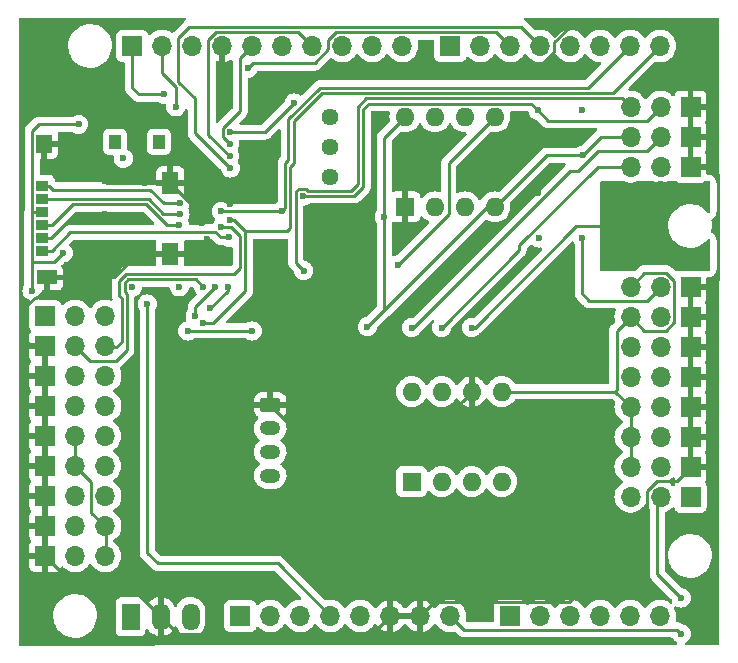
<source format=gbr>
%TF.GenerationSoftware,KiCad,Pcbnew,(7.0.0-0)*%
%TF.CreationDate,2023-06-27T20:16:24+01:00*%
%TF.ProjectId,ArdynoMon,41726479-6e6f-44d6-9f6e-2e6b69636164,Rev 3.5*%
%TF.SameCoordinates,Original*%
%TF.FileFunction,Copper,L2,Bot*%
%TF.FilePolarity,Positive*%
%FSLAX46Y46*%
G04 Gerber Fmt 4.6, Leading zero omitted, Abs format (unit mm)*
G04 Created by KiCad (PCBNEW (7.0.0-0)) date 2023-06-27 20:16:24*
%MOMM*%
%LPD*%
G01*
G04 APERTURE LIST*
G04 Aperture macros list*
%AMRoundRect*
0 Rectangle with rounded corners*
0 $1 Rounding radius*
0 $2 $3 $4 $5 $6 $7 $8 $9 X,Y pos of 4 corners*
0 Add a 4 corners polygon primitive as box body*
4,1,4,$2,$3,$4,$5,$6,$7,$8,$9,$2,$3,0*
0 Add four circle primitives for the rounded corners*
1,1,$1+$1,$2,$3*
1,1,$1+$1,$4,$5*
1,1,$1+$1,$6,$7*
1,1,$1+$1,$8,$9*
0 Add four rect primitives between the rounded corners*
20,1,$1+$1,$2,$3,$4,$5,0*
20,1,$1+$1,$4,$5,$6,$7,0*
20,1,$1+$1,$6,$7,$8,$9,0*
20,1,$1+$1,$8,$9,$2,$3,0*%
G04 Aperture macros list end*
%TA.AperFunction,ComponentPad*%
%ADD10RoundRect,0.250000X-0.625000X0.350000X-0.625000X-0.350000X0.625000X-0.350000X0.625000X0.350000X0*%
%TD*%
%TA.AperFunction,ComponentPad*%
%ADD11O,1.750000X1.200000*%
%TD*%
%TA.AperFunction,ComponentPad*%
%ADD12R,1.700000X1.700000*%
%TD*%
%TA.AperFunction,ComponentPad*%
%ADD13O,1.700000X1.700000*%
%TD*%
%TA.AperFunction,ComponentPad*%
%ADD14R,1.600000X1.600000*%
%TD*%
%TA.AperFunction,ComponentPad*%
%ADD15O,1.600000X1.600000*%
%TD*%
%TA.AperFunction,ComponentPad*%
%ADD16C,1.440000*%
%TD*%
%TA.AperFunction,ComponentPad*%
%ADD17R,1.500000X2.300000*%
%TD*%
%TA.AperFunction,ComponentPad*%
%ADD18O,1.500000X2.300000*%
%TD*%
%TA.AperFunction,SMDPad,CuDef*%
%ADD19R,1.100000X0.850000*%
%TD*%
%TA.AperFunction,SMDPad,CuDef*%
%ADD20R,1.000000X1.200000*%
%TD*%
%TA.AperFunction,SMDPad,CuDef*%
%ADD21R,1.350000X1.550000*%
%TD*%
%TA.AperFunction,SMDPad,CuDef*%
%ADD22R,1.350000X1.900000*%
%TD*%
%TA.AperFunction,SMDPad,CuDef*%
%ADD23R,1.800000X1.170000*%
%TD*%
%TA.AperFunction,ViaPad*%
%ADD24C,0.600000*%
%TD*%
%TA.AperFunction,Conductor*%
%ADD25C,0.250000*%
%TD*%
G04 APERTURE END LIST*
D10*
%TO.P,J22,1,Pin_1*%
%TO.N,GND*%
X81280000Y-109125000D03*
D11*
%TO.P,J22,2,Pin_2*%
%TO.N,+5V*%
X81279999Y-111124999D03*
%TO.P,J22,3,Pin_3*%
%TO.N,/SDA*%
X81279999Y-113124999D03*
%TO.P,J22,4,Pin_4*%
%TO.N,/SCL*%
X81279999Y-115124999D03*
%TD*%
D12*
%TO.P,J19,1,Pin_1*%
%TO.N,/SCL*%
X69595999Y-78739999D03*
D13*
%TO.P,J19,2,Pin_2*%
%TO.N,/SDA*%
X72135999Y-78739999D03*
%TO.P,J19,3,Pin_3*%
%TO.N,unconnected-(J19-Pin_3-Pad3)*%
X74675999Y-78739999D03*
%TO.P,J19,4,Pin_4*%
%TO.N,GND*%
X77215999Y-78739999D03*
%TO.P,J19,5,Pin_5*%
%TO.N,/D13*%
X79755999Y-78739999D03*
%TO.P,J19,6,Pin_6*%
%TO.N,/D12*%
X82295999Y-78739999D03*
%TO.P,J19,7,Pin_7*%
%TO.N,/D11*%
X84835999Y-78739999D03*
%TO.P,J19,8,Pin_8*%
%TO.N,/D10*%
X87375999Y-78739999D03*
%TO.P,J19,9,Pin_9*%
%TO.N,/D9*%
X89915999Y-78739999D03*
%TO.P,J19,10,Pin_10*%
%TO.N,/CLRX*%
X92455999Y-78739999D03*
%TD*%
D12*
%TO.P,JVR1,1,Pin_1*%
%TO.N,GND*%
X116867999Y-106739999D03*
D13*
%TO.P,JVR1,2,Pin_2*%
%TO.N,/VR1-*%
X114327999Y-106739999D03*
%TO.P,JVR1,3,Pin_3*%
%TO.N,/VR1+*%
X111787999Y-106739999D03*
%TD*%
D14*
%TO.P,U1,1,GND*%
%TO.N,GND*%
X92686999Y-92363799D03*
D15*
%TO.P,U1,2,TR*%
%TO.N,Net-(Q2-C)*%
X95226999Y-92363799D03*
%TO.P,U1,3,Q*%
%TO.N,/Strobe*%
X97766999Y-92363799D03*
%TO.P,U1,4,R*%
%TO.N,+5V*%
X100306999Y-92363799D03*
%TO.P,U1,5,CV*%
%TO.N,Net-(U1-CV)*%
X100306999Y-84743799D03*
%TO.P,U1,6,THR*%
%TO.N,Net-(U1-DIS)*%
X97766999Y-84743799D03*
%TO.P,U1,7,DIS*%
X95226999Y-84743799D03*
%TO.P,U1,8,VCC*%
%TO.N,+5V*%
X92686999Y-84743799D03*
%TD*%
D12*
%TO.P,JD2,1,Pin_1*%
%TO.N,GND*%
X116867999Y-99119999D03*
D13*
%TO.P,JD2,2,Pin_2*%
%TO.N,Net-(D2-K)*%
X114327999Y-99119999D03*
%TO.P,JD2,3,Pin_3*%
%TO.N,+5V*%
X111787999Y-99119999D03*
%TD*%
D12*
%TO.P,JD3,1,Pin_1*%
%TO.N,GND*%
X116867999Y-101659999D03*
D13*
%TO.P,JD3,2,Pin_2*%
%TO.N,Net-(D3-K)*%
X114327999Y-101659999D03*
%TO.P,JD3,3,Pin_3*%
%TO.N,+5V*%
X111787999Y-101659999D03*
%TD*%
D12*
%TO.P,JD23,1,Pin_1*%
%TO.N,GND*%
X62244999Y-109219999D03*
D13*
%TO.P,JD23,2,Pin_2*%
%TO.N,/D0*%
X64784999Y-109219999D03*
%TO.P,JD23,3,Pin_3*%
%TO.N,/D1*%
X67324999Y-109219999D03*
%TD*%
D12*
%TO.P,JVR2,1,Pin_1*%
%TO.N,GND*%
X116867999Y-104199999D03*
D13*
%TO.P,JVR2,2,Pin_2*%
%TO.N,/VR2-*%
X114327999Y-104199999D03*
%TO.P,JVR2,3,Pin_3*%
%TO.N,/VR2+*%
X111787999Y-104199999D03*
%TD*%
D12*
%TO.P,J20,1,Pin_1*%
%TO.N,/CLTX*%
X96519999Y-78739999D03*
D13*
%TO.P,J20,2,Pin_2*%
%TO.N,/ALEDS*%
X99059999Y-78739999D03*
%TO.P,J20,3,Pin_3*%
%TO.N,/1W*%
X101599999Y-78739999D03*
%TO.P,J20,4,Pin_4*%
%TO.N,/D4*%
X104139999Y-78739999D03*
%TO.P,J20,5,Pin_5*%
%TO.N,/D3*%
X106679999Y-78739999D03*
%TO.P,J20,6,Pin_6*%
%TO.N,/D2*%
X109219999Y-78739999D03*
%TO.P,J20,7,Pin_7*%
%TO.N,/D1*%
X111759999Y-78739999D03*
%TO.P,J20,8,Pin_8*%
%TO.N,/D0*%
X114299999Y-78739999D03*
%TD*%
D12*
%TO.P,J13,1,Pin_1*%
%TO.N,unconnected-(J13-Pin_1-Pad1)*%
X62244999Y-101599999D03*
D13*
%TO.P,J13,2,Pin_2*%
%TO.N,unconnected-(J13-Pin_2-Pad2)*%
X64784999Y-101599999D03*
%TO.P,J13,3,Pin_3*%
%TO.N,unconnected-(J13-Pin_3-Pad3)*%
X67324999Y-101599999D03*
%TD*%
D12*
%TO.P,JD10,1,Pin_1*%
%TO.N,GND*%
X62229999Y-111759999D03*
D13*
%TO.P,JD10,2,Pin_2*%
%TO.N,+5V*%
X64769999Y-111759999D03*
%TO.P,JD10,3,Pin_3*%
%TO.N,/D10*%
X67309999Y-111759999D03*
%TD*%
D12*
%TO.P,J23,1,Pin_1*%
%TO.N,GND*%
X62244999Y-106679999D03*
D13*
%TO.P,J23,2,Pin_2*%
%TO.N,/rx*%
X64784999Y-106679999D03*
%TO.P,J23,3,Pin_3*%
%TO.N,/tx*%
X67324999Y-106679999D03*
%TD*%
D12*
%TO.P,J15,1,Pin_1*%
%TO.N,GND*%
X62229999Y-121919999D03*
D13*
%TO.P,J15,2,Pin_2*%
%TO.N,/15Vin*%
X64769999Y-121919999D03*
%TO.P,J15,3,Pin_3*%
%TO.N,+5V*%
X67309999Y-121919999D03*
%TD*%
D12*
%TO.P,JA2,1,Pin_1*%
%TO.N,GND*%
X116867999Y-111819999D03*
D13*
%TO.P,JA2,2,Pin_2*%
%TO.N,/A2*%
X114327999Y-111819999D03*
%TO.P,JA2,3,Pin_3*%
%TO.N,+5V*%
X111787999Y-111819999D03*
%TD*%
D12*
%TO.P,JTF0,1,Pin_1*%
%TO.N,GND*%
X116867999Y-86419999D03*
D13*
%TO.P,JTF0,2,Pin_2*%
%TO.N,Net-(JTF0-Pin_2)*%
X114327999Y-86419999D03*
%TO.P,JTF0,3,Pin_3*%
%TO.N,+5V*%
X111787999Y-86419999D03*
%TD*%
D12*
%TO.P,JTS0,1,Pin_1*%
%TO.N,GND*%
X116867999Y-83879999D03*
D13*
%TO.P,JTS0,2,Pin_2*%
%TO.N,/D3*%
X114327999Y-83879999D03*
%TO.P,JTS0,3,Pin_3*%
%TO.N,/Strobe*%
X111787999Y-83879999D03*
%TD*%
D14*
%TO.P,J11,1,Pin_1*%
%TO.N,/VR1-*%
X93255999Y-115619999D03*
D15*
%TO.P,J11,2,Pin_2*%
%TO.N,/VR1+*%
X95795999Y-115619999D03*
%TO.P,J11,3,Pin_3*%
%TO.N,/VR2+*%
X98335999Y-115619999D03*
%TO.P,J11,4,Pin_4*%
%TO.N,/VR2-*%
X100875999Y-115619999D03*
%TO.P,J11,5,Pin_5*%
%TO.N,+5V*%
X100875999Y-107999999D03*
%TO.P,J11,6,Pin_6*%
%TO.N,GND*%
X98335999Y-107999999D03*
%TO.P,J11,7,Pin_7*%
%TO.N,/D3*%
X95795999Y-107999999D03*
%TO.P,J11,8,Pin_8*%
%TO.N,/D2*%
X93255999Y-107999999D03*
%TD*%
D12*
%TO.P,JD78,1,Pin_1*%
%TO.N,GND*%
X62244999Y-116839999D03*
D13*
%TO.P,JD78,2,Pin_2*%
%TO.N,/CLTX*%
X64784999Y-116839999D03*
%TO.P,JD78,3,Pin_3*%
%TO.N,/CLRX*%
X67324999Y-116839999D03*
%TD*%
D12*
%TO.P,JA0,1,Pin_1*%
%TO.N,Net-(JA0-Pin_1)*%
X116867999Y-116899999D03*
D13*
%TO.P,JA0,2,Pin_2*%
%TO.N,Net-(JA0-Pin_2)*%
X114327999Y-116899999D03*
%TO.P,JA0,3,Pin_3*%
%TO.N,/A0*%
X111787999Y-116899999D03*
%TD*%
D12*
%TO.P,JTR0,1,Pin_1*%
%TO.N,GND*%
X116867999Y-88959999D03*
D13*
%TO.P,JTR0,2,Pin_2*%
%TO.N,/PCBcap*%
X114327999Y-88959999D03*
%TO.P,JTR0,3,Pin_3*%
%TO.N,Net-(JTR0-Pin_3)*%
X111787999Y-88959999D03*
%TD*%
D12*
%TO.P,JD9,1,Pin_1*%
%TO.N,GND*%
X62229999Y-114299999D03*
D13*
%TO.P,JD9,2,Pin_2*%
%TO.N,+5V*%
X64769999Y-114299999D03*
%TO.P,JD9,3,Pin_3*%
%TO.N,/D9*%
X67309999Y-114299999D03*
%TD*%
D12*
%TO.P,JA3,1,Pin_1*%
%TO.N,GND*%
X116867999Y-109279999D03*
D13*
%TO.P,JA3,2,Pin_2*%
%TO.N,/A3*%
X114327999Y-109279999D03*
%TO.P,JA3,3,Pin_3*%
%TO.N,+5V*%
X111787999Y-109279999D03*
%TD*%
D12*
%TO.P,J17,1,Pin_1*%
%TO.N,unconnected-(J17-Pin_1-Pad1)*%
X78739999Y-126999999D03*
D13*
%TO.P,J17,2,Pin_2*%
%TO.N,unconnected-(J17-Pin_2-Pad2)*%
X81279999Y-126999999D03*
%TO.P,J17,3,Pin_3*%
%TO.N,unconnected-(J17-Pin_3-Pad3)*%
X83819999Y-126999999D03*
%TO.P,J17,4,Pin_4*%
%TO.N,+3V3*%
X86359999Y-126999999D03*
%TO.P,J17,5,Pin_5*%
%TO.N,+5V*%
X88899999Y-126999999D03*
%TO.P,J17,6,Pin_6*%
%TO.N,GND*%
X91439999Y-126999999D03*
%TO.P,J17,7,Pin_7*%
X93979999Y-126999999D03*
%TO.P,J17,8,Pin_8*%
%TO.N,VCC*%
X96519999Y-126999999D03*
%TD*%
D12*
%TO.P,JD6,1,Pin_1*%
%TO.N,GND*%
X62229999Y-104139999D03*
D13*
%TO.P,JD6,2,Pin_2*%
%TO.N,/1w*%
X64769999Y-104139999D03*
%TO.P,JD6,3,Pin_3*%
%TO.N,/1W*%
X67309999Y-104139999D03*
%TD*%
D12*
%TO.P,JD5,1,Pin_1*%
%TO.N,GND*%
X62244999Y-119379999D03*
D13*
%TO.P,JD5,2,Pin_2*%
%TO.N,/ALEDS*%
X64784999Y-119379999D03*
%TO.P,JD5,3,Pin_3*%
%TO.N,+5V*%
X67324999Y-119379999D03*
%TD*%
D12*
%TO.P,J18,1,Pin_1*%
%TO.N,/A0*%
X101599999Y-126999999D03*
D13*
%TO.P,J18,2,Pin_2*%
%TO.N,/A1*%
X104139999Y-126999999D03*
%TO.P,J18,3,Pin_3*%
%TO.N,/A2*%
X106679999Y-126999999D03*
%TO.P,J18,4,Pin_4*%
%TO.N,/A3*%
X109219999Y-126999999D03*
%TO.P,J18,5,Pin_5*%
%TO.N,unconnected-(J18-Pin_5-Pad5)*%
X111759999Y-126999999D03*
%TO.P,J18,6,Pin_6*%
%TO.N,unconnected-(J18-Pin_6-Pad6)*%
X114299999Y-126999999D03*
%TD*%
D12*
%TO.P,JA1,1,Pin_1*%
%TO.N,GND*%
X116867999Y-114359999D03*
D13*
%TO.P,JA1,2,Pin_2*%
%TO.N,/A1*%
X114327999Y-114359999D03*
%TO.P,JA1,3,Pin_3*%
%TO.N,+5V*%
X111787999Y-114359999D03*
%TD*%
D16*
%TO.P,RV6,1,1*%
%TO.N,Net-(JP3-A)*%
X86337000Y-84743800D03*
%TO.P,RV6,2,2*%
%TO.N,+5V*%
X86337000Y-87283800D03*
%TO.P,RV6,3,3*%
X86337000Y-89823800D03*
%TD*%
D17*
%TO.P,U5,1,IN*%
%TO.N,VCC*%
X69462999Y-127059999D03*
D18*
%TO.P,U5,2,GND*%
%TO.N,GND*%
X72002999Y-127059999D03*
%TO.P,U5,3,OUT*%
%TO.N,+5V*%
X74542999Y-127059999D03*
%TD*%
D19*
%TO.P,J14,2,DAT3/CD*%
%TO.N,/ss*%
X61999399Y-90585599D03*
%TO.P,J14,3,CMD*%
%TO.N,/mosi*%
X61999399Y-91685599D03*
%TO.P,J14,4,VDD*%
%TO.N,+3V3*%
X61999399Y-92785599D03*
%TO.P,J14,5,CLK*%
%TO.N,/sck*%
X61999399Y-93885599D03*
%TO.P,J14,6,VSS*%
%TO.N,GND*%
X61999399Y-94985599D03*
%TO.P,J14,7,DAT0*%
%TO.N,/D12*%
X61999399Y-96085599D03*
D20*
%TO.P,J14,9,DET_B*%
%TO.N,unconnected-(J14-DET_B-Pad9)*%
X68149399Y-86850599D03*
%TO.P,J14,10,DET_A*%
%TO.N,unconnected-(J14-DET_A-Pad10)*%
X71849399Y-86850599D03*
D21*
%TO.P,J14,11,SHIELD*%
%TO.N,GND*%
X62124399Y-87025599D03*
D22*
X72824399Y-90350599D03*
X72824399Y-96320599D03*
D23*
X62349399Y-98345599D03*
%TD*%
D24*
%TO.N,GND*%
X100076000Y-86614000D03*
X93218000Y-104902000D03*
X86868000Y-124206000D03*
%TO.N,+5V*%
X90932000Y-93218000D03*
X89512000Y-102508800D03*
X107754450Y-87989850D03*
X77904400Y-86033600D03*
X83312000Y-83566000D03*
%TO.N,GND*%
X89691000Y-92171800D03*
X75946000Y-95097600D03*
X75539600Y-93726000D03*
X103944450Y-91164850D03*
X65061800Y-87256600D03*
X67310000Y-90170000D03*
X67310000Y-92964000D03*
X70700600Y-96400600D03*
X84103000Y-102331800D03*
X67310000Y-80899000D03*
X77853600Y-92129600D03*
X70700600Y-90304600D03*
X102108000Y-81280000D03*
%TO.N,+3V3*%
X63754000Y-96266000D03*
X70866000Y-100584000D03*
X65061800Y-85377000D03*
X61112400Y-99466400D03*
%TO.N,/D2*%
X107696000Y-84201000D03*
%TO.N,/D3*%
X103944450Y-84179850D03*
X84074000Y-91440000D03*
%TO.N,/D12*%
X77825600Y-94945200D03*
%TO.N,VCC*%
X116078000Y-128524000D03*
%TO.N,/1W*%
X79375000Y-80645000D03*
X77142400Y-94110800D03*
%TO.N,/1w*%
X75618400Y-99140000D03*
%TO.N,/SCL*%
X72265600Y-82833200D03*
%TO.N,/SDA*%
X73291400Y-83900000D03*
%TO.N,/scl*%
X69596000Y-99161600D03*
%TO.N,/sda*%
X73586400Y-99140000D03*
%TO.N,/rx*%
X76634400Y-99140000D03*
X74930000Y-101600000D03*
%TO.N,/D13*%
X77863400Y-87049600D03*
%TO.N,Net-(JTF0-Pin_2)*%
X93247000Y-102585800D03*
%TO.N,/PCBcap*%
X98327000Y-102585800D03*
%TO.N,/Strobe*%
X84103000Y-97759800D03*
%TO.N,Net-(JA0-Pin_2)*%
X116078000Y-125476000D03*
%TO.N,Net-(JTR0-Pin_3)*%
X95787000Y-102585800D03*
%TO.N,/tx*%
X77701200Y-99140000D03*
X76200000Y-100965000D03*
%TO.N,/D4*%
X77904400Y-89081600D03*
%TO.N,/mosi*%
X73637200Y-92942400D03*
%TO.N,/sck*%
X73586400Y-93907600D03*
%TO.N,/ss*%
X73637200Y-92078800D03*
%TO.N,/D11*%
X77863400Y-88065600D03*
%TO.N,/D1*%
X79756000Y-102870000D03*
X74295000Y-102870000D03*
X82296000Y-92710000D03*
X77142400Y-92739200D03*
%TO.N,/D0*%
X77853600Y-93450400D03*
X75565000Y-102235000D03*
%TO.N,Net-(U1-CV)*%
X92075000Y-97282000D03*
%TO.N,Net-(D2-K)*%
X107696000Y-94996000D03*
%TO.N,Net-(D3-K)*%
X104013000Y-94996000D03*
%TO.N,Net-(JP2-A)*%
X68834000Y-88265000D03*
%TD*%
D25*
%TO.N,GND*%
X91440000Y-116205000D02*
X91440000Y-109855000D01*
X91440000Y-109855000D02*
X84103000Y-102518000D01*
X84103000Y-102518000D02*
X84103000Y-102331800D01*
X91440000Y-116840000D02*
X91440000Y-116205000D01*
X91440000Y-114896000D02*
X98336000Y-108000000D01*
X91440000Y-120650000D02*
X91440000Y-116840000D01*
X91440000Y-116840000D02*
X91440000Y-114896000D01*
X91440000Y-127000000D02*
X91440000Y-120650000D01*
X91440000Y-119285000D02*
X81280000Y-109125000D01*
X91440000Y-120650000D02*
X91440000Y-119285000D01*
X81941000Y-109125000D02*
X81280000Y-109125000D01*
X91440000Y-116205000D02*
X91440000Y-114935000D01*
X91440000Y-114896000D02*
X91440000Y-114935000D01*
%TO.N,+3V3*%
X70866000Y-100584000D02*
X70866000Y-121666000D01*
X70866000Y-121666000D02*
X71755000Y-122555000D01*
X71755000Y-122555000D02*
X81915000Y-122555000D01*
X81915000Y-122555000D02*
X86360000Y-127000000D01*
%TO.N,+5V*%
X114814701Y-102835000D02*
X112963000Y-102835000D01*
X100307000Y-92363800D02*
X99657000Y-92363800D01*
X107754450Y-87989850D02*
X104680950Y-87989850D01*
X80844400Y-86033600D02*
X83312000Y-83566000D01*
X67338000Y-121980000D02*
X67338000Y-119440000D01*
X109324300Y-86420000D02*
X107754450Y-87989850D01*
X90932000Y-101088800D02*
X90932000Y-93218000D01*
X115503000Y-98633299D02*
X115503000Y-102146701D01*
X90932000Y-86498800D02*
X92687000Y-84743800D01*
X110613000Y-102835000D02*
X110613000Y-107895000D01*
X104680950Y-87989850D02*
X100307000Y-92363800D01*
X67338000Y-119440000D02*
X66150000Y-118252000D01*
X66150000Y-118252000D02*
X66150000Y-115680000D01*
X99657000Y-92363800D02*
X89512000Y-102508800D01*
X110613000Y-107895000D02*
X110508000Y-108000000D01*
X115503000Y-102146701D02*
X114814701Y-102835000D01*
X112963000Y-97945000D02*
X114814701Y-97945000D01*
X111788000Y-101660000D02*
X110613000Y-102835000D01*
X111788000Y-99120000D02*
X112963000Y-97945000D01*
X66150000Y-115680000D02*
X64770000Y-114300000D01*
X110508000Y-108000000D02*
X111788000Y-109280000D01*
X90932000Y-93218000D02*
X90932000Y-86498800D01*
X77904400Y-86033600D02*
X80844400Y-86033600D01*
X111788000Y-111820000D02*
X111788000Y-114360000D01*
X89512000Y-102508800D02*
X90932000Y-101088800D01*
X114814701Y-97945000D02*
X115503000Y-98633299D01*
X64770000Y-114300000D02*
X64770000Y-111803000D01*
X111788000Y-86420000D02*
X109324300Y-86420000D01*
X112963000Y-102835000D02*
X111788000Y-101660000D01*
X111788000Y-109280000D02*
X111788000Y-111820000D01*
X100876000Y-108000000D02*
X110508000Y-108000000D01*
%TO.N,GND*%
X77853600Y-92129600D02*
X77193200Y-91469200D01*
X116332000Y-77216000D02*
X106542299Y-77216000D01*
X67310000Y-89504800D02*
X67310000Y-90170000D01*
X76785800Y-90350600D02*
X72824400Y-90350600D01*
X114031299Y-115535000D02*
X115693000Y-115535000D01*
X93980000Y-127000000D02*
X95155000Y-125825000D01*
X60706000Y-100838000D02*
X60706000Y-100711000D01*
X61999400Y-94985600D02*
X62748400Y-94985600D01*
X89905000Y-128535000D02*
X73478000Y-128535000D01*
X70700600Y-90304600D02*
X72778400Y-90304600D01*
X103261701Y-81280000D02*
X102108000Y-81280000D01*
X60706000Y-103759000D02*
X61147000Y-104200000D01*
X119180000Y-89608000D02*
X118532000Y-88960000D01*
X116868000Y-83880000D02*
X116868000Y-77752000D01*
X60706000Y-100711000D02*
X61329000Y-100088000D01*
X105315000Y-78443299D02*
X105315000Y-79226701D01*
X113153000Y-119257000D02*
X113153000Y-116413299D01*
X119180000Y-98552000D02*
X119180000Y-89608000D01*
X95155000Y-125825000D02*
X106585000Y-125825000D01*
X118532000Y-88960000D02*
X116868000Y-88960000D01*
X62230000Y-121920000D02*
X63754000Y-123444000D01*
X61147000Y-104200000D02*
X62273000Y-104200000D01*
X73478000Y-128535000D02*
X72003000Y-127060000D01*
X61329000Y-100088000D02*
X61480000Y-100088000D01*
X75539600Y-93065800D02*
X75539600Y-93726000D01*
X72824400Y-90350600D02*
X75539600Y-93065800D01*
X70700600Y-96400600D02*
X72744400Y-96400600D01*
X62124400Y-87025600D02*
X62133600Y-87025600D01*
X77193200Y-91469200D02*
X77193200Y-90758000D01*
X68024400Y-98345600D02*
X69969400Y-96400600D01*
X116868000Y-99120000D02*
X118612000Y-99120000D01*
X64830800Y-87025600D02*
X62124400Y-87025600D01*
X106585000Y-125825000D02*
X113153000Y-119257000D01*
X91440000Y-127000000D02*
X93980000Y-127000000D01*
X74723000Y-96320600D02*
X75946000Y-95097600D01*
X77193200Y-90758000D02*
X76785800Y-90350600D01*
X62349400Y-98345600D02*
X68024400Y-98345600D01*
X115693000Y-115535000D02*
X116868000Y-114360000D01*
X65061800Y-87256600D02*
X67310000Y-89504800D01*
X60706000Y-100838000D02*
X60706000Y-103759000D01*
X68387000Y-123444000D02*
X72003000Y-127060000D01*
X105315000Y-79226701D02*
X103261701Y-81280000D01*
X67444600Y-90304600D02*
X67310000Y-90170000D01*
X65061800Y-87256600D02*
X64830800Y-87025600D01*
X106542299Y-77216000D02*
X105315000Y-78443299D01*
X69969400Y-96400600D02*
X70700600Y-96400600D01*
X63754000Y-123444000D02*
X68387000Y-123444000D01*
X113153000Y-116413299D02*
X114031299Y-115535000D01*
X91440000Y-127000000D02*
X89905000Y-128535000D01*
X118612000Y-99120000D02*
X119180000Y-98552000D01*
X72824400Y-96320600D02*
X74723000Y-96320600D01*
X62349400Y-98345600D02*
X62349400Y-99218600D01*
X62748400Y-94985600D02*
X64770000Y-92964000D01*
X116868000Y-77752000D02*
X116332000Y-77216000D01*
X62349400Y-99218600D02*
X61480000Y-100088000D01*
X64770000Y-92964000D02*
X67310000Y-92964000D01*
X70700600Y-90304600D02*
X67444600Y-90304600D01*
%TO.N,+3V3*%
X61112400Y-92818600D02*
X61112400Y-97028000D01*
X61199400Y-92785600D02*
X61124400Y-92710600D01*
X61673000Y-85377000D02*
X65061800Y-85377000D01*
X61124400Y-85925600D02*
X61673000Y-85377000D01*
X62992000Y-97028000D02*
X61112400Y-97028000D01*
X61112400Y-97028000D02*
X61112400Y-99466400D01*
X61124400Y-92764600D02*
X61124400Y-85925600D01*
X61145400Y-92785600D02*
X61124400Y-92764600D01*
X61999400Y-92785600D02*
X61199400Y-92785600D01*
X63754000Y-96266000D02*
X62992000Y-97028000D01*
X61999400Y-92785600D02*
X61145400Y-92785600D01*
X61145400Y-92785600D02*
X61112400Y-92818600D01*
%TO.N,/D3*%
X114328000Y-83880000D02*
X113153000Y-85055000D01*
X104819600Y-85055000D02*
X103944450Y-84179850D01*
X88392000Y-91440000D02*
X84074000Y-91440000D01*
X89609200Y-83618800D02*
X89154000Y-84074000D01*
X89154000Y-84074000D02*
X89154000Y-90678000D01*
X113153000Y-85055000D02*
X104819600Y-85055000D01*
X103383400Y-83618800D02*
X89609200Y-83618800D01*
X89154000Y-90678000D02*
X88392000Y-91440000D01*
X103944450Y-84179850D02*
X103383400Y-83618800D01*
%TO.N,/D12*%
X62799400Y-96085600D02*
X61999400Y-96085600D01*
X75627116Y-94532600D02*
X64352400Y-94532600D01*
X76620316Y-94472600D02*
X75687116Y-94472600D01*
X77825600Y-94945200D02*
X77092916Y-94945200D01*
X75687116Y-94472600D02*
X75627116Y-94532600D01*
X77092916Y-94945200D02*
X76620316Y-94472600D01*
X64352400Y-94532600D02*
X62799400Y-96085600D01*
%TO.N,VCC*%
X115729000Y-128175000D02*
X97695000Y-128175000D01*
X97695000Y-128175000D02*
X96520000Y-127000000D01*
X116078000Y-128524000D02*
X115729000Y-128175000D01*
%TO.N,/1W*%
X101600000Y-78740000D02*
X100425000Y-77565000D01*
X78232000Y-98044000D02*
X78740000Y-97536000D01*
X69086604Y-98044000D02*
X78232000Y-98044000D01*
X77975484Y-94110800D02*
X77142400Y-94110800D01*
X79818802Y-80201198D02*
X79375000Y-80645000D01*
X68696000Y-103770000D02*
X68696000Y-100076000D01*
X86201000Y-78253299D02*
X86201000Y-79036701D01*
X79818802Y-80201198D02*
X85036503Y-80201198D01*
X68513000Y-99893000D02*
X68513000Y-98617604D01*
X100425000Y-77565000D02*
X86889299Y-77565000D01*
X67353000Y-104200000D02*
X68266000Y-104200000D01*
X68513000Y-98617604D02*
X69086604Y-98044000D01*
X78740000Y-94875316D02*
X77975484Y-94110800D01*
X68266000Y-104200000D02*
X68696000Y-103770000D01*
X68696000Y-100076000D02*
X68513000Y-99893000D01*
X86889299Y-77565000D02*
X86201000Y-78253299D01*
X78740000Y-97536000D02*
X78740000Y-94875316D01*
X86201000Y-79036701D02*
X85036503Y-80201198D01*
%TO.N,/1w*%
X69146000Y-99751000D02*
X69146000Y-104463000D01*
X69252000Y-98515000D02*
X68963000Y-98804000D01*
X68234000Y-105375000D02*
X65988000Y-105375000D01*
X65988000Y-105375000D02*
X64813000Y-104200000D01*
X75618400Y-99140000D02*
X74993400Y-98515000D01*
X68963000Y-98804000D02*
X68963000Y-99568000D01*
X68963000Y-99568000D02*
X69146000Y-99751000D01*
X69146000Y-104463000D02*
X68234000Y-105375000D01*
X74993400Y-98515000D02*
X69252000Y-98515000D01*
%TO.N,/SCL*%
X70133200Y-82833200D02*
X72265600Y-82833200D01*
X69596000Y-78740000D02*
X69596000Y-82296000D01*
X69596000Y-82296000D02*
X70133200Y-82833200D01*
%TO.N,/SDA*%
X72136000Y-81026000D02*
X72136000Y-78740000D01*
X73291400Y-83900000D02*
X73291400Y-82181400D01*
X73291400Y-82181400D02*
X72136000Y-81026000D01*
%TO.N,/rx*%
X76634400Y-99140000D02*
X74930000Y-100844400D01*
X74930000Y-100844400D02*
X74930000Y-101600000D01*
%TO.N,/D13*%
X78740000Y-84264400D02*
X77279400Y-85725000D01*
X77279400Y-86465600D02*
X77279400Y-85725000D01*
X77863400Y-87049600D02*
X77279400Y-86465600D01*
X78740000Y-79756000D02*
X78740000Y-84264400D01*
X79756000Y-78740000D02*
X78740000Y-79756000D01*
%TO.N,Net-(JTF0-Pin_2)*%
X113153000Y-87595000D02*
X114328000Y-86420000D01*
X93407384Y-102585800D02*
X106680000Y-89313184D01*
X109033184Y-87595000D02*
X113153000Y-87595000D01*
X106680000Y-89313184D02*
X107315000Y-89313184D01*
X93247000Y-102585800D02*
X93407384Y-102585800D01*
X107315000Y-89313184D02*
X109033184Y-87595000D01*
%TO.N,/PCBcap*%
X98582200Y-102585800D02*
X98327000Y-102585800D01*
X113665000Y-93980000D02*
X107188000Y-93980000D01*
X107188000Y-93980000D02*
X98582200Y-102585800D01*
%TO.N,/Strobe*%
X88138000Y-90990000D02*
X84507884Y-90990000D01*
X89422804Y-83168800D02*
X88704000Y-83887604D01*
X83449000Y-91059000D02*
X83449000Y-97105800D01*
X83449000Y-97105800D02*
X84103000Y-97759800D01*
X111076800Y-83168800D02*
X89422804Y-83168800D01*
X88704000Y-90424000D02*
X88138000Y-90990000D01*
X111788000Y-83880000D02*
X111076800Y-83168800D01*
X83693000Y-90815000D02*
X83449000Y-91059000D01*
X88704000Y-83887604D02*
X88704000Y-90424000D01*
X84507884Y-90990000D02*
X84332884Y-90815000D01*
X84332884Y-90815000D02*
X83693000Y-90815000D01*
%TO.N,Net-(JA0-Pin_2)*%
X114046000Y-123444000D02*
X116078000Y-125476000D01*
X114046000Y-117182000D02*
X114046000Y-123444000D01*
%TO.N,Net-(JTR0-Pin_3)*%
X95787000Y-102585800D02*
X102362000Y-96010800D01*
X109032400Y-88960000D02*
X111788000Y-88960000D01*
X102362000Y-95630400D02*
X109032400Y-88960000D01*
X102362000Y-96010800D02*
X102362000Y-95630400D01*
%TO.N,/tx*%
X77701200Y-99463800D02*
X76200000Y-100965000D01*
X77701200Y-99140000D02*
X77701200Y-99463800D01*
%TO.N,/D4*%
X102515000Y-77115000D02*
X104140000Y-78740000D01*
X73501000Y-78063299D02*
X74449299Y-77115000D01*
X74930000Y-86107200D02*
X74930000Y-83183604D01*
X73501000Y-81754604D02*
X73501000Y-78063299D01*
X74930000Y-83183604D02*
X73501000Y-81754604D01*
X77904400Y-89081600D02*
X74930000Y-86107200D01*
X74449299Y-77115000D02*
X102515000Y-77115000D01*
%TO.N,/mosi*%
X70984600Y-91685600D02*
X72241400Y-92942400D01*
X72241400Y-92942400D02*
X73637200Y-92942400D01*
X61999400Y-91685600D02*
X70984600Y-91685600D01*
%TO.N,/sck*%
X70798204Y-92135600D02*
X72570204Y-93907600D01*
X62799400Y-93885600D02*
X64549400Y-92135600D01*
X64549400Y-92135600D02*
X70798204Y-92135600D01*
X72570204Y-93907600D02*
X73586400Y-93907600D01*
X61999400Y-93885600D02*
X62799400Y-93885600D01*
%TO.N,/ss*%
X72277600Y-92078800D02*
X73637200Y-92078800D01*
X62874400Y-90935600D02*
X71134400Y-90935600D01*
X62524400Y-90585600D02*
X62874400Y-90935600D01*
X61999400Y-90585600D02*
X62524400Y-90585600D01*
X71134400Y-90935600D02*
X72277600Y-92078800D01*
%TO.N,/D11*%
X76041000Y-78253299D02*
X76041000Y-86243200D01*
X76041000Y-86243200D02*
X77863400Y-88065600D01*
X83661000Y-77565000D02*
X76729299Y-77565000D01*
X84836000Y-78740000D02*
X83661000Y-77565000D01*
X76729299Y-77565000D02*
X76041000Y-78253299D01*
%TO.N,/D1*%
X82804000Y-88392000D02*
X82549000Y-88647000D01*
X82804000Y-84957884D02*
X82804000Y-88392000D01*
X85493084Y-82268800D02*
X82804000Y-84957884D01*
X79756000Y-102870000D02*
X74295000Y-102870000D01*
X108231200Y-82268800D02*
X85493084Y-82268800D01*
X77157800Y-92754600D02*
X77142400Y-92739200D01*
X82296000Y-92710000D02*
X82251400Y-92754600D01*
X82549000Y-88647000D02*
X82549000Y-92457000D01*
X82549000Y-92457000D02*
X82296000Y-92710000D01*
X82251400Y-92754600D02*
X77157800Y-92754600D01*
X111760000Y-78740000D02*
X108231200Y-82268800D01*
%TO.N,/D0*%
X79190000Y-99493884D02*
X79190000Y-94430000D01*
X78210400Y-93450400D02*
X79190000Y-94430000D01*
X83269400Y-88688600D02*
X83269400Y-85128880D01*
X110321200Y-82718800D02*
X114300000Y-78740000D01*
X75565000Y-102235000D02*
X76448884Y-102235000D01*
X77853600Y-93450400D02*
X78210400Y-93450400D01*
X76448884Y-102235000D02*
X79190000Y-99493884D01*
X79190000Y-94430000D02*
X82735000Y-94430000D01*
X83269400Y-85128880D02*
X85679480Y-82718800D01*
X82999000Y-94166000D02*
X82999000Y-88959000D01*
X82999000Y-88959000D02*
X83269400Y-88688600D01*
X82735000Y-94430000D02*
X82999000Y-94166000D01*
X85679480Y-82718800D02*
X110321200Y-82718800D01*
%TO.N,Net-(U1-CV)*%
X96393000Y-88657800D02*
X100307000Y-84743800D01*
X96393000Y-92964000D02*
X96393000Y-88657800D01*
X92075000Y-97282000D02*
X96393000Y-92964000D01*
%TO.N,Net-(D2-K)*%
X107696000Y-99695000D02*
X108296000Y-100295000D01*
X113153000Y-100295000D02*
X114328000Y-99120000D01*
X107696000Y-94996000D02*
X107696000Y-99695000D01*
X108296000Y-100295000D02*
X113153000Y-100295000D01*
%TD*%
%TA.AperFunction,Conductor*%
%TO.N,GND*%
G36*
X74122520Y-76350838D02*
G01*
X74167479Y-76393059D01*
X74186537Y-76451716D01*
X74174980Y-76512299D01*
X74135665Y-76559818D01*
X74126839Y-76566232D01*
X74105840Y-76581488D01*
X74096080Y-76587899D01*
X74064648Y-76606488D01*
X74064645Y-76606490D01*
X74057936Y-76610458D01*
X74052425Y-76615967D01*
X74052418Y-76615974D01*
X74043493Y-76624899D01*
X74028710Y-76637525D01*
X74018506Y-76644939D01*
X74018499Y-76644945D01*
X74012192Y-76649528D01*
X74007223Y-76655533D01*
X74007220Y-76655537D01*
X73983951Y-76683664D01*
X73976091Y-76692301D01*
X73108793Y-77559599D01*
X73100444Y-77567197D01*
X73093982Y-77571299D01*
X73088645Y-77576982D01*
X73088638Y-77576988D01*
X73066728Y-77600320D01*
X73015822Y-77632980D01*
X72955523Y-77637675D01*
X72900176Y-77613288D01*
X72900149Y-77613267D01*
X72881576Y-77598811D01*
X72877071Y-77596373D01*
X72877065Y-77596369D01*
X72688080Y-77494096D01*
X72688074Y-77494093D01*
X72683574Y-77491658D01*
X72678733Y-77489996D01*
X72678726Y-77489993D01*
X72475488Y-77420222D01*
X72475487Y-77420221D01*
X72470635Y-77418556D01*
X72465585Y-77417713D01*
X72465576Y-77417711D01*
X72253631Y-77382344D01*
X72253622Y-77382343D01*
X72248569Y-77381500D01*
X72023431Y-77381500D01*
X72018378Y-77382343D01*
X72018368Y-77382344D01*
X71806423Y-77417711D01*
X71806411Y-77417713D01*
X71801365Y-77418556D01*
X71796515Y-77420220D01*
X71796511Y-77420222D01*
X71593273Y-77489993D01*
X71593262Y-77489997D01*
X71588426Y-77491658D01*
X71583929Y-77494091D01*
X71583919Y-77494096D01*
X71394934Y-77596369D01*
X71394922Y-77596376D01*
X71390424Y-77598811D01*
X71386389Y-77601951D01*
X71386376Y-77601960D01*
X71216801Y-77733948D01*
X71216795Y-77733952D01*
X71212760Y-77737094D01*
X71209294Y-77740858D01*
X71209294Y-77740859D01*
X71149548Y-77805760D01*
X71096924Y-77839613D01*
X71034470Y-77843461D01*
X70978089Y-77816323D01*
X70942137Y-77765110D01*
X70931687Y-77737094D01*
X70896889Y-77643796D01*
X70809261Y-77526739D01*
X70762398Y-77491658D01*
X70699304Y-77444426D01*
X70699303Y-77444425D01*
X70692204Y-77439111D01*
X70683896Y-77436012D01*
X70683894Y-77436011D01*
X70562463Y-77390719D01*
X70562458Y-77390717D01*
X70555201Y-77388011D01*
X70547497Y-77387182D01*
X70547494Y-77387182D01*
X70497924Y-77381853D01*
X70497918Y-77381852D01*
X70494638Y-77381500D01*
X68697362Y-77381500D01*
X68694082Y-77381852D01*
X68694075Y-77381853D01*
X68644505Y-77387182D01*
X68644500Y-77387182D01*
X68636799Y-77388011D01*
X68629543Y-77390717D01*
X68629536Y-77390719D01*
X68508105Y-77436011D01*
X68508099Y-77436013D01*
X68499796Y-77439111D01*
X68492698Y-77444423D01*
X68492695Y-77444426D01*
X68389835Y-77521426D01*
X68389831Y-77521429D01*
X68382739Y-77526739D01*
X68377429Y-77533831D01*
X68377426Y-77533835D01*
X68300426Y-77636695D01*
X68300423Y-77636698D01*
X68295111Y-77643796D01*
X68292013Y-77652099D01*
X68292011Y-77652105D01*
X68246719Y-77773536D01*
X68246717Y-77773543D01*
X68244011Y-77780799D01*
X68243182Y-77788500D01*
X68243182Y-77788505D01*
X68237853Y-77838075D01*
X68237500Y-77841362D01*
X68237500Y-79638638D01*
X68237852Y-79641918D01*
X68237853Y-79641924D01*
X68240191Y-79663676D01*
X68244011Y-79699201D01*
X68246717Y-79706458D01*
X68246719Y-79706463D01*
X68292011Y-79827894D01*
X68295111Y-79836204D01*
X68382739Y-79953261D01*
X68499796Y-80040889D01*
X68636799Y-80091989D01*
X68697362Y-80098500D01*
X68838500Y-80098500D01*
X68900500Y-80115113D01*
X68945887Y-80160500D01*
X68962500Y-80222500D01*
X68962500Y-82217154D01*
X68961968Y-82228437D01*
X68960298Y-82235909D01*
X68960543Y-82243705D01*
X68960543Y-82243707D01*
X68962439Y-82304017D01*
X68962500Y-82307913D01*
X68962500Y-82335856D01*
X68962988Y-82339721D01*
X68962989Y-82339732D01*
X68963019Y-82339970D01*
X68963934Y-82351596D01*
X68965081Y-82388096D01*
X68965082Y-82388103D01*
X68965327Y-82395889D01*
X68967500Y-82403370D01*
X68967502Y-82403380D01*
X68971022Y-82415495D01*
X68974967Y-82434542D01*
X68977526Y-82454797D01*
X68980395Y-82462045D01*
X68980398Y-82462054D01*
X68993838Y-82496001D01*
X68997621Y-82507048D01*
X69009982Y-82549593D01*
X69013953Y-82556308D01*
X69013954Y-82556310D01*
X69020375Y-82567168D01*
X69028930Y-82584631D01*
X69033576Y-82596364D01*
X69036448Y-82603617D01*
X69041030Y-82609924D01*
X69041031Y-82609925D01*
X69062491Y-82639462D01*
X69068905Y-82649227D01*
X69087049Y-82679907D01*
X69091458Y-82687362D01*
X69096976Y-82692880D01*
X69105889Y-82701793D01*
X69118525Y-82716588D01*
X69125938Y-82726791D01*
X69125943Y-82726796D01*
X69130528Y-82733107D01*
X69146714Y-82746497D01*
X69164667Y-82761349D01*
X69173308Y-82769212D01*
X69629494Y-83225398D01*
X69637096Y-83233751D01*
X69641200Y-83240218D01*
X69646890Y-83245561D01*
X69690867Y-83286858D01*
X69693664Y-83289568D01*
X69713431Y-83309335D01*
X69716510Y-83311723D01*
X69716686Y-83311860D01*
X69725576Y-83319452D01*
X69757879Y-83349786D01*
X69775770Y-83359621D01*
X69792027Y-83370301D01*
X69801996Y-83378033D01*
X69808160Y-83382814D01*
X69848818Y-83400408D01*
X69859311Y-83405548D01*
X69898140Y-83426895D01*
X69917918Y-83431973D01*
X69936320Y-83438274D01*
X69946197Y-83442547D01*
X69955055Y-83446381D01*
X69998821Y-83453312D01*
X70010241Y-83455677D01*
X70053170Y-83466700D01*
X70073585Y-83466700D01*
X70092983Y-83468227D01*
X70113143Y-83471420D01*
X70151676Y-83467777D01*
X70157258Y-83467250D01*
X70168927Y-83466700D01*
X71718439Y-83466700D01*
X71784411Y-83485706D01*
X71813432Y-83503941D01*
X71912585Y-83566243D01*
X72084553Y-83626417D01*
X72265600Y-83646816D01*
X72354893Y-83636755D01*
X72409730Y-83642933D01*
X72456457Y-83672293D01*
X72485817Y-83719020D01*
X72491996Y-83773858D01*
X72480565Y-83875315D01*
X72477784Y-83900000D01*
X72478564Y-83906923D01*
X72497402Y-84074123D01*
X72497403Y-84074130D01*
X72498183Y-84081047D01*
X72500482Y-84087618D01*
X72500483Y-84087621D01*
X72553925Y-84240351D01*
X72558357Y-84253015D01*
X72562058Y-84258905D01*
X72562059Y-84258907D01*
X72646324Y-84393014D01*
X72655289Y-84407281D01*
X72784119Y-84536111D01*
X72938385Y-84633043D01*
X73110353Y-84693217D01*
X73117276Y-84693997D01*
X73230160Y-84706716D01*
X73291400Y-84713616D01*
X73472447Y-84693217D01*
X73644415Y-84633043D01*
X73798681Y-84536111D01*
X73927511Y-84407281D01*
X74024443Y-84253015D01*
X74055458Y-84164377D01*
X74095187Y-84108386D01*
X74158616Y-84082113D01*
X74226302Y-84093613D01*
X74277494Y-84139361D01*
X74296500Y-84205333D01*
X74296500Y-86028354D01*
X74295968Y-86039637D01*
X74294298Y-86047109D01*
X74294543Y-86054905D01*
X74294543Y-86054907D01*
X74296439Y-86115217D01*
X74296500Y-86119113D01*
X74296500Y-86147056D01*
X74296988Y-86150921D01*
X74296989Y-86150932D01*
X74297019Y-86151170D01*
X74297934Y-86162796D01*
X74299081Y-86199296D01*
X74299082Y-86199303D01*
X74299327Y-86207089D01*
X74301500Y-86214570D01*
X74301502Y-86214580D01*
X74305022Y-86226695D01*
X74308967Y-86245742D01*
X74311526Y-86265997D01*
X74314395Y-86273245D01*
X74314398Y-86273254D01*
X74327838Y-86307201D01*
X74331621Y-86318248D01*
X74334559Y-86328359D01*
X74343982Y-86360793D01*
X74347953Y-86367508D01*
X74347954Y-86367510D01*
X74354375Y-86378368D01*
X74362930Y-86395831D01*
X74370448Y-86414817D01*
X74375030Y-86421124D01*
X74375031Y-86421125D01*
X74396491Y-86450662D01*
X74402905Y-86460427D01*
X74413737Y-86478743D01*
X74425458Y-86498562D01*
X74430975Y-86504079D01*
X74430976Y-86504080D01*
X74439889Y-86512993D01*
X74452525Y-86527788D01*
X74459938Y-86537991D01*
X74459943Y-86537996D01*
X74464528Y-86544307D01*
X74492091Y-86567109D01*
X74498667Y-86572549D01*
X74507308Y-86580412D01*
X77070551Y-89143656D01*
X77094590Y-89177535D01*
X77106090Y-89217451D01*
X77110403Y-89255731D01*
X77110404Y-89255736D01*
X77111183Y-89262647D01*
X77113481Y-89269214D01*
X77161781Y-89407250D01*
X77171357Y-89434615D01*
X77268289Y-89588881D01*
X77397119Y-89717711D01*
X77551385Y-89814643D01*
X77723353Y-89874817D01*
X77904400Y-89895216D01*
X78085447Y-89874817D01*
X78257415Y-89814643D01*
X78411681Y-89717711D01*
X78540511Y-89588881D01*
X78637443Y-89434615D01*
X78697617Y-89262647D01*
X78718016Y-89081600D01*
X78697617Y-88900553D01*
X78637443Y-88728585D01*
X78563838Y-88611443D01*
X78561012Y-88606946D01*
X78542006Y-88540974D01*
X78561013Y-88475001D01*
X78596443Y-88418615D01*
X78656617Y-88246647D01*
X78675790Y-88076481D01*
X78676236Y-88072523D01*
X78677016Y-88065600D01*
X78656617Y-87884553D01*
X78596443Y-87712585D01*
X78540511Y-87623571D01*
X78521506Y-87557600D01*
X78540512Y-87491628D01*
X78546979Y-87481336D01*
X78596443Y-87402615D01*
X78656617Y-87230647D01*
X78677016Y-87049600D01*
X78656617Y-86868553D01*
X78643845Y-86832055D01*
X78638104Y-86773767D01*
X78659757Y-86719345D01*
X78703973Y-86680933D01*
X78760887Y-86667100D01*
X80765554Y-86667100D01*
X80776837Y-86667631D01*
X80784309Y-86669302D01*
X80852417Y-86667160D01*
X80856313Y-86667100D01*
X80880358Y-86667100D01*
X80884256Y-86667100D01*
X80888124Y-86666611D01*
X80888347Y-86666583D01*
X80900008Y-86665664D01*
X80944289Y-86664273D01*
X80963890Y-86658577D01*
X80982941Y-86654632D01*
X81003197Y-86652074D01*
X81034422Y-86639710D01*
X81044393Y-86635763D01*
X81055443Y-86631979D01*
X81097993Y-86619618D01*
X81115565Y-86609225D01*
X81133032Y-86600668D01*
X81152017Y-86593152D01*
X81187875Y-86567098D01*
X81197623Y-86560696D01*
X81235762Y-86538142D01*
X81250193Y-86523710D01*
X81264988Y-86511072D01*
X81281507Y-86499072D01*
X81309760Y-86464918D01*
X81317603Y-86456299D01*
X81958818Y-85815085D01*
X82008182Y-85784835D01*
X82065898Y-85780293D01*
X82119385Y-85802448D01*
X82156985Y-85846471D01*
X82170500Y-85902766D01*
X82170500Y-88075536D01*
X82161792Y-88121184D01*
X82136891Y-88160421D01*
X82095339Y-88204668D01*
X82092634Y-88207460D01*
X82072865Y-88227230D01*
X82070481Y-88230302D01*
X82070478Y-88230306D01*
X82070322Y-88230508D01*
X82062752Y-88239370D01*
X82038686Y-88265000D01*
X82032414Y-88271679D01*
X82028659Y-88278507D01*
X82028658Y-88278510D01*
X82022579Y-88289567D01*
X82011903Y-88305819D01*
X82004168Y-88315791D01*
X82004160Y-88315802D01*
X81999386Y-88321959D01*
X81996291Y-88329110D01*
X81996288Y-88329116D01*
X81981786Y-88362628D01*
X81976648Y-88373115D01*
X81959065Y-88405098D01*
X81959061Y-88405106D01*
X81955305Y-88411940D01*
X81953366Y-88419491D01*
X81953363Y-88419499D01*
X81950225Y-88431722D01*
X81943926Y-88450119D01*
X81935819Y-88468855D01*
X81934599Y-88476553D01*
X81934598Y-88476559D01*
X81928888Y-88512611D01*
X81926520Y-88524045D01*
X81917438Y-88559417D01*
X81917436Y-88559426D01*
X81915500Y-88566970D01*
X81915500Y-88574766D01*
X81915500Y-88587385D01*
X81913972Y-88606783D01*
X81910780Y-88626943D01*
X81911514Y-88634708D01*
X81911514Y-88634711D01*
X81914950Y-88671058D01*
X81915500Y-88682727D01*
X81915500Y-91925695D01*
X81900028Y-91985676D01*
X81857473Y-92030687D01*
X81845236Y-92038377D01*
X81794618Y-92070181D01*
X81794609Y-92070187D01*
X81788719Y-92073889D01*
X81783794Y-92078813D01*
X81783790Y-92078817D01*
X81777827Y-92084781D01*
X81737599Y-92111661D01*
X81690146Y-92121100D01*
X77714069Y-92121100D01*
X77648097Y-92102094D01*
X77495415Y-92006157D01*
X77488849Y-92003859D01*
X77488846Y-92003858D01*
X77330021Y-91948283D01*
X77330018Y-91948282D01*
X77323447Y-91945983D01*
X77316530Y-91945203D01*
X77316523Y-91945202D01*
X77149323Y-91926364D01*
X77142400Y-91925584D01*
X77135477Y-91926364D01*
X76968276Y-91945202D01*
X76968267Y-91945203D01*
X76961353Y-91945983D01*
X76954783Y-91948281D01*
X76954778Y-91948283D01*
X76795953Y-92003858D01*
X76795947Y-92003860D01*
X76789385Y-92006157D01*
X76783497Y-92009856D01*
X76783492Y-92009859D01*
X76641019Y-92099381D01*
X76641014Y-92099384D01*
X76635119Y-92103089D01*
X76630194Y-92108013D01*
X76630190Y-92108017D01*
X76511217Y-92226990D01*
X76511213Y-92226994D01*
X76506289Y-92231919D01*
X76502584Y-92237814D01*
X76502581Y-92237819D01*
X76413059Y-92380292D01*
X76413056Y-92380297D01*
X76409357Y-92386185D01*
X76407060Y-92392747D01*
X76407058Y-92392753D01*
X76351483Y-92551578D01*
X76351481Y-92551583D01*
X76349183Y-92558153D01*
X76348403Y-92565067D01*
X76348402Y-92565076D01*
X76332287Y-92708108D01*
X76328784Y-92739200D01*
X76329564Y-92746123D01*
X76348402Y-92913323D01*
X76348403Y-92913330D01*
X76349183Y-92920247D01*
X76351482Y-92926818D01*
X76351483Y-92926821D01*
X76392442Y-93043876D01*
X76409357Y-93092215D01*
X76413058Y-93098105D01*
X76413059Y-93098107D01*
X76484043Y-93211077D01*
X76506289Y-93246481D01*
X76511217Y-93251409D01*
X76597127Y-93337319D01*
X76629221Y-93392906D01*
X76629221Y-93457094D01*
X76597127Y-93512681D01*
X76511217Y-93598590D01*
X76511213Y-93598594D01*
X76506289Y-93603519D01*
X76502584Y-93609414D01*
X76502581Y-93609419D01*
X76413061Y-93751888D01*
X76413056Y-93751897D01*
X76409357Y-93757785D01*
X76407057Y-93764356D01*
X76404870Y-93768900D01*
X76359122Y-93820093D01*
X76293149Y-93839100D01*
X75765963Y-93839100D01*
X75754678Y-93838568D01*
X75747207Y-93836898D01*
X75739409Y-93837143D01*
X75679085Y-93839039D01*
X75675190Y-93839100D01*
X75647260Y-93839100D01*
X75643405Y-93839586D01*
X75643371Y-93839589D01*
X75643140Y-93839619D01*
X75631521Y-93840533D01*
X75595021Y-93841680D01*
X75595013Y-93841681D01*
X75587227Y-93841926D01*
X75579741Y-93844100D01*
X75579738Y-93844101D01*
X75567615Y-93847623D01*
X75548577Y-93851565D01*
X75536062Y-93853146D01*
X75536049Y-93853149D01*
X75528319Y-93854126D01*
X75521073Y-93856994D01*
X75521064Y-93856997D01*
X75487120Y-93870436D01*
X75476077Y-93874217D01*
X75441016Y-93884404D01*
X75441009Y-93884406D01*
X75433523Y-93886582D01*
X75429049Y-93889227D01*
X75381378Y-93899100D01*
X74509871Y-93899100D01*
X74451930Y-93884730D01*
X74407417Y-93844952D01*
X74386651Y-93788983D01*
X74380397Y-93733475D01*
X74380396Y-93733474D01*
X74379617Y-93726553D01*
X74319443Y-93554585D01*
X74315738Y-93548688D01*
X74304872Y-93531394D01*
X74285866Y-93465422D01*
X74304873Y-93399450D01*
X74370243Y-93295415D01*
X74430417Y-93123447D01*
X74450816Y-92942400D01*
X74442833Y-92871553D01*
X74431197Y-92768276D01*
X74430417Y-92761353D01*
X74370243Y-92589385D01*
X74362190Y-92576570D01*
X74343185Y-92510595D01*
X74362194Y-92444623D01*
X74370243Y-92431815D01*
X74430417Y-92259847D01*
X74450816Y-92078800D01*
X74430417Y-91897753D01*
X74370243Y-91725785D01*
X74273311Y-91571519D01*
X74144481Y-91442689D01*
X74057427Y-91387989D01*
X74014872Y-91342977D01*
X73999400Y-91282996D01*
X73999400Y-90616926D01*
X73995949Y-90604050D01*
X73983074Y-90600600D01*
X71746667Y-90600600D01*
X71699214Y-90591161D01*
X71658986Y-90564281D01*
X71638097Y-90543392D01*
X71630500Y-90535044D01*
X71626400Y-90528582D01*
X71620714Y-90523242D01*
X71620712Y-90523240D01*
X71576731Y-90481940D01*
X71573934Y-90479229D01*
X71556927Y-90462222D01*
X71554170Y-90459465D01*
X71550886Y-90456917D01*
X71542024Y-90449346D01*
X71515409Y-90424354D01*
X71515403Y-90424349D01*
X71509721Y-90419014D01*
X71502888Y-90415258D01*
X71502882Y-90415253D01*
X71491829Y-90409176D01*
X71475574Y-90398499D01*
X71465609Y-90390770D01*
X71465606Y-90390768D01*
X71459441Y-90385986D01*
X71418776Y-90368389D01*
X71408284Y-90363249D01*
X71376296Y-90345663D01*
X71376294Y-90345662D01*
X71369460Y-90341905D01*
X71349684Y-90336827D01*
X71331281Y-90330526D01*
X71319709Y-90325518D01*
X71319701Y-90325515D01*
X71312545Y-90322419D01*
X71304840Y-90321198D01*
X71304838Y-90321198D01*
X71268781Y-90315487D01*
X71257355Y-90313121D01*
X71214430Y-90302100D01*
X71206628Y-90302100D01*
X71194015Y-90302100D01*
X71174617Y-90300573D01*
X71162166Y-90298601D01*
X71154457Y-90297380D01*
X71146691Y-90298114D01*
X71146688Y-90298114D01*
X71110342Y-90301550D01*
X71098673Y-90302100D01*
X63188167Y-90302100D01*
X63140714Y-90292661D01*
X63100486Y-90265781D01*
X63094219Y-90259514D01*
X63067339Y-90219286D01*
X63057900Y-90171833D01*
X63057900Y-90115272D01*
X63057900Y-90111962D01*
X63054923Y-90084274D01*
X71649400Y-90084274D01*
X71652850Y-90097149D01*
X71665726Y-90100600D01*
X72558074Y-90100600D01*
X72570949Y-90097149D01*
X72574400Y-90084274D01*
X73074400Y-90084274D01*
X73077850Y-90097149D01*
X73090726Y-90100600D01*
X73983074Y-90100600D01*
X73995949Y-90097149D01*
X73999400Y-90084274D01*
X73999400Y-89356082D01*
X73999046Y-89349485D01*
X73993826Y-89300932D01*
X73990288Y-89285958D01*
X73945852Y-89166822D01*
X73937437Y-89151410D01*
X73861901Y-89050507D01*
X73849492Y-89038098D01*
X73748589Y-88962562D01*
X73733177Y-88954147D01*
X73614041Y-88909711D01*
X73599067Y-88906173D01*
X73550514Y-88900953D01*
X73543918Y-88900600D01*
X73090726Y-88900600D01*
X73077850Y-88904050D01*
X73074400Y-88916926D01*
X73074400Y-90084274D01*
X72574400Y-90084274D01*
X72574400Y-88916926D01*
X72570949Y-88904050D01*
X72558074Y-88900600D01*
X72104882Y-88900600D01*
X72098285Y-88900953D01*
X72049732Y-88906173D01*
X72034758Y-88909711D01*
X71915622Y-88954147D01*
X71900210Y-88962562D01*
X71799307Y-89038098D01*
X71786898Y-89050507D01*
X71711362Y-89151410D01*
X71702947Y-89166822D01*
X71658511Y-89285958D01*
X71654973Y-89300932D01*
X71649753Y-89349485D01*
X71649400Y-89356082D01*
X71649400Y-90084274D01*
X63054923Y-90084274D01*
X63051389Y-90051399D01*
X63000289Y-89914396D01*
X62912661Y-89797339D01*
X62795604Y-89709711D01*
X62787296Y-89706612D01*
X62787294Y-89706611D01*
X62665863Y-89661319D01*
X62665858Y-89661317D01*
X62658601Y-89658611D01*
X62650897Y-89657782D01*
X62650894Y-89657782D01*
X62601324Y-89652453D01*
X62601318Y-89652452D01*
X62598038Y-89652100D01*
X62594728Y-89652100D01*
X61881900Y-89652100D01*
X61819900Y-89635487D01*
X61774513Y-89590100D01*
X61757900Y-89528100D01*
X61757900Y-88422590D01*
X61769518Y-88370185D01*
X61802195Y-88327600D01*
X61849807Y-88302815D01*
X61870949Y-88297149D01*
X61874400Y-88284274D01*
X62374400Y-88284274D01*
X62377850Y-88297149D01*
X62390726Y-88300600D01*
X62843918Y-88300600D01*
X62850514Y-88300246D01*
X62899067Y-88295026D01*
X62914041Y-88291488D01*
X63033177Y-88247052D01*
X63048589Y-88238637D01*
X63149492Y-88163101D01*
X63161901Y-88150692D01*
X63237437Y-88049789D01*
X63245852Y-88034377D01*
X63290288Y-87915241D01*
X63293826Y-87900267D01*
X63299046Y-87851714D01*
X63299400Y-87845118D01*
X63299400Y-87499238D01*
X67140900Y-87499238D01*
X67141252Y-87502518D01*
X67141253Y-87502524D01*
X67146370Y-87550124D01*
X67147411Y-87559801D01*
X67150117Y-87567058D01*
X67150119Y-87567063D01*
X67186142Y-87663642D01*
X67198511Y-87696804D01*
X67203825Y-87703903D01*
X67203826Y-87703904D01*
X67244111Y-87757719D01*
X67286139Y-87813861D01*
X67403196Y-87901489D01*
X67540199Y-87952589D01*
X67600762Y-87959100D01*
X67916095Y-87959100D01*
X67982067Y-87978106D01*
X68027815Y-88029298D01*
X68039314Y-88096983D01*
X68020384Y-88265000D01*
X68021164Y-88271923D01*
X68040002Y-88439123D01*
X68040003Y-88439130D01*
X68040783Y-88446047D01*
X68043082Y-88452618D01*
X68043083Y-88452621D01*
X68097083Y-88606946D01*
X68100957Y-88618015D01*
X68104658Y-88623905D01*
X68104659Y-88623907D01*
X68186109Y-88753534D01*
X68197889Y-88772281D01*
X68326719Y-88901111D01*
X68480985Y-88998043D01*
X68652953Y-89058217D01*
X68659876Y-89058997D01*
X68754042Y-89069607D01*
X68834000Y-89078616D01*
X69015047Y-89058217D01*
X69187015Y-88998043D01*
X69341281Y-88901111D01*
X69470111Y-88772281D01*
X69567043Y-88618015D01*
X69570917Y-88606946D01*
X69589513Y-88553800D01*
X69627217Y-88446047D01*
X69647616Y-88265000D01*
X69627217Y-88083953D01*
X69567043Y-87911985D01*
X69470111Y-87757719D01*
X69341281Y-87628889D01*
X69332819Y-87623572D01*
X69215928Y-87550124D01*
X69173372Y-87505111D01*
X69171857Y-87499238D01*
X70840900Y-87499238D01*
X70841252Y-87502518D01*
X70841253Y-87502524D01*
X70846370Y-87550124D01*
X70847411Y-87559801D01*
X70850117Y-87567058D01*
X70850119Y-87567063D01*
X70886142Y-87663642D01*
X70898511Y-87696804D01*
X70903825Y-87703903D01*
X70903826Y-87703904D01*
X70944111Y-87757719D01*
X70986139Y-87813861D01*
X71103196Y-87901489D01*
X71240199Y-87952589D01*
X71300762Y-87959100D01*
X72394728Y-87959100D01*
X72398038Y-87959100D01*
X72458601Y-87952589D01*
X72595604Y-87901489D01*
X72712661Y-87813861D01*
X72800289Y-87696804D01*
X72851389Y-87559801D01*
X72857900Y-87499238D01*
X72857900Y-86201962D01*
X72851389Y-86141399D01*
X72800289Y-86004396D01*
X72712661Y-85887339D01*
X72700693Y-85878380D01*
X72602704Y-85805026D01*
X72602703Y-85805025D01*
X72595604Y-85799711D01*
X72587296Y-85796612D01*
X72587294Y-85796611D01*
X72465863Y-85751319D01*
X72465858Y-85751317D01*
X72458601Y-85748611D01*
X72450897Y-85747782D01*
X72450894Y-85747782D01*
X72401324Y-85742453D01*
X72401318Y-85742452D01*
X72398038Y-85742100D01*
X71300762Y-85742100D01*
X71297482Y-85742452D01*
X71297475Y-85742453D01*
X71247905Y-85747782D01*
X71247900Y-85747782D01*
X71240199Y-85748611D01*
X71232943Y-85751317D01*
X71232936Y-85751319D01*
X71111505Y-85796611D01*
X71111499Y-85796613D01*
X71103196Y-85799711D01*
X71096098Y-85805023D01*
X71096095Y-85805026D01*
X70993235Y-85882026D01*
X70993231Y-85882029D01*
X70986139Y-85887339D01*
X70980829Y-85894431D01*
X70980826Y-85894435D01*
X70903826Y-85997295D01*
X70903823Y-85997298D01*
X70898511Y-86004396D01*
X70895413Y-86012699D01*
X70895411Y-86012705D01*
X70850119Y-86134136D01*
X70850117Y-86134143D01*
X70847411Y-86141399D01*
X70846582Y-86149100D01*
X70846582Y-86149105D01*
X70841253Y-86198675D01*
X70840900Y-86201962D01*
X70840900Y-87499238D01*
X69171857Y-87499238D01*
X69157900Y-87445130D01*
X69157900Y-86205272D01*
X69157900Y-86201962D01*
X69151389Y-86141399D01*
X69100289Y-86004396D01*
X69012661Y-85887339D01*
X69000693Y-85878380D01*
X68902704Y-85805026D01*
X68902703Y-85805025D01*
X68895604Y-85799711D01*
X68887296Y-85796612D01*
X68887294Y-85796611D01*
X68765863Y-85751319D01*
X68765858Y-85751317D01*
X68758601Y-85748611D01*
X68750897Y-85747782D01*
X68750894Y-85747782D01*
X68701324Y-85742453D01*
X68701318Y-85742452D01*
X68698038Y-85742100D01*
X67600762Y-85742100D01*
X67597482Y-85742452D01*
X67597475Y-85742453D01*
X67547905Y-85747782D01*
X67547900Y-85747782D01*
X67540199Y-85748611D01*
X67532943Y-85751317D01*
X67532936Y-85751319D01*
X67411505Y-85796611D01*
X67411499Y-85796613D01*
X67403196Y-85799711D01*
X67396098Y-85805023D01*
X67396095Y-85805026D01*
X67293235Y-85882026D01*
X67293231Y-85882029D01*
X67286139Y-85887339D01*
X67280829Y-85894431D01*
X67280826Y-85894435D01*
X67203826Y-85997295D01*
X67203823Y-85997298D01*
X67198511Y-86004396D01*
X67195413Y-86012699D01*
X67195411Y-86012705D01*
X67150119Y-86134136D01*
X67150117Y-86134143D01*
X67147411Y-86141399D01*
X67146582Y-86149100D01*
X67146582Y-86149105D01*
X67141253Y-86198675D01*
X67140900Y-86201962D01*
X67140900Y-87499238D01*
X63299400Y-87499238D01*
X63299400Y-87291926D01*
X63295949Y-87279050D01*
X63283074Y-87275600D01*
X62390726Y-87275600D01*
X62377850Y-87279050D01*
X62374400Y-87291926D01*
X62374400Y-88284274D01*
X61874400Y-88284274D01*
X61874400Y-86899600D01*
X61891013Y-86837600D01*
X61936400Y-86792213D01*
X61998400Y-86775600D01*
X63283074Y-86775600D01*
X63295949Y-86772149D01*
X63299400Y-86759274D01*
X63299400Y-86206082D01*
X63299046Y-86199485D01*
X63293485Y-86147755D01*
X63305238Y-86080319D01*
X63350982Y-86029394D01*
X63416775Y-86010500D01*
X64514639Y-86010500D01*
X64580611Y-86029506D01*
X64623523Y-86056469D01*
X64708785Y-86110043D01*
X64880753Y-86170217D01*
X65061800Y-86190616D01*
X65242847Y-86170217D01*
X65414815Y-86110043D01*
X65569081Y-86013111D01*
X65697911Y-85884281D01*
X65794843Y-85730015D01*
X65855017Y-85558047D01*
X65875416Y-85377000D01*
X65872259Y-85348985D01*
X65855797Y-85202876D01*
X65855017Y-85195953D01*
X65794843Y-85023985D01*
X65697911Y-84869719D01*
X65569081Y-84740889D01*
X65542989Y-84724494D01*
X65420707Y-84647659D01*
X65420705Y-84647658D01*
X65414815Y-84643957D01*
X65408249Y-84641659D01*
X65408246Y-84641658D01*
X65249421Y-84586083D01*
X65249418Y-84586082D01*
X65242847Y-84583783D01*
X65235930Y-84583003D01*
X65235923Y-84583002D01*
X65068723Y-84564164D01*
X65061800Y-84563384D01*
X65054877Y-84564164D01*
X64887676Y-84583002D01*
X64887667Y-84583003D01*
X64880753Y-84583783D01*
X64874183Y-84586081D01*
X64874178Y-84586083D01*
X64715353Y-84641658D01*
X64715347Y-84641660D01*
X64708785Y-84643957D01*
X64702897Y-84647656D01*
X64702892Y-84647659D01*
X64580611Y-84724494D01*
X64514639Y-84743500D01*
X61751848Y-84743500D01*
X61740563Y-84742968D01*
X61733092Y-84741298D01*
X61725294Y-84741543D01*
X61664970Y-84743439D01*
X61661075Y-84743500D01*
X61633144Y-84743500D01*
X61629289Y-84743986D01*
X61629255Y-84743989D01*
X61629024Y-84744019D01*
X61617405Y-84744933D01*
X61580908Y-84746080D01*
X61580900Y-84746081D01*
X61573111Y-84746326D01*
X61565625Y-84748500D01*
X61565616Y-84748502D01*
X61553496Y-84752023D01*
X61534460Y-84755965D01*
X61521941Y-84757547D01*
X61521931Y-84757549D01*
X61514203Y-84758526D01*
X61506960Y-84761393D01*
X61506950Y-84761396D01*
X61473013Y-84774832D01*
X61461971Y-84778613D01*
X61426900Y-84788803D01*
X61426893Y-84788805D01*
X61419407Y-84790981D01*
X61412697Y-84794949D01*
X61412688Y-84794953D01*
X61401824Y-84801378D01*
X61384365Y-84809931D01*
X61372637Y-84814575D01*
X61372631Y-84814577D01*
X61365383Y-84817448D01*
X61359078Y-84822028D01*
X61359070Y-84822033D01*
X61329537Y-84843489D01*
X61319782Y-84849897D01*
X61288354Y-84868485D01*
X61288348Y-84868489D01*
X61281638Y-84872458D01*
X61276125Y-84877969D01*
X61276118Y-84877976D01*
X61267197Y-84886897D01*
X61252414Y-84899523D01*
X61242206Y-84906940D01*
X61242200Y-84906944D01*
X61235893Y-84911528D01*
X61230926Y-84917530D01*
X61230915Y-84917542D01*
X61207643Y-84945673D01*
X61199783Y-84954311D01*
X60732198Y-85421895D01*
X60723839Y-85429501D01*
X60717382Y-85433600D01*
X60712051Y-85439276D01*
X60712046Y-85439281D01*
X60670738Y-85483269D01*
X60668033Y-85486061D01*
X60648265Y-85505830D01*
X60645881Y-85508902D01*
X60645878Y-85508906D01*
X60645722Y-85509108D01*
X60638152Y-85517970D01*
X60616284Y-85541259D01*
X60607814Y-85550279D01*
X60604059Y-85557107D01*
X60604058Y-85557110D01*
X60597979Y-85568167D01*
X60587303Y-85584419D01*
X60579568Y-85594391D01*
X60579560Y-85594402D01*
X60574786Y-85600559D01*
X60571691Y-85607710D01*
X60571688Y-85607716D01*
X60557186Y-85641228D01*
X60552048Y-85651715D01*
X60534465Y-85683698D01*
X60534461Y-85683706D01*
X60530705Y-85690540D01*
X60528766Y-85698091D01*
X60528763Y-85698099D01*
X60525625Y-85710322D01*
X60519326Y-85728719D01*
X60511219Y-85747455D01*
X60509999Y-85755153D01*
X60509998Y-85755159D01*
X60504288Y-85791211D01*
X60501920Y-85802645D01*
X60492838Y-85838017D01*
X60492836Y-85838026D01*
X60490900Y-85845570D01*
X60490900Y-85853366D01*
X60490900Y-85865985D01*
X60489372Y-85885383D01*
X60486180Y-85905543D01*
X60486914Y-85913308D01*
X60486914Y-85913311D01*
X60490350Y-85949658D01*
X60490900Y-85961327D01*
X60490900Y-92631753D01*
X60490368Y-92643037D01*
X60488698Y-92650509D01*
X60488942Y-92658300D01*
X60488942Y-92658309D01*
X60489540Y-92677331D01*
X60485707Y-92712055D01*
X60480838Y-92731019D01*
X60480837Y-92731024D01*
X60478900Y-92738570D01*
X60478900Y-92746366D01*
X60478900Y-92758985D01*
X60477372Y-92778383D01*
X60474180Y-92798543D01*
X60474914Y-92806308D01*
X60474914Y-92806311D01*
X60478350Y-92842658D01*
X60478900Y-92854327D01*
X60478900Y-96956393D01*
X60476703Y-96979629D01*
X60476586Y-96980241D01*
X60476585Y-96980250D01*
X60475125Y-96987906D01*
X60475614Y-96995683D01*
X60475614Y-96995689D01*
X60478655Y-97044015D01*
X60478900Y-97051801D01*
X60478900Y-98919239D01*
X60459894Y-98985211D01*
X60383059Y-99107492D01*
X60383056Y-99107497D01*
X60379357Y-99113385D01*
X60377060Y-99119947D01*
X60377058Y-99119953D01*
X60321483Y-99278778D01*
X60321481Y-99278783D01*
X60319183Y-99285353D01*
X60318403Y-99292267D01*
X60318402Y-99292276D01*
X60299712Y-99458166D01*
X60298784Y-99466400D01*
X60299564Y-99473323D01*
X60318402Y-99640523D01*
X60318403Y-99640530D01*
X60319183Y-99647447D01*
X60321482Y-99654018D01*
X60321483Y-99654021D01*
X60373059Y-99801418D01*
X60379357Y-99819415D01*
X60383058Y-99825305D01*
X60383059Y-99825307D01*
X60463179Y-99952817D01*
X60476289Y-99973681D01*
X60605119Y-100102511D01*
X60759385Y-100199443D01*
X60926591Y-100257950D01*
X60975087Y-100289117D01*
X61004250Y-100338845D01*
X61007777Y-100396385D01*
X60984904Y-100449301D01*
X60949428Y-100496692D01*
X60949425Y-100496696D01*
X60944111Y-100503796D01*
X60941013Y-100512099D01*
X60941011Y-100512105D01*
X60895719Y-100633536D01*
X60895717Y-100633543D01*
X60893011Y-100640799D01*
X60892182Y-100648500D01*
X60892182Y-100648505D01*
X60887145Y-100695358D01*
X60886500Y-100701362D01*
X60886500Y-102498638D01*
X60886852Y-102501918D01*
X60886853Y-102501924D01*
X60889191Y-102523676D01*
X60893011Y-102559201D01*
X60895717Y-102566458D01*
X60895719Y-102566463D01*
X60941011Y-102687894D01*
X60944111Y-102696204D01*
X60949425Y-102703303D01*
X60949426Y-102703304D01*
X61016393Y-102792761D01*
X61038292Y-102840714D01*
X61038292Y-102893430D01*
X61016393Y-102941383D01*
X60941962Y-103040810D01*
X60933547Y-103056222D01*
X60889111Y-103175358D01*
X60885573Y-103190332D01*
X60880353Y-103238885D01*
X60880000Y-103245482D01*
X60880000Y-103873674D01*
X60883450Y-103886549D01*
X60896326Y-103890000D01*
X62356000Y-103890000D01*
X62418000Y-103906613D01*
X62463387Y-103952000D01*
X62480000Y-104014000D01*
X62480000Y-105273674D01*
X62490775Y-105313886D01*
X62495000Y-105345980D01*
X62495000Y-110554020D01*
X62490775Y-110586114D01*
X62480000Y-110626326D01*
X62480000Y-115433674D01*
X62490775Y-115473886D01*
X62495000Y-115505980D01*
X62495000Y-120714020D01*
X62490775Y-120746114D01*
X62480000Y-120786326D01*
X62480000Y-123253674D01*
X62483450Y-123266549D01*
X62496326Y-123270000D01*
X63124518Y-123270000D01*
X63131114Y-123269646D01*
X63179667Y-123264426D01*
X63194641Y-123260888D01*
X63313777Y-123216452D01*
X63329189Y-123208037D01*
X63430092Y-123132501D01*
X63442501Y-123120092D01*
X63518037Y-123019189D01*
X63526452Y-123003777D01*
X63569681Y-122887877D01*
X63605633Y-122836663D01*
X63662014Y-122809525D01*
X63724469Y-122813373D01*
X63777092Y-122847227D01*
X63843288Y-122919135D01*
X63843291Y-122919138D01*
X63846760Y-122922906D01*
X63850801Y-122926051D01*
X64020376Y-123058039D01*
X64020381Y-123058042D01*
X64024424Y-123061189D01*
X64028931Y-123063628D01*
X64028934Y-123063630D01*
X64195497Y-123153769D01*
X64222426Y-123168342D01*
X64435365Y-123241444D01*
X64657431Y-123278500D01*
X64877436Y-123278500D01*
X64882569Y-123278500D01*
X65104635Y-123241444D01*
X65317574Y-123168342D01*
X65515576Y-123061189D01*
X65693240Y-122922906D01*
X65845722Y-122757268D01*
X65921434Y-122641383D01*
X65936191Y-122618795D01*
X65980982Y-122577561D01*
X66040000Y-122562616D01*
X66099018Y-122577561D01*
X66143809Y-122618795D01*
X66231470Y-122752972D01*
X66231478Y-122752982D01*
X66234278Y-122757268D01*
X66237752Y-122761041D01*
X66237753Y-122761043D01*
X66383288Y-122919135D01*
X66383291Y-122919138D01*
X66386760Y-122922906D01*
X66390801Y-122926051D01*
X66560376Y-123058039D01*
X66560381Y-123058042D01*
X66564424Y-123061189D01*
X66568931Y-123063628D01*
X66568934Y-123063630D01*
X66735497Y-123153769D01*
X66762426Y-123168342D01*
X66975365Y-123241444D01*
X67197431Y-123278500D01*
X67417436Y-123278500D01*
X67422569Y-123278500D01*
X67644635Y-123241444D01*
X67857574Y-123168342D01*
X68055576Y-123061189D01*
X68233240Y-122922906D01*
X68385722Y-122757268D01*
X68508860Y-122568791D01*
X68599296Y-122362616D01*
X68654564Y-122144368D01*
X68673156Y-121920000D01*
X68654564Y-121695632D01*
X68599296Y-121477384D01*
X68508860Y-121271209D01*
X68385722Y-121082732D01*
X68382246Y-121078956D01*
X68236711Y-120920864D01*
X68236706Y-120920859D01*
X68233240Y-120917094D01*
X68209608Y-120898700D01*
X68059621Y-120781959D01*
X68059617Y-120781956D01*
X68055576Y-120778811D01*
X68051071Y-120776373D01*
X68051065Y-120776369D01*
X68036483Y-120768478D01*
X67988978Y-120722897D01*
X67971500Y-120659423D01*
X67971500Y-120648694D01*
X67988977Y-120585220D01*
X68036483Y-120539639D01*
X68070576Y-120521189D01*
X68248240Y-120382906D01*
X68400722Y-120217268D01*
X68523860Y-120028791D01*
X68614296Y-119822616D01*
X68669564Y-119604368D01*
X68688156Y-119380000D01*
X68669564Y-119155632D01*
X68614296Y-118937384D01*
X68523860Y-118731209D01*
X68400722Y-118542732D01*
X68248240Y-118377094D01*
X68235597Y-118367253D01*
X68074623Y-118241960D01*
X68074615Y-118241955D01*
X68070576Y-118238811D01*
X68066064Y-118236369D01*
X68066061Y-118236367D01*
X68034070Y-118219055D01*
X67986564Y-118173474D01*
X67969086Y-118110000D01*
X67986564Y-118046526D01*
X68034070Y-118000945D01*
X68034109Y-118000923D01*
X68070576Y-117981189D01*
X68248240Y-117842906D01*
X68400722Y-117677268D01*
X68523860Y-117488791D01*
X68614296Y-117282616D01*
X68669564Y-117064368D01*
X68688156Y-116840000D01*
X68669564Y-116615632D01*
X68614296Y-116397384D01*
X68523860Y-116191209D01*
X68400722Y-116002732D01*
X68394735Y-115996228D01*
X68251711Y-115840864D01*
X68251706Y-115840859D01*
X68248240Y-115837094D01*
X68216140Y-115812109D01*
X68074623Y-115701960D01*
X68074615Y-115701955D01*
X68070576Y-115698811D01*
X68026568Y-115674995D01*
X67979063Y-115629415D01*
X67961586Y-115565940D01*
X67979064Y-115502466D01*
X68026569Y-115456886D01*
X68055576Y-115441189D01*
X68233240Y-115302906D01*
X68385722Y-115137268D01*
X68508860Y-114948791D01*
X68599296Y-114742616D01*
X68654564Y-114524368D01*
X68673156Y-114300000D01*
X68654564Y-114075632D01*
X68599296Y-113857384D01*
X68508860Y-113651209D01*
X68385722Y-113462732D01*
X68291945Y-113360864D01*
X68236711Y-113300864D01*
X68236706Y-113300859D01*
X68233240Y-113297094D01*
X68186622Y-113260809D01*
X68059623Y-113161960D01*
X68059615Y-113161955D01*
X68055576Y-113158811D01*
X68051069Y-113156372D01*
X68051060Y-113156366D01*
X68019068Y-113139053D01*
X67971562Y-113093471D01*
X67954086Y-113029996D01*
X67971565Y-112966522D01*
X68019067Y-112920946D01*
X68055576Y-112901189D01*
X68233240Y-112762906D01*
X68385722Y-112597268D01*
X68508860Y-112408791D01*
X68599296Y-112202616D01*
X68654564Y-111984368D01*
X68673156Y-111760000D01*
X68654564Y-111535632D01*
X68599296Y-111317384D01*
X68508860Y-111111209D01*
X68385722Y-110922732D01*
X68337484Y-110870332D01*
X68236711Y-110760864D01*
X68236706Y-110760859D01*
X68233240Y-110757094D01*
X68186622Y-110720809D01*
X68059623Y-110621960D01*
X68059615Y-110621955D01*
X68055576Y-110618811D01*
X68045709Y-110613471D01*
X68026568Y-110603112D01*
X67979063Y-110557531D01*
X67961586Y-110494056D01*
X67979065Y-110430582D01*
X68026568Y-110385004D01*
X68070576Y-110361189D01*
X68248240Y-110222906D01*
X68400722Y-110057268D01*
X68523860Y-109868791D01*
X68614296Y-109662616D01*
X68669564Y-109444368D01*
X68688156Y-109220000D01*
X68669564Y-108995632D01*
X68614296Y-108777384D01*
X68523860Y-108571209D01*
X68400722Y-108382732D01*
X68327632Y-108303336D01*
X68251711Y-108220864D01*
X68251706Y-108220859D01*
X68248240Y-108217094D01*
X68199156Y-108178890D01*
X68074623Y-108081960D01*
X68074615Y-108081955D01*
X68070576Y-108078811D01*
X68066064Y-108076369D01*
X68066061Y-108076367D01*
X68034070Y-108059055D01*
X67986564Y-108013474D01*
X67969086Y-107950000D01*
X67986564Y-107886526D01*
X68034070Y-107840945D01*
X68037315Y-107839189D01*
X68070576Y-107821189D01*
X68248240Y-107682906D01*
X68400722Y-107517268D01*
X68523860Y-107328791D01*
X68614296Y-107122616D01*
X68669564Y-106904368D01*
X68688156Y-106680000D01*
X68669564Y-106455632D01*
X68614296Y-106237384D01*
X68536107Y-106059131D01*
X68525756Y-106004541D01*
X68540284Y-105950910D01*
X68576771Y-105909009D01*
X68577470Y-105908501D01*
X68587223Y-105902096D01*
X68625362Y-105879542D01*
X68639793Y-105865110D01*
X68654588Y-105852472D01*
X68671107Y-105840472D01*
X68699360Y-105806318D01*
X68707203Y-105797699D01*
X69538212Y-104966690D01*
X69546552Y-104959102D01*
X69553018Y-104955000D01*
X69599691Y-104905295D01*
X69602309Y-104902594D01*
X69622135Y-104882770D01*
X69624660Y-104879513D01*
X69632251Y-104870624D01*
X69662586Y-104838321D01*
X69672423Y-104820425D01*
X69683096Y-104804177D01*
X69695614Y-104788041D01*
X69713215Y-104747364D01*
X69718350Y-104736884D01*
X69735935Y-104704899D01*
X69735934Y-104704899D01*
X69739695Y-104698060D01*
X69744774Y-104678273D01*
X69751070Y-104659885D01*
X69759181Y-104641145D01*
X69766112Y-104597376D01*
X69768482Y-104585939D01*
X69769335Y-104582616D01*
X69779500Y-104543030D01*
X69779500Y-104522615D01*
X69781027Y-104503217D01*
X69781065Y-104502972D01*
X69784220Y-104483057D01*
X69780050Y-104438942D01*
X69779500Y-104427273D01*
X69779500Y-100584000D01*
X70052384Y-100584000D01*
X70053164Y-100590923D01*
X70072002Y-100758123D01*
X70072003Y-100758130D01*
X70072783Y-100765047D01*
X70075082Y-100771618D01*
X70075083Y-100771621D01*
X70130511Y-100930027D01*
X70132957Y-100937015D01*
X70136658Y-100942905D01*
X70136659Y-100942907D01*
X70213494Y-101065189D01*
X70232500Y-101131161D01*
X70232500Y-121587154D01*
X70231968Y-121598437D01*
X70230298Y-121605909D01*
X70230543Y-121613705D01*
X70230543Y-121613707D01*
X70232439Y-121674017D01*
X70232500Y-121677913D01*
X70232500Y-121705856D01*
X70232988Y-121709721D01*
X70232989Y-121709732D01*
X70233019Y-121709970D01*
X70233934Y-121721596D01*
X70235081Y-121758096D01*
X70235082Y-121758103D01*
X70235327Y-121765889D01*
X70237500Y-121773370D01*
X70237502Y-121773380D01*
X70241022Y-121785495D01*
X70244967Y-121804542D01*
X70247526Y-121824797D01*
X70250395Y-121832045D01*
X70250398Y-121832054D01*
X70263838Y-121866001D01*
X70267621Y-121877048D01*
X70279982Y-121919593D01*
X70283953Y-121926308D01*
X70283954Y-121926310D01*
X70290375Y-121937168D01*
X70298930Y-121954631D01*
X70300805Y-121959365D01*
X70306448Y-121973617D01*
X70311030Y-121979924D01*
X70311031Y-121979925D01*
X70332491Y-122009462D01*
X70338905Y-122019227D01*
X70361458Y-122057362D01*
X70366976Y-122062880D01*
X70375889Y-122071793D01*
X70388525Y-122086588D01*
X70395938Y-122096791D01*
X70395943Y-122096796D01*
X70400528Y-122103107D01*
X70424494Y-122122933D01*
X70434667Y-122131349D01*
X70443308Y-122139212D01*
X71251301Y-122947205D01*
X71258898Y-122955553D01*
X71263000Y-122962018D01*
X71268690Y-122967361D01*
X71312651Y-123008643D01*
X71315448Y-123011353D01*
X71335230Y-123031135D01*
X71338306Y-123033521D01*
X71338503Y-123033674D01*
X71347382Y-123041258D01*
X71379679Y-123071586D01*
X71397565Y-123081418D01*
X71413829Y-123092102D01*
X71423792Y-123099831D01*
X71423795Y-123099833D01*
X71429959Y-123104614D01*
X71437122Y-123107713D01*
X71437123Y-123107714D01*
X71470616Y-123122207D01*
X71481112Y-123127348D01*
X71519940Y-123148695D01*
X71539716Y-123153772D01*
X71558123Y-123160075D01*
X71569691Y-123165081D01*
X71569692Y-123165081D01*
X71576855Y-123168181D01*
X71620621Y-123175112D01*
X71632041Y-123177477D01*
X71674970Y-123188500D01*
X71695385Y-123188500D01*
X71714783Y-123190027D01*
X71734943Y-123193220D01*
X71773476Y-123189577D01*
X71779058Y-123189050D01*
X71790727Y-123188500D01*
X81601234Y-123188500D01*
X81648687Y-123197939D01*
X81688915Y-123224819D01*
X83893915Y-125429819D01*
X83924165Y-125479182D01*
X83928707Y-125536898D01*
X83906552Y-125590385D01*
X83862529Y-125627985D01*
X83806234Y-125641500D01*
X83707431Y-125641500D01*
X83702378Y-125642343D01*
X83702368Y-125642344D01*
X83490423Y-125677711D01*
X83490411Y-125677713D01*
X83485365Y-125678556D01*
X83480515Y-125680220D01*
X83480511Y-125680222D01*
X83277273Y-125749993D01*
X83277262Y-125749997D01*
X83272426Y-125751658D01*
X83267929Y-125754091D01*
X83267919Y-125754096D01*
X83078934Y-125856369D01*
X83078922Y-125856376D01*
X83074424Y-125858811D01*
X83070389Y-125861951D01*
X83070376Y-125861960D01*
X82900801Y-125993948D01*
X82900795Y-125993952D01*
X82896760Y-125997094D01*
X82893297Y-126000855D01*
X82893288Y-126000864D01*
X82747753Y-126158956D01*
X82747747Y-126158963D01*
X82744278Y-126162732D01*
X82741481Y-126167012D01*
X82741474Y-126167022D01*
X82653809Y-126301205D01*
X82609017Y-126342438D01*
X82550000Y-126357383D01*
X82490983Y-126342438D01*
X82446191Y-126301205D01*
X82358525Y-126167022D01*
X82358523Y-126167020D01*
X82355722Y-126162732D01*
X82352246Y-126158956D01*
X82206711Y-126000864D01*
X82206706Y-126000859D01*
X82203240Y-125997094D01*
X82177912Y-125977380D01*
X82029623Y-125861960D01*
X82029615Y-125861955D01*
X82025576Y-125858811D01*
X82021071Y-125856373D01*
X82021065Y-125856369D01*
X81832080Y-125754096D01*
X81832074Y-125754093D01*
X81827574Y-125751658D01*
X81822733Y-125749996D01*
X81822726Y-125749993D01*
X81619488Y-125680222D01*
X81619487Y-125680221D01*
X81614635Y-125678556D01*
X81609585Y-125677713D01*
X81609576Y-125677711D01*
X81397631Y-125642344D01*
X81397622Y-125642343D01*
X81392569Y-125641500D01*
X81167431Y-125641500D01*
X81162378Y-125642343D01*
X81162368Y-125642344D01*
X80950423Y-125677711D01*
X80950411Y-125677713D01*
X80945365Y-125678556D01*
X80940515Y-125680220D01*
X80940511Y-125680222D01*
X80737273Y-125749993D01*
X80737262Y-125749997D01*
X80732426Y-125751658D01*
X80727929Y-125754091D01*
X80727919Y-125754096D01*
X80538934Y-125856369D01*
X80538922Y-125856376D01*
X80534424Y-125858811D01*
X80530389Y-125861951D01*
X80530376Y-125861960D01*
X80360801Y-125993948D01*
X80360795Y-125993952D01*
X80356760Y-125997094D01*
X80353294Y-126000858D01*
X80353294Y-126000859D01*
X80293548Y-126065760D01*
X80240924Y-126099613D01*
X80178470Y-126103461D01*
X80122089Y-126076323D01*
X80086137Y-126025110D01*
X80081212Y-126011907D01*
X80040889Y-125903796D01*
X79953261Y-125786739D01*
X79906398Y-125751658D01*
X79843304Y-125704426D01*
X79843303Y-125704425D01*
X79836204Y-125699111D01*
X79827896Y-125696012D01*
X79827894Y-125696011D01*
X79706463Y-125650719D01*
X79706458Y-125650717D01*
X79699201Y-125648011D01*
X79691497Y-125647182D01*
X79691494Y-125647182D01*
X79641924Y-125641853D01*
X79641918Y-125641852D01*
X79638638Y-125641500D01*
X77841362Y-125641500D01*
X77838082Y-125641852D01*
X77838075Y-125641853D01*
X77788505Y-125647182D01*
X77788500Y-125647182D01*
X77780799Y-125648011D01*
X77773543Y-125650717D01*
X77773536Y-125650719D01*
X77652105Y-125696011D01*
X77652099Y-125696013D01*
X77643796Y-125699111D01*
X77636698Y-125704423D01*
X77636695Y-125704426D01*
X77533835Y-125781426D01*
X77533831Y-125781429D01*
X77526739Y-125786739D01*
X77521429Y-125793831D01*
X77521426Y-125793835D01*
X77444426Y-125896695D01*
X77444423Y-125896698D01*
X77439111Y-125903796D01*
X77436013Y-125912099D01*
X77436011Y-125912105D01*
X77390719Y-126033536D01*
X77390717Y-126033543D01*
X77388011Y-126040799D01*
X77387182Y-126048500D01*
X77387182Y-126048505D01*
X77381853Y-126098075D01*
X77381500Y-126101362D01*
X77381500Y-127898638D01*
X77381852Y-127901918D01*
X77381853Y-127901924D01*
X77384191Y-127923676D01*
X77388011Y-127959201D01*
X77390717Y-127966458D01*
X77390719Y-127966463D01*
X77436011Y-128087894D01*
X77439111Y-128096204D01*
X77444425Y-128103303D01*
X77444426Y-128103304D01*
X77518846Y-128202718D01*
X77526739Y-128213261D01*
X77643796Y-128300889D01*
X77780799Y-128351989D01*
X77841362Y-128358500D01*
X79635328Y-128358500D01*
X79638638Y-128358500D01*
X79699201Y-128351989D01*
X79836204Y-128300889D01*
X79953261Y-128213261D01*
X80040889Y-128096204D01*
X80086137Y-127974889D01*
X80122089Y-127923676D01*
X80178470Y-127896538D01*
X80240925Y-127900386D01*
X80293548Y-127934240D01*
X80353288Y-127999135D01*
X80353291Y-127999138D01*
X80356760Y-128002906D01*
X80374507Y-128016719D01*
X80530376Y-128138039D01*
X80530381Y-128138042D01*
X80534424Y-128141189D01*
X80538931Y-128143628D01*
X80538934Y-128143630D01*
X80727919Y-128245903D01*
X80732426Y-128248342D01*
X80945365Y-128321444D01*
X81167431Y-128358500D01*
X81387436Y-128358500D01*
X81392569Y-128358500D01*
X81614635Y-128321444D01*
X81827574Y-128248342D01*
X82025576Y-128141189D01*
X82203240Y-128002906D01*
X82355722Y-127837268D01*
X82446192Y-127698793D01*
X82490981Y-127657562D01*
X82549998Y-127642616D01*
X82609016Y-127657561D01*
X82653807Y-127698794D01*
X82741468Y-127832969D01*
X82741476Y-127832979D01*
X82744278Y-127837268D01*
X82747752Y-127841041D01*
X82747753Y-127841043D01*
X82893288Y-127999135D01*
X82893291Y-127999138D01*
X82896760Y-128002906D01*
X82914507Y-128016719D01*
X83070376Y-128138039D01*
X83070381Y-128138042D01*
X83074424Y-128141189D01*
X83078931Y-128143628D01*
X83078934Y-128143630D01*
X83267919Y-128245903D01*
X83272426Y-128248342D01*
X83485365Y-128321444D01*
X83707431Y-128358500D01*
X83927436Y-128358500D01*
X83932569Y-128358500D01*
X84154635Y-128321444D01*
X84367574Y-128248342D01*
X84565576Y-128141189D01*
X84743240Y-128002906D01*
X84895722Y-127837268D01*
X84986192Y-127698793D01*
X85030981Y-127657562D01*
X85089998Y-127642616D01*
X85149016Y-127657561D01*
X85193807Y-127698794D01*
X85281468Y-127832969D01*
X85281476Y-127832979D01*
X85284278Y-127837268D01*
X85287752Y-127841041D01*
X85287753Y-127841043D01*
X85433288Y-127999135D01*
X85433291Y-127999138D01*
X85436760Y-128002906D01*
X85454507Y-128016719D01*
X85610376Y-128138039D01*
X85610381Y-128138042D01*
X85614424Y-128141189D01*
X85618931Y-128143628D01*
X85618934Y-128143630D01*
X85807919Y-128245903D01*
X85812426Y-128248342D01*
X86025365Y-128321444D01*
X86247431Y-128358500D01*
X86467436Y-128358500D01*
X86472569Y-128358500D01*
X86694635Y-128321444D01*
X86907574Y-128248342D01*
X87105576Y-128141189D01*
X87283240Y-128002906D01*
X87435722Y-127837268D01*
X87526192Y-127698793D01*
X87570981Y-127657562D01*
X87629998Y-127642616D01*
X87689016Y-127657561D01*
X87733807Y-127698794D01*
X87821468Y-127832969D01*
X87821476Y-127832979D01*
X87824278Y-127837268D01*
X87827752Y-127841041D01*
X87827753Y-127841043D01*
X87973288Y-127999135D01*
X87973291Y-127999138D01*
X87976760Y-128002906D01*
X87994507Y-128016719D01*
X88150376Y-128138039D01*
X88150381Y-128138042D01*
X88154424Y-128141189D01*
X88158931Y-128143628D01*
X88158934Y-128143630D01*
X88347919Y-128245903D01*
X88352426Y-128248342D01*
X88565365Y-128321444D01*
X88787431Y-128358500D01*
X89007436Y-128358500D01*
X89012569Y-128358500D01*
X89234635Y-128321444D01*
X89447574Y-128248342D01*
X89645576Y-128141189D01*
X89823240Y-128002906D01*
X89975722Y-127837268D01*
X90069748Y-127693349D01*
X90113663Y-127652595D01*
X90171562Y-127637188D01*
X90229927Y-127650726D01*
X90275131Y-127690048D01*
X90398784Y-127866643D01*
X90405721Y-127874909D01*
X90565090Y-128034278D01*
X90573356Y-128041215D01*
X90757991Y-128170498D01*
X90767323Y-128175886D01*
X90971602Y-128271143D01*
X90981736Y-128274831D01*
X91176219Y-128326943D01*
X91187448Y-128327311D01*
X91190000Y-128316369D01*
X91690000Y-128316369D01*
X91692551Y-128327311D01*
X91703780Y-128326943D01*
X91898263Y-128274831D01*
X91908397Y-128271143D01*
X92112676Y-128175886D01*
X92122008Y-128170498D01*
X92306643Y-128041215D01*
X92314909Y-128034278D01*
X92474278Y-127874909D01*
X92481215Y-127866643D01*
X92608425Y-127684969D01*
X92652743Y-127646104D01*
X92710000Y-127632093D01*
X92767257Y-127646104D01*
X92811575Y-127684969D01*
X92938784Y-127866643D01*
X92945721Y-127874909D01*
X93105090Y-128034278D01*
X93113356Y-128041215D01*
X93297991Y-128170498D01*
X93307323Y-128175886D01*
X93511602Y-128271143D01*
X93521736Y-128274831D01*
X93716219Y-128326943D01*
X93727448Y-128327311D01*
X93730000Y-128316369D01*
X93730000Y-127266326D01*
X93726549Y-127253450D01*
X93713674Y-127250000D01*
X91706326Y-127250000D01*
X91693450Y-127253450D01*
X91690000Y-127266326D01*
X91690000Y-128316369D01*
X91190000Y-128316369D01*
X91190000Y-126733674D01*
X91690000Y-126733674D01*
X91693450Y-126746549D01*
X91706326Y-126750000D01*
X93713674Y-126750000D01*
X93726549Y-126746549D01*
X93730000Y-126733674D01*
X93730000Y-125683631D01*
X93727448Y-125672688D01*
X93716219Y-125673056D01*
X93521736Y-125725168D01*
X93511602Y-125728856D01*
X93307332Y-125824110D01*
X93297982Y-125829508D01*
X93113357Y-125958784D01*
X93105092Y-125965719D01*
X92945719Y-126125092D01*
X92938788Y-126133352D01*
X92811575Y-126315032D01*
X92767257Y-126353897D01*
X92710000Y-126367908D01*
X92652743Y-126353897D01*
X92608425Y-126315032D01*
X92481211Y-126133352D01*
X92474280Y-126125092D01*
X92314909Y-125965721D01*
X92306643Y-125958784D01*
X92122008Y-125829501D01*
X92112676Y-125824113D01*
X91908397Y-125728856D01*
X91898263Y-125725168D01*
X91703780Y-125673056D01*
X91692551Y-125672688D01*
X91690000Y-125683631D01*
X91690000Y-126733674D01*
X91190000Y-126733674D01*
X91190000Y-125683631D01*
X91187448Y-125672688D01*
X91176219Y-125673056D01*
X90981736Y-125725168D01*
X90971602Y-125728856D01*
X90767332Y-125824110D01*
X90757982Y-125829508D01*
X90573357Y-125958784D01*
X90565092Y-125965719D01*
X90405719Y-126125092D01*
X90398788Y-126133352D01*
X90275132Y-126309952D01*
X90229928Y-126349274D01*
X90171564Y-126362812D01*
X90113665Y-126347405D01*
X90069748Y-126306649D01*
X89978529Y-126167027D01*
X89978523Y-126167019D01*
X89975722Y-126162732D01*
X89972246Y-126158956D01*
X89826711Y-126000864D01*
X89826706Y-126000859D01*
X89823240Y-125997094D01*
X89797912Y-125977380D01*
X89649623Y-125861960D01*
X89649615Y-125861955D01*
X89645576Y-125858811D01*
X89641071Y-125856373D01*
X89641065Y-125856369D01*
X89452080Y-125754096D01*
X89452074Y-125754093D01*
X89447574Y-125751658D01*
X89442733Y-125749996D01*
X89442726Y-125749993D01*
X89239488Y-125680222D01*
X89239487Y-125680221D01*
X89234635Y-125678556D01*
X89229585Y-125677713D01*
X89229576Y-125677711D01*
X89017631Y-125642344D01*
X89017622Y-125642343D01*
X89012569Y-125641500D01*
X88787431Y-125641500D01*
X88782378Y-125642343D01*
X88782368Y-125642344D01*
X88570423Y-125677711D01*
X88570411Y-125677713D01*
X88565365Y-125678556D01*
X88560515Y-125680220D01*
X88560511Y-125680222D01*
X88357273Y-125749993D01*
X88357262Y-125749997D01*
X88352426Y-125751658D01*
X88347929Y-125754091D01*
X88347919Y-125754096D01*
X88158934Y-125856369D01*
X88158922Y-125856376D01*
X88154424Y-125858811D01*
X88150389Y-125861951D01*
X88150376Y-125861960D01*
X87980801Y-125993948D01*
X87980795Y-125993952D01*
X87976760Y-125997094D01*
X87973297Y-126000855D01*
X87973288Y-126000864D01*
X87827753Y-126158956D01*
X87827747Y-126158963D01*
X87824278Y-126162732D01*
X87821481Y-126167012D01*
X87821474Y-126167022D01*
X87733809Y-126301205D01*
X87689017Y-126342438D01*
X87630000Y-126357383D01*
X87570983Y-126342438D01*
X87526191Y-126301205D01*
X87438525Y-126167022D01*
X87438523Y-126167020D01*
X87435722Y-126162732D01*
X87432246Y-126158956D01*
X87286711Y-126000864D01*
X87286706Y-126000859D01*
X87283240Y-125997094D01*
X87257912Y-125977380D01*
X87109623Y-125861960D01*
X87109615Y-125861955D01*
X87105576Y-125858811D01*
X87101071Y-125856373D01*
X87101065Y-125856369D01*
X86912080Y-125754096D01*
X86912074Y-125754093D01*
X86907574Y-125751658D01*
X86902733Y-125749996D01*
X86902726Y-125749993D01*
X86699488Y-125680222D01*
X86699487Y-125680221D01*
X86694635Y-125678556D01*
X86689585Y-125677713D01*
X86689576Y-125677711D01*
X86477631Y-125642344D01*
X86477622Y-125642343D01*
X86472569Y-125641500D01*
X86247431Y-125641500D01*
X86242378Y-125642343D01*
X86242368Y-125642344D01*
X86030417Y-125677712D01*
X86030405Y-125677714D01*
X86025365Y-125678556D01*
X86021232Y-125679974D01*
X85958119Y-125679322D01*
X85903357Y-125647452D01*
X82418695Y-122162790D01*
X82411103Y-122154448D01*
X82407000Y-122147982D01*
X82357316Y-122101326D01*
X82354550Y-122098645D01*
X82337527Y-122081622D01*
X82334770Y-122078865D01*
X82331486Y-122076317D01*
X82322624Y-122068746D01*
X82296009Y-122043754D01*
X82296003Y-122043749D01*
X82290321Y-122038414D01*
X82283488Y-122034658D01*
X82283482Y-122034653D01*
X82272429Y-122028576D01*
X82256174Y-122017899D01*
X82246209Y-122010170D01*
X82246206Y-122010168D01*
X82240041Y-122005386D01*
X82199376Y-121987789D01*
X82188884Y-121982649D01*
X82156896Y-121965063D01*
X82156894Y-121965062D01*
X82150060Y-121961305D01*
X82130284Y-121956227D01*
X82111881Y-121949926D01*
X82100309Y-121944918D01*
X82100301Y-121944915D01*
X82093145Y-121941819D01*
X82085440Y-121940598D01*
X82085438Y-121940598D01*
X82049381Y-121934887D01*
X82037955Y-121932521D01*
X81995030Y-121921500D01*
X81987228Y-121921500D01*
X81974615Y-121921500D01*
X81955217Y-121919973D01*
X81942766Y-121918001D01*
X81935057Y-121916780D01*
X81927291Y-121917514D01*
X81927288Y-121917514D01*
X81890942Y-121920950D01*
X81879273Y-121921500D01*
X72068766Y-121921500D01*
X72021313Y-121912061D01*
X71981085Y-121885181D01*
X71535819Y-121439914D01*
X71508939Y-121399686D01*
X71499500Y-121352233D01*
X71499500Y-116468638D01*
X91947500Y-116468638D01*
X91954011Y-116529201D01*
X91956717Y-116536458D01*
X91956719Y-116536463D01*
X91988760Y-116622366D01*
X92005111Y-116666204D01*
X92092739Y-116783261D01*
X92209796Y-116870889D01*
X92346799Y-116921989D01*
X92407362Y-116928500D01*
X94101328Y-116928500D01*
X94104638Y-116928500D01*
X94165201Y-116921989D01*
X94302204Y-116870889D01*
X94419261Y-116783261D01*
X94506889Y-116666204D01*
X94557989Y-116529201D01*
X94559568Y-116514505D01*
X94579948Y-116458581D01*
X94624038Y-116418596D01*
X94681681Y-116403763D01*
X94739595Y-116417498D01*
X94784437Y-116456638D01*
X94785797Y-116458581D01*
X94789802Y-116464300D01*
X94951700Y-116626198D01*
X95139251Y-116757523D01*
X95346757Y-116854284D01*
X95351977Y-116855682D01*
X95351978Y-116855683D01*
X95562680Y-116912141D01*
X95562682Y-116912141D01*
X95567913Y-116913543D01*
X95796000Y-116933498D01*
X96024087Y-116913543D01*
X96245243Y-116854284D01*
X96452749Y-116757523D01*
X96640300Y-116626198D01*
X96802198Y-116464300D01*
X96933523Y-116276749D01*
X96953619Y-116233650D01*
X96999374Y-116181478D01*
X97066000Y-116162058D01*
X97132626Y-116181478D01*
X97178380Y-116233650D01*
X97198477Y-116276749D01*
X97201584Y-116281186D01*
X97326696Y-116459865D01*
X97326699Y-116459869D01*
X97329802Y-116464300D01*
X97491700Y-116626198D01*
X97679251Y-116757523D01*
X97886757Y-116854284D01*
X97891977Y-116855682D01*
X97891978Y-116855683D01*
X98102680Y-116912141D01*
X98102682Y-116912141D01*
X98107913Y-116913543D01*
X98336000Y-116933498D01*
X98564087Y-116913543D01*
X98785243Y-116854284D01*
X98992749Y-116757523D01*
X99180300Y-116626198D01*
X99342198Y-116464300D01*
X99473523Y-116276749D01*
X99493619Y-116233650D01*
X99539374Y-116181478D01*
X99606000Y-116162058D01*
X99672626Y-116181478D01*
X99718380Y-116233650D01*
X99738477Y-116276749D01*
X99741584Y-116281186D01*
X99866696Y-116459865D01*
X99866699Y-116459869D01*
X99869802Y-116464300D01*
X100031700Y-116626198D01*
X100219251Y-116757523D01*
X100426757Y-116854284D01*
X100431977Y-116855682D01*
X100431978Y-116855683D01*
X100642680Y-116912141D01*
X100642682Y-116912141D01*
X100647913Y-116913543D01*
X100876000Y-116933498D01*
X101104087Y-116913543D01*
X101325243Y-116854284D01*
X101532749Y-116757523D01*
X101720300Y-116626198D01*
X101882198Y-116464300D01*
X102013523Y-116276749D01*
X102110284Y-116069243D01*
X102169543Y-115848087D01*
X102189498Y-115620000D01*
X102169543Y-115391913D01*
X102151517Y-115324641D01*
X102111683Y-115175978D01*
X102111682Y-115175977D01*
X102110284Y-115170757D01*
X102013523Y-114963251D01*
X101882198Y-114775700D01*
X101720300Y-114613802D01*
X101715869Y-114610699D01*
X101715865Y-114610696D01*
X101537186Y-114485584D01*
X101537187Y-114485584D01*
X101532749Y-114482477D01*
X101527834Y-114480185D01*
X101330146Y-114388002D01*
X101330143Y-114388000D01*
X101325243Y-114385716D01*
X101320028Y-114384318D01*
X101320021Y-114384316D01*
X101109319Y-114327858D01*
X101109308Y-114327856D01*
X101104087Y-114326457D01*
X101098695Y-114325985D01*
X101098688Y-114325984D01*
X100881395Y-114306974D01*
X100876000Y-114306502D01*
X100870605Y-114306974D01*
X100653311Y-114325984D01*
X100653302Y-114325985D01*
X100647913Y-114326457D01*
X100642692Y-114327855D01*
X100642680Y-114327858D01*
X100431978Y-114384316D01*
X100431967Y-114384319D01*
X100426757Y-114385716D01*
X100421860Y-114387999D01*
X100421853Y-114388002D01*
X100224165Y-114480185D01*
X100224159Y-114480188D01*
X100219251Y-114482477D01*
X100214817Y-114485581D01*
X100214813Y-114485584D01*
X100036134Y-114610696D01*
X100036124Y-114610703D01*
X100031700Y-114613802D01*
X100027874Y-114617627D01*
X100027868Y-114617633D01*
X99873633Y-114771868D01*
X99873627Y-114771874D01*
X99869802Y-114775700D01*
X99866703Y-114780124D01*
X99866696Y-114780134D01*
X99741584Y-114958813D01*
X99741581Y-114958817D01*
X99738477Y-114963251D01*
X99736189Y-114968156D01*
X99736187Y-114968161D01*
X99718382Y-115006346D01*
X99672625Y-115058521D01*
X99606000Y-115077941D01*
X99539375Y-115058521D01*
X99493618Y-115006346D01*
X99491879Y-115002616D01*
X99473523Y-114963251D01*
X99342198Y-114775700D01*
X99180300Y-114613802D01*
X99175869Y-114610699D01*
X99175865Y-114610696D01*
X98997186Y-114485584D01*
X98997187Y-114485584D01*
X98992749Y-114482477D01*
X98987834Y-114480185D01*
X98790146Y-114388002D01*
X98790143Y-114388000D01*
X98785243Y-114385716D01*
X98780028Y-114384318D01*
X98780021Y-114384316D01*
X98569319Y-114327858D01*
X98569308Y-114327856D01*
X98564087Y-114326457D01*
X98558695Y-114325985D01*
X98558688Y-114325984D01*
X98341395Y-114306974D01*
X98336000Y-114306502D01*
X98330605Y-114306974D01*
X98113311Y-114325984D01*
X98113302Y-114325985D01*
X98107913Y-114326457D01*
X98102692Y-114327855D01*
X98102680Y-114327858D01*
X97891978Y-114384316D01*
X97891967Y-114384319D01*
X97886757Y-114385716D01*
X97881860Y-114387999D01*
X97881853Y-114388002D01*
X97684165Y-114480185D01*
X97684159Y-114480188D01*
X97679251Y-114482477D01*
X97674817Y-114485581D01*
X97674813Y-114485584D01*
X97496134Y-114610696D01*
X97496124Y-114610703D01*
X97491700Y-114613802D01*
X97487874Y-114617627D01*
X97487868Y-114617633D01*
X97333633Y-114771868D01*
X97333627Y-114771874D01*
X97329802Y-114775700D01*
X97326703Y-114780124D01*
X97326696Y-114780134D01*
X97201584Y-114958813D01*
X97201581Y-114958817D01*
X97198477Y-114963251D01*
X97196189Y-114968156D01*
X97196187Y-114968161D01*
X97178382Y-115006346D01*
X97132625Y-115058521D01*
X97066000Y-115077941D01*
X96999375Y-115058521D01*
X96953618Y-115006346D01*
X96951879Y-115002616D01*
X96933523Y-114963251D01*
X96802198Y-114775700D01*
X96640300Y-114613802D01*
X96635869Y-114610699D01*
X96635865Y-114610696D01*
X96457186Y-114485584D01*
X96457187Y-114485584D01*
X96452749Y-114482477D01*
X96447834Y-114480185D01*
X96250146Y-114388002D01*
X96250143Y-114388000D01*
X96245243Y-114385716D01*
X96240028Y-114384318D01*
X96240021Y-114384316D01*
X96029319Y-114327858D01*
X96029308Y-114327856D01*
X96024087Y-114326457D01*
X96018695Y-114325985D01*
X96018688Y-114325984D01*
X95801395Y-114306974D01*
X95796000Y-114306502D01*
X95790605Y-114306974D01*
X95573311Y-114325984D01*
X95573302Y-114325985D01*
X95567913Y-114326457D01*
X95562692Y-114327855D01*
X95562680Y-114327858D01*
X95351978Y-114384316D01*
X95351967Y-114384319D01*
X95346757Y-114385716D01*
X95341860Y-114387999D01*
X95341853Y-114388002D01*
X95144165Y-114480185D01*
X95144159Y-114480188D01*
X95139251Y-114482477D01*
X95134817Y-114485581D01*
X95134813Y-114485584D01*
X94956134Y-114610696D01*
X94956124Y-114610703D01*
X94951700Y-114613802D01*
X94947874Y-114617627D01*
X94947868Y-114617633D01*
X94793633Y-114771868D01*
X94793627Y-114771874D01*
X94789802Y-114775700D01*
X94786701Y-114780128D01*
X94786694Y-114780137D01*
X94784433Y-114783367D01*
X94739590Y-114822504D01*
X94681677Y-114836236D01*
X94624036Y-114821402D01*
X94579947Y-114781417D01*
X94559569Y-114725495D01*
X94559492Y-114724780D01*
X94557989Y-114710799D01*
X94506889Y-114573796D01*
X94419261Y-114456739D01*
X94302204Y-114369111D01*
X94293896Y-114366012D01*
X94293894Y-114366011D01*
X94172463Y-114320719D01*
X94172458Y-114320717D01*
X94165201Y-114318011D01*
X94157497Y-114317182D01*
X94157494Y-114317182D01*
X94107924Y-114311853D01*
X94107918Y-114311852D01*
X94104638Y-114311500D01*
X92407362Y-114311500D01*
X92404082Y-114311852D01*
X92404075Y-114311853D01*
X92354505Y-114317182D01*
X92354500Y-114317182D01*
X92346799Y-114318011D01*
X92339543Y-114320717D01*
X92339536Y-114320719D01*
X92218105Y-114366011D01*
X92218099Y-114366013D01*
X92209796Y-114369111D01*
X92202698Y-114374423D01*
X92202695Y-114374426D01*
X92099835Y-114451426D01*
X92099831Y-114451429D01*
X92092739Y-114456739D01*
X92087429Y-114463831D01*
X92087426Y-114463835D01*
X92010426Y-114566695D01*
X92010423Y-114566698D01*
X92005111Y-114573796D01*
X92002013Y-114582099D01*
X92002011Y-114582105D01*
X91956719Y-114703536D01*
X91956717Y-114703543D01*
X91954011Y-114710799D01*
X91953182Y-114718500D01*
X91953182Y-114718505D01*
X91947853Y-114768075D01*
X91947500Y-114771362D01*
X91947500Y-116468638D01*
X71499500Y-116468638D01*
X71499500Y-115072016D01*
X79892719Y-115072016D01*
X79892999Y-115077900D01*
X79892999Y-115077907D01*
X79901358Y-115253373D01*
X79902792Y-115283474D01*
X79912779Y-115324641D01*
X79946830Y-115465002D01*
X79952702Y-115489204D01*
X79955155Y-115494575D01*
X79955157Y-115494581D01*
X79998931Y-115590431D01*
X80040644Y-115681771D01*
X80044073Y-115686586D01*
X80044074Y-115686588D01*
X80133457Y-115812109D01*
X80163441Y-115854215D01*
X80167719Y-115858294D01*
X80252240Y-115938885D01*
X80316654Y-116000303D01*
X80494746Y-116114756D01*
X80500229Y-116116951D01*
X80500231Y-116116952D01*
X80661409Y-116181478D01*
X80691279Y-116193436D01*
X80899151Y-116233500D01*
X81604849Y-116233500D01*
X81607803Y-116233500D01*
X81765739Y-116218419D01*
X81968862Y-116158777D01*
X82157026Y-116061771D01*
X82323432Y-115930908D01*
X82462065Y-115770918D01*
X82567913Y-115587582D01*
X82637153Y-115387527D01*
X82667281Y-115177984D01*
X82657208Y-114966526D01*
X82607298Y-114760796D01*
X82519356Y-114568229D01*
X82396559Y-114395785D01*
X82314992Y-114318011D01*
X82247619Y-114253771D01*
X82247617Y-114253769D01*
X82243346Y-114249697D01*
X82210830Y-114228800D01*
X82170484Y-114186485D01*
X82154012Y-114130385D01*
X82165078Y-114072974D01*
X82201219Y-114027016D01*
X82323432Y-113930908D01*
X82462065Y-113770918D01*
X82567913Y-113587582D01*
X82637153Y-113387527D01*
X82667281Y-113177984D01*
X82657208Y-112966526D01*
X82607298Y-112760796D01*
X82519356Y-112568229D01*
X82396559Y-112395785D01*
X82243346Y-112249697D01*
X82210830Y-112228800D01*
X82170484Y-112186485D01*
X82154012Y-112130385D01*
X82165078Y-112072974D01*
X82201219Y-112027016D01*
X82323432Y-111930908D01*
X82462065Y-111770918D01*
X82567913Y-111587582D01*
X82637153Y-111387527D01*
X82667281Y-111177984D01*
X82657208Y-110966526D01*
X82607298Y-110760796D01*
X82519356Y-110568229D01*
X82396559Y-110395785D01*
X82320805Y-110323554D01*
X82294583Y-110298551D01*
X82263772Y-110251603D01*
X82256829Y-110195879D01*
X82275178Y-110142806D01*
X82315057Y-110103269D01*
X82367191Y-110071112D01*
X82378455Y-110062205D01*
X82492205Y-109948455D01*
X82501109Y-109937194D01*
X82585567Y-109800266D01*
X82591629Y-109787267D01*
X82642375Y-109634125D01*
X82645194Y-109620958D01*
X82654680Y-109528109D01*
X82655000Y-109521832D01*
X82655000Y-109391326D01*
X82651549Y-109378450D01*
X82638674Y-109375000D01*
X79921327Y-109375000D01*
X79908451Y-109378450D01*
X79905001Y-109391326D01*
X79905001Y-109521829D01*
X79905321Y-109528111D01*
X79914805Y-109620959D01*
X79917623Y-109634122D01*
X79968370Y-109787267D01*
X79974432Y-109800266D01*
X80058890Y-109937194D01*
X80067794Y-109948455D01*
X80181544Y-110062205D01*
X80192805Y-110071109D01*
X80242904Y-110102011D01*
X80284322Y-110144064D01*
X80301606Y-110200501D01*
X80290840Y-110258535D01*
X80254463Y-110305017D01*
X80241215Y-110315435D01*
X80241199Y-110315449D01*
X80236568Y-110319092D01*
X80232704Y-110323550D01*
X80232701Y-110323554D01*
X80130981Y-110440945D01*
X80097935Y-110479082D01*
X80094984Y-110484192D01*
X80094982Y-110484196D01*
X79995042Y-110657298D01*
X79995038Y-110657306D01*
X79992087Y-110662418D01*
X79990155Y-110667998D01*
X79990154Y-110668002D01*
X79924780Y-110856886D01*
X79924778Y-110856892D01*
X79922847Y-110862473D01*
X79922006Y-110868316D01*
X79922005Y-110868324D01*
X79893558Y-111066176D01*
X79893557Y-111066182D01*
X79892719Y-111072016D01*
X79892999Y-111077900D01*
X79892999Y-111077907D01*
X79897738Y-111177383D01*
X79902792Y-111283474D01*
X79952702Y-111489204D01*
X79955155Y-111494575D01*
X79955157Y-111494581D01*
X79999034Y-111590657D01*
X80040644Y-111681771D01*
X80044073Y-111686586D01*
X80044074Y-111686588D01*
X80142720Y-111825117D01*
X80163441Y-111854215D01*
X80316654Y-112000303D01*
X80331743Y-112010000D01*
X80349167Y-112021198D01*
X80389514Y-112063513D01*
X80405987Y-112119613D01*
X80394921Y-112177024D01*
X80358779Y-112222984D01*
X80241208Y-112315442D01*
X80241201Y-112315448D01*
X80236568Y-112319092D01*
X80232704Y-112323550D01*
X80232701Y-112323554D01*
X80101801Y-112474620D01*
X80097935Y-112479082D01*
X80094984Y-112484192D01*
X80094982Y-112484196D01*
X79995042Y-112657298D01*
X79995038Y-112657306D01*
X79992087Y-112662418D01*
X79990155Y-112667998D01*
X79990154Y-112668002D01*
X79924780Y-112856886D01*
X79924778Y-112856892D01*
X79922847Y-112862473D01*
X79922006Y-112868316D01*
X79922005Y-112868324D01*
X79893558Y-113066176D01*
X79893557Y-113066182D01*
X79892719Y-113072016D01*
X79892999Y-113077900D01*
X79892999Y-113077907D01*
X79902511Y-113277576D01*
X79902792Y-113283474D01*
X79904184Y-113289211D01*
X79947320Y-113467022D01*
X79952702Y-113489204D01*
X79955155Y-113494575D01*
X79955157Y-113494581D01*
X79999967Y-113592701D01*
X80040644Y-113681771D01*
X80044073Y-113686586D01*
X80044074Y-113686588D01*
X80061607Y-113711209D01*
X80163441Y-113854215D01*
X80316654Y-114000303D01*
X80345260Y-114018687D01*
X80349167Y-114021198D01*
X80389514Y-114063513D01*
X80405987Y-114119613D01*
X80394921Y-114177024D01*
X80358779Y-114222984D01*
X80241208Y-114315442D01*
X80241201Y-114315448D01*
X80236568Y-114319092D01*
X80232704Y-114323550D01*
X80232701Y-114323554D01*
X80101801Y-114474620D01*
X80097935Y-114479082D01*
X80094984Y-114484192D01*
X80094982Y-114484196D01*
X79995042Y-114657298D01*
X79995038Y-114657306D01*
X79992087Y-114662418D01*
X79990155Y-114667998D01*
X79990154Y-114668002D01*
X79924780Y-114856886D01*
X79924778Y-114856892D01*
X79922847Y-114862473D01*
X79922006Y-114868316D01*
X79922005Y-114868324D01*
X79893558Y-115066176D01*
X79893557Y-115066182D01*
X79892719Y-115072016D01*
X71499500Y-115072016D01*
X71499500Y-108858674D01*
X79905000Y-108858674D01*
X79908450Y-108871549D01*
X79921326Y-108875000D01*
X81013674Y-108875000D01*
X81026549Y-108871549D01*
X81030000Y-108858674D01*
X81530000Y-108858674D01*
X81533450Y-108871549D01*
X81546326Y-108875000D01*
X82638673Y-108875000D01*
X82651548Y-108871549D01*
X82654999Y-108858674D01*
X82654999Y-108728171D01*
X82654678Y-108721888D01*
X82645194Y-108629040D01*
X82642376Y-108615877D01*
X82591629Y-108462732D01*
X82585567Y-108449733D01*
X82501109Y-108312805D01*
X82492205Y-108301544D01*
X82378455Y-108187794D01*
X82367194Y-108178890D01*
X82230266Y-108094432D01*
X82217267Y-108088370D01*
X82064125Y-108037624D01*
X82050958Y-108034805D01*
X81958109Y-108025319D01*
X81951832Y-108025000D01*
X81546326Y-108025000D01*
X81533450Y-108028450D01*
X81530000Y-108041326D01*
X81530000Y-108858674D01*
X81030000Y-108858674D01*
X81030000Y-108041327D01*
X81026549Y-108028451D01*
X81013674Y-108025001D01*
X80608171Y-108025001D01*
X80601888Y-108025321D01*
X80509040Y-108034805D01*
X80495877Y-108037623D01*
X80342732Y-108088370D01*
X80329733Y-108094432D01*
X80192805Y-108178890D01*
X80181544Y-108187794D01*
X80067794Y-108301544D01*
X80058890Y-108312805D01*
X79974432Y-108449733D01*
X79968370Y-108462732D01*
X79917624Y-108615874D01*
X79914805Y-108629041D01*
X79905319Y-108721890D01*
X79905000Y-108728168D01*
X79905000Y-108858674D01*
X71499500Y-108858674D01*
X71499500Y-108000000D01*
X91942502Y-108000000D01*
X91942974Y-108005395D01*
X91961984Y-108222688D01*
X91961985Y-108222695D01*
X91962457Y-108228087D01*
X91963856Y-108233308D01*
X91963858Y-108233319D01*
X92020316Y-108444021D01*
X92020318Y-108444028D01*
X92021716Y-108449243D01*
X92024000Y-108454143D01*
X92024002Y-108454146D01*
X92112037Y-108642939D01*
X92118477Y-108656749D01*
X92121584Y-108661186D01*
X92246696Y-108839865D01*
X92246699Y-108839869D01*
X92249802Y-108844300D01*
X92411700Y-109006198D01*
X92416132Y-109009301D01*
X92416134Y-109009303D01*
X92475188Y-109050653D01*
X92599251Y-109137523D01*
X92806757Y-109234284D01*
X92811977Y-109235682D01*
X92811978Y-109235683D01*
X93022680Y-109292141D01*
X93022682Y-109292141D01*
X93027913Y-109293543D01*
X93256000Y-109313498D01*
X93484087Y-109293543D01*
X93705243Y-109234284D01*
X93912749Y-109137523D01*
X94100300Y-109006198D01*
X94262198Y-108844300D01*
X94393523Y-108656749D01*
X94413619Y-108613650D01*
X94459374Y-108561478D01*
X94526000Y-108542058D01*
X94592626Y-108561478D01*
X94638380Y-108613650D01*
X94658477Y-108656749D01*
X94661584Y-108661186D01*
X94786696Y-108839865D01*
X94786699Y-108839869D01*
X94789802Y-108844300D01*
X94951700Y-109006198D01*
X94956132Y-109009301D01*
X94956134Y-109009303D01*
X95015188Y-109050653D01*
X95139251Y-109137523D01*
X95346757Y-109234284D01*
X95351977Y-109235682D01*
X95351978Y-109235683D01*
X95562680Y-109292141D01*
X95562682Y-109292141D01*
X95567913Y-109293543D01*
X95796000Y-109313498D01*
X96024087Y-109293543D01*
X96245243Y-109234284D01*
X96452749Y-109137523D01*
X96640300Y-109006198D01*
X96802198Y-108844300D01*
X96933523Y-108656749D01*
X96958307Y-108603598D01*
X97004061Y-108551424D01*
X97070686Y-108532003D01*
X97137312Y-108551422D01*
X97183070Y-108603597D01*
X97203581Y-108647583D01*
X97208967Y-108656912D01*
X97333232Y-108834381D01*
X97340169Y-108842647D01*
X97493352Y-108995830D01*
X97501618Y-109002767D01*
X97679087Y-109127032D01*
X97688419Y-109132420D01*
X97884765Y-109223977D01*
X97894907Y-109227669D01*
X98072219Y-109275179D01*
X98083448Y-109275547D01*
X98086000Y-109264605D01*
X98086000Y-106735395D01*
X98083448Y-106724452D01*
X98072219Y-106724820D01*
X97894907Y-106772330D01*
X97884765Y-106776022D01*
X97688419Y-106867579D01*
X97679087Y-106872967D01*
X97501618Y-106997232D01*
X97493352Y-107004169D01*
X97340169Y-107157352D01*
X97333232Y-107165618D01*
X97208967Y-107343087D01*
X97203578Y-107352421D01*
X97183069Y-107396403D01*
X97137311Y-107448578D01*
X97070686Y-107467996D01*
X97004061Y-107448576D01*
X96958307Y-107396401D01*
X96933523Y-107343251D01*
X96821045Y-107182616D01*
X96805303Y-107160134D01*
X96805301Y-107160132D01*
X96802198Y-107155700D01*
X96640300Y-106993802D01*
X96635869Y-106990699D01*
X96635865Y-106990696D01*
X96457186Y-106865584D01*
X96457187Y-106865584D01*
X96452749Y-106862477D01*
X96447834Y-106860185D01*
X96250146Y-106768002D01*
X96250143Y-106768000D01*
X96245243Y-106765716D01*
X96240028Y-106764318D01*
X96240021Y-106764316D01*
X96029319Y-106707858D01*
X96029308Y-106707856D01*
X96024087Y-106706457D01*
X96018695Y-106705985D01*
X96018688Y-106705984D01*
X95801395Y-106686974D01*
X95796000Y-106686502D01*
X95790605Y-106686974D01*
X95573311Y-106705984D01*
X95573302Y-106705985D01*
X95567913Y-106706457D01*
X95562692Y-106707855D01*
X95562680Y-106707858D01*
X95351978Y-106764316D01*
X95351967Y-106764319D01*
X95346757Y-106765716D01*
X95341860Y-106767999D01*
X95341853Y-106768002D01*
X95144165Y-106860185D01*
X95144159Y-106860188D01*
X95139251Y-106862477D01*
X95134817Y-106865581D01*
X95134813Y-106865584D01*
X94956134Y-106990696D01*
X94956124Y-106990703D01*
X94951700Y-106993802D01*
X94947874Y-106997627D01*
X94947868Y-106997633D01*
X94793633Y-107151868D01*
X94793627Y-107151874D01*
X94789802Y-107155700D01*
X94786703Y-107160124D01*
X94786696Y-107160134D01*
X94661584Y-107338813D01*
X94661581Y-107338817D01*
X94658477Y-107343251D01*
X94656189Y-107348156D01*
X94656187Y-107348161D01*
X94638382Y-107386346D01*
X94592625Y-107438521D01*
X94526000Y-107457941D01*
X94459375Y-107438521D01*
X94413618Y-107386346D01*
X94410097Y-107378795D01*
X94393523Y-107343251D01*
X94281045Y-107182616D01*
X94265303Y-107160134D01*
X94265301Y-107160132D01*
X94262198Y-107155700D01*
X94100300Y-106993802D01*
X94095869Y-106990699D01*
X94095865Y-106990696D01*
X93917186Y-106865584D01*
X93917187Y-106865584D01*
X93912749Y-106862477D01*
X93907834Y-106860185D01*
X93710146Y-106768002D01*
X93710143Y-106768000D01*
X93705243Y-106765716D01*
X93700028Y-106764318D01*
X93700021Y-106764316D01*
X93489319Y-106707858D01*
X93489308Y-106707856D01*
X93484087Y-106706457D01*
X93478695Y-106705985D01*
X93478688Y-106705984D01*
X93261395Y-106686974D01*
X93256000Y-106686502D01*
X93250605Y-106686974D01*
X93033311Y-106705984D01*
X93033302Y-106705985D01*
X93027913Y-106706457D01*
X93022692Y-106707855D01*
X93022680Y-106707858D01*
X92811978Y-106764316D01*
X92811967Y-106764319D01*
X92806757Y-106765716D01*
X92801860Y-106767999D01*
X92801853Y-106768002D01*
X92604165Y-106860185D01*
X92604159Y-106860188D01*
X92599251Y-106862477D01*
X92594817Y-106865581D01*
X92594813Y-106865584D01*
X92416134Y-106990696D01*
X92416124Y-106990703D01*
X92411700Y-106993802D01*
X92407874Y-106997627D01*
X92407868Y-106997633D01*
X92253633Y-107151868D01*
X92253627Y-107151874D01*
X92249802Y-107155700D01*
X92246703Y-107160124D01*
X92246696Y-107160134D01*
X92121584Y-107338813D01*
X92121581Y-107338817D01*
X92118477Y-107343251D01*
X92116188Y-107348159D01*
X92116185Y-107348165D01*
X92024002Y-107545853D01*
X92023999Y-107545860D01*
X92021716Y-107550757D01*
X92020319Y-107555967D01*
X92020316Y-107555978D01*
X91963858Y-107766680D01*
X91963855Y-107766692D01*
X91962457Y-107771913D01*
X91961985Y-107777302D01*
X91961984Y-107777311D01*
X91948128Y-107935689D01*
X91942502Y-108000000D01*
X71499500Y-108000000D01*
X71499500Y-101131161D01*
X71518506Y-101065189D01*
X71537752Y-101034558D01*
X71599043Y-100937015D01*
X71659217Y-100765047D01*
X71679616Y-100584000D01*
X71659217Y-100402953D01*
X71599043Y-100230985D01*
X71502111Y-100076719D01*
X71373281Y-99947889D01*
X71346269Y-99930916D01*
X71224907Y-99854659D01*
X71224905Y-99854658D01*
X71219015Y-99850957D01*
X71212449Y-99848659D01*
X71212446Y-99848658D01*
X71053621Y-99793083D01*
X71053618Y-99793082D01*
X71047047Y-99790783D01*
X71040130Y-99790003D01*
X71040123Y-99790002D01*
X70872923Y-99771164D01*
X70866000Y-99770384D01*
X70859077Y-99771164D01*
X70691876Y-99790002D01*
X70691867Y-99790003D01*
X70684953Y-99790783D01*
X70678383Y-99793081D01*
X70678378Y-99793083D01*
X70519553Y-99848658D01*
X70519547Y-99848660D01*
X70512985Y-99850957D01*
X70507097Y-99854656D01*
X70507092Y-99854659D01*
X70364619Y-99944181D01*
X70364614Y-99944184D01*
X70358719Y-99947889D01*
X70353794Y-99952813D01*
X70353790Y-99952817D01*
X70234817Y-100071790D01*
X70234813Y-100071794D01*
X70229889Y-100076719D01*
X70226184Y-100082614D01*
X70226181Y-100082619D01*
X70136659Y-100225092D01*
X70136656Y-100225097D01*
X70132957Y-100230985D01*
X70130660Y-100237547D01*
X70130658Y-100237553D01*
X70075083Y-100396378D01*
X70075081Y-100396383D01*
X70072783Y-100402953D01*
X70072003Y-100409867D01*
X70072002Y-100409876D01*
X70060362Y-100513191D01*
X70052384Y-100584000D01*
X69779500Y-100584000D01*
X69779500Y-100041942D01*
X69789846Y-99992355D01*
X69819159Y-99951043D01*
X69862546Y-99924900D01*
X69930799Y-99901017D01*
X69949015Y-99894643D01*
X70103281Y-99797711D01*
X70232111Y-99668881D01*
X70329043Y-99514615D01*
X70389217Y-99342647D01*
X70398684Y-99258616D01*
X70419451Y-99202648D01*
X70463964Y-99162870D01*
X70521905Y-99148500D01*
X72662929Y-99148500D01*
X72720870Y-99162870D01*
X72765383Y-99202648D01*
X72786149Y-99258617D01*
X72792402Y-99314124D01*
X72792403Y-99314132D01*
X72793183Y-99321047D01*
X72795480Y-99327613D01*
X72795482Y-99327619D01*
X72845246Y-99469835D01*
X72853357Y-99493015D01*
X72857058Y-99498905D01*
X72857059Y-99498907D01*
X72938063Y-99627823D01*
X72950289Y-99647281D01*
X73079119Y-99776111D01*
X73233385Y-99873043D01*
X73405353Y-99933217D01*
X73412276Y-99933997D01*
X73579308Y-99952817D01*
X73586400Y-99953616D01*
X73593492Y-99952817D01*
X73630954Y-99948596D01*
X73767447Y-99933217D01*
X73939415Y-99873043D01*
X74093681Y-99776111D01*
X74222511Y-99647281D01*
X74319443Y-99493015D01*
X74379617Y-99321047D01*
X74386651Y-99258616D01*
X74407417Y-99202648D01*
X74451930Y-99162870D01*
X74509871Y-99148500D01*
X74679634Y-99148500D01*
X74727087Y-99157939D01*
X74767315Y-99184819D01*
X74784551Y-99202055D01*
X74808590Y-99235934D01*
X74820090Y-99275851D01*
X74824403Y-99314130D01*
X74824404Y-99314135D01*
X74825183Y-99321047D01*
X74835084Y-99349342D01*
X74876923Y-99468914D01*
X74885357Y-99493015D01*
X74889058Y-99498905D01*
X74889059Y-99498907D01*
X74970063Y-99627823D01*
X74982289Y-99647281D01*
X74987216Y-99652208D01*
X74987217Y-99652209D01*
X75019070Y-99684062D01*
X75051164Y-99739649D01*
X75051164Y-99803837D01*
X75019070Y-99859424D01*
X74537793Y-100340700D01*
X74529444Y-100348298D01*
X74522982Y-100352400D01*
X74517641Y-100358086D01*
X74517639Y-100358089D01*
X74476338Y-100402069D01*
X74473633Y-100404861D01*
X74453865Y-100424630D01*
X74451481Y-100427702D01*
X74451478Y-100427706D01*
X74451322Y-100427908D01*
X74443752Y-100436770D01*
X74420099Y-100461960D01*
X74413414Y-100469079D01*
X74409659Y-100475907D01*
X74409658Y-100475910D01*
X74403579Y-100486967D01*
X74392903Y-100503219D01*
X74385168Y-100513191D01*
X74385160Y-100513202D01*
X74380386Y-100519359D01*
X74377291Y-100526510D01*
X74377288Y-100526516D01*
X74362786Y-100560028D01*
X74357648Y-100570515D01*
X74340065Y-100602498D01*
X74340061Y-100602506D01*
X74336305Y-100609340D01*
X74334366Y-100616891D01*
X74334363Y-100616899D01*
X74331225Y-100629122D01*
X74324926Y-100647519D01*
X74316819Y-100666255D01*
X74315599Y-100673953D01*
X74315598Y-100673959D01*
X74309888Y-100710011D01*
X74307520Y-100721445D01*
X74298438Y-100756817D01*
X74298436Y-100756826D01*
X74296500Y-100764370D01*
X74296500Y-100772166D01*
X74296500Y-100784785D01*
X74294973Y-100804183D01*
X74293801Y-100811586D01*
X74291780Y-100824343D01*
X74292514Y-100832103D01*
X74292514Y-100832111D01*
X74295950Y-100868458D01*
X74296500Y-100880127D01*
X74296500Y-101052839D01*
X74277494Y-101118811D01*
X74200659Y-101241092D01*
X74200656Y-101241097D01*
X74196957Y-101246985D01*
X74194660Y-101253547D01*
X74194658Y-101253553D01*
X74139083Y-101412378D01*
X74139081Y-101412383D01*
X74136783Y-101418953D01*
X74136003Y-101425867D01*
X74136002Y-101425876D01*
X74117938Y-101586208D01*
X74116384Y-101600000D01*
X74117164Y-101606923D01*
X74136002Y-101774123D01*
X74136003Y-101774130D01*
X74136783Y-101781047D01*
X74139081Y-101787615D01*
X74139082Y-101787618D01*
X74141624Y-101794883D01*
X74182553Y-101911852D01*
X74185532Y-101920363D01*
X74190328Y-101984371D01*
X74162479Y-102042201D01*
X74109445Y-102078359D01*
X73948558Y-102134656D01*
X73948550Y-102134659D01*
X73941985Y-102136957D01*
X73936097Y-102140656D01*
X73936092Y-102140659D01*
X73793619Y-102230181D01*
X73793614Y-102230184D01*
X73787719Y-102233889D01*
X73782794Y-102238813D01*
X73782790Y-102238817D01*
X73663817Y-102357790D01*
X73663813Y-102357794D01*
X73658889Y-102362719D01*
X73655184Y-102368614D01*
X73655181Y-102368619D01*
X73565659Y-102511092D01*
X73565656Y-102511097D01*
X73561957Y-102516985D01*
X73559660Y-102523547D01*
X73559658Y-102523553D01*
X73504083Y-102682378D01*
X73504081Y-102682383D01*
X73501783Y-102688953D01*
X73501003Y-102695867D01*
X73501002Y-102695876D01*
X73482617Y-102859058D01*
X73481384Y-102870000D01*
X73482164Y-102876923D01*
X73501002Y-103044123D01*
X73501003Y-103044130D01*
X73501783Y-103051047D01*
X73504082Y-103057618D01*
X73504083Y-103057621D01*
X73550520Y-103190332D01*
X73561957Y-103223015D01*
X73565658Y-103228905D01*
X73565659Y-103228907D01*
X73614742Y-103307022D01*
X73658889Y-103377281D01*
X73787719Y-103506111D01*
X73941985Y-103603043D01*
X74113953Y-103663217D01*
X74295000Y-103683616D01*
X74476047Y-103663217D01*
X74648015Y-103603043D01*
X74776188Y-103522506D01*
X74842161Y-103503500D01*
X79208839Y-103503500D01*
X79274811Y-103522506D01*
X79402985Y-103603043D01*
X79574953Y-103663217D01*
X79756000Y-103683616D01*
X79937047Y-103663217D01*
X80109015Y-103603043D01*
X80263281Y-103506111D01*
X80392111Y-103377281D01*
X80489043Y-103223015D01*
X80549217Y-103051047D01*
X80569616Y-102870000D01*
X80549217Y-102688953D01*
X80489043Y-102516985D01*
X80392111Y-102362719D01*
X80263281Y-102233889D01*
X80257380Y-102230181D01*
X80114907Y-102140659D01*
X80114905Y-102140658D01*
X80109015Y-102136957D01*
X80102449Y-102134659D01*
X80102446Y-102134658D01*
X79943621Y-102079083D01*
X79943618Y-102079082D01*
X79937047Y-102076783D01*
X79930130Y-102076003D01*
X79930123Y-102076002D01*
X79762923Y-102057164D01*
X79756000Y-102056384D01*
X79749077Y-102057164D01*
X79581876Y-102076002D01*
X79581867Y-102076003D01*
X79574953Y-102076783D01*
X79568383Y-102079081D01*
X79568378Y-102079083D01*
X79409553Y-102134658D01*
X79409547Y-102134660D01*
X79402985Y-102136957D01*
X79397097Y-102140656D01*
X79397092Y-102140659D01*
X79274811Y-102217494D01*
X79208839Y-102236500D01*
X77642650Y-102236500D01*
X77586355Y-102222985D01*
X77542332Y-102185385D01*
X77520177Y-102131898D01*
X77524719Y-102074182D01*
X77554969Y-102024819D01*
X78051476Y-101528312D01*
X79582212Y-99997574D01*
X79590550Y-99989988D01*
X79597018Y-99985884D01*
X79643706Y-99936163D01*
X79646324Y-99933462D01*
X79666134Y-99913654D01*
X79668664Y-99910392D01*
X79676244Y-99901514D01*
X79706586Y-99869205D01*
X79716422Y-99851311D01*
X79727098Y-99835058D01*
X79739613Y-99818925D01*
X79753386Y-99787096D01*
X79757206Y-99778269D01*
X79762341Y-99767784D01*
X79783695Y-99728944D01*
X79788773Y-99709167D01*
X79795078Y-99690753D01*
X79803181Y-99672029D01*
X79810111Y-99628268D01*
X79812481Y-99616827D01*
X79813294Y-99613662D01*
X79823500Y-99573914D01*
X79823500Y-99553493D01*
X79825027Y-99534096D01*
X79825386Y-99531824D01*
X79828219Y-99513941D01*
X79824049Y-99469834D01*
X79823500Y-99458166D01*
X79823500Y-95187500D01*
X79840113Y-95125500D01*
X79885500Y-95080113D01*
X79947500Y-95063500D01*
X82656154Y-95063500D01*
X82667437Y-95064031D01*
X82674909Y-95065702D01*
X82687097Y-95065318D01*
X82687605Y-95065303D01*
X82751237Y-95080580D01*
X82798232Y-95126121D01*
X82815500Y-95189242D01*
X82815500Y-97026954D01*
X82814968Y-97038237D01*
X82813298Y-97045709D01*
X82813543Y-97053505D01*
X82813543Y-97053507D01*
X82815439Y-97113817D01*
X82815500Y-97117713D01*
X82815500Y-97145656D01*
X82815988Y-97149521D01*
X82815989Y-97149532D01*
X82816019Y-97149770D01*
X82816934Y-97161396D01*
X82818081Y-97197896D01*
X82818082Y-97197903D01*
X82818327Y-97205689D01*
X82820500Y-97213170D01*
X82820502Y-97213180D01*
X82824022Y-97225295D01*
X82827967Y-97244342D01*
X82830526Y-97264597D01*
X82833395Y-97271845D01*
X82833398Y-97271854D01*
X82846838Y-97305801D01*
X82850621Y-97316848D01*
X82862982Y-97359393D01*
X82866953Y-97366108D01*
X82866954Y-97366110D01*
X82873375Y-97376968D01*
X82881930Y-97394431D01*
X82886576Y-97406164D01*
X82889448Y-97413417D01*
X82894030Y-97419724D01*
X82894031Y-97419725D01*
X82915491Y-97449262D01*
X82921905Y-97459027D01*
X82935240Y-97481575D01*
X82944458Y-97497162D01*
X82949976Y-97502680D01*
X82958889Y-97511593D01*
X82971525Y-97526388D01*
X82978938Y-97536591D01*
X82978943Y-97536596D01*
X82983528Y-97542907D01*
X83005149Y-97560793D01*
X83017667Y-97571149D01*
X83026308Y-97579012D01*
X83269151Y-97821855D01*
X83293190Y-97855734D01*
X83304690Y-97895651D01*
X83309003Y-97933930D01*
X83309004Y-97933935D01*
X83309783Y-97940847D01*
X83312081Y-97947414D01*
X83363938Y-98095616D01*
X83369957Y-98112815D01*
X83373658Y-98118705D01*
X83373659Y-98118707D01*
X83462547Y-98260171D01*
X83466889Y-98267081D01*
X83595719Y-98395911D01*
X83749985Y-98492843D01*
X83921953Y-98553017D01*
X84103000Y-98573416D01*
X84284047Y-98553017D01*
X84456015Y-98492843D01*
X84610281Y-98395911D01*
X84739111Y-98267081D01*
X84836043Y-98112815D01*
X84896217Y-97940847D01*
X84916616Y-97759800D01*
X84896217Y-97578753D01*
X84836043Y-97406785D01*
X84739111Y-97252519D01*
X84610281Y-97123689D01*
X84604380Y-97119981D01*
X84461907Y-97030459D01*
X84461905Y-97030458D01*
X84456015Y-97026757D01*
X84449449Y-97024459D01*
X84449446Y-97024458D01*
X84290614Y-96968881D01*
X84284047Y-96966583D01*
X84277136Y-96965804D01*
X84277131Y-96965803D01*
X84238851Y-96961490D01*
X84198935Y-96949990D01*
X84165056Y-96925951D01*
X84118819Y-96879714D01*
X84091939Y-96839486D01*
X84082500Y-96792033D01*
X84082500Y-92363471D01*
X84096870Y-92305530D01*
X84136648Y-92261017D01*
X84192617Y-92240251D01*
X84248124Y-92233997D01*
X84248123Y-92233997D01*
X84255047Y-92233217D01*
X84427015Y-92173043D01*
X84538346Y-92103089D01*
X84555189Y-92092506D01*
X84621161Y-92073500D01*
X88313154Y-92073500D01*
X88324437Y-92074031D01*
X88331909Y-92075702D01*
X88400017Y-92073560D01*
X88403913Y-92073500D01*
X88427958Y-92073500D01*
X88431856Y-92073500D01*
X88435724Y-92073011D01*
X88435947Y-92072983D01*
X88447608Y-92072064D01*
X88491889Y-92070673D01*
X88511490Y-92064977D01*
X88530541Y-92061032D01*
X88550797Y-92058474D01*
X88582022Y-92046110D01*
X88591993Y-92042163D01*
X88603043Y-92038379D01*
X88645593Y-92026018D01*
X88663165Y-92015625D01*
X88680632Y-92007068D01*
X88699617Y-91999552D01*
X88735475Y-91973498D01*
X88745223Y-91967096D01*
X88783362Y-91944542D01*
X88797793Y-91930110D01*
X88812588Y-91917472D01*
X88829107Y-91905472D01*
X88857360Y-91871318D01*
X88865203Y-91862699D01*
X89546212Y-91181690D01*
X89554552Y-91174102D01*
X89561018Y-91170000D01*
X89607691Y-91120295D01*
X89610309Y-91117594D01*
X89630135Y-91097770D01*
X89632668Y-91094505D01*
X89640251Y-91085624D01*
X89670586Y-91053321D01*
X89680423Y-91035425D01*
X89691096Y-91019177D01*
X89703614Y-91003041D01*
X89721215Y-90962364D01*
X89726350Y-90951884D01*
X89743935Y-90919899D01*
X89743934Y-90919899D01*
X89747695Y-90913060D01*
X89752774Y-90893273D01*
X89759070Y-90874885D01*
X89767181Y-90856145D01*
X89774112Y-90812376D01*
X89776482Y-90800939D01*
X89787500Y-90758030D01*
X89787500Y-90737615D01*
X89789027Y-90718217D01*
X89789065Y-90717972D01*
X89792220Y-90698057D01*
X89788050Y-90653942D01*
X89787500Y-90642273D01*
X89787500Y-84387767D01*
X89796940Y-84340312D01*
X89823823Y-84300082D01*
X89835291Y-84288615D01*
X89875518Y-84261738D01*
X89922968Y-84252300D01*
X91302438Y-84252300D01*
X91357282Y-84265088D01*
X91400814Y-84300814D01*
X91424055Y-84352109D01*
X91422213Y-84408394D01*
X91421191Y-84412209D01*
X91393457Y-84515713D01*
X91392985Y-84521102D01*
X91392984Y-84521111D01*
X91378987Y-84681108D01*
X91373502Y-84743800D01*
X91373974Y-84749195D01*
X91392984Y-84966488D01*
X91393457Y-84971887D01*
X91409176Y-85030553D01*
X91410758Y-85036454D01*
X91410758Y-85100642D01*
X91378664Y-85156229D01*
X90539793Y-85995100D01*
X90531444Y-86002698D01*
X90524982Y-86006800D01*
X90519641Y-86012486D01*
X90519639Y-86012489D01*
X90478338Y-86056469D01*
X90475633Y-86059261D01*
X90455865Y-86079030D01*
X90453481Y-86082102D01*
X90453478Y-86082106D01*
X90453322Y-86082308D01*
X90445752Y-86091170D01*
X90425873Y-86112341D01*
X90415414Y-86123479D01*
X90411659Y-86130307D01*
X90411658Y-86130310D01*
X90405579Y-86141367D01*
X90394903Y-86157619D01*
X90387168Y-86167591D01*
X90387160Y-86167602D01*
X90382386Y-86173759D01*
X90379291Y-86180910D01*
X90379288Y-86180916D01*
X90364786Y-86214428D01*
X90359648Y-86224915D01*
X90342065Y-86256898D01*
X90342061Y-86256906D01*
X90338305Y-86263740D01*
X90336366Y-86271291D01*
X90336363Y-86271299D01*
X90333225Y-86283522D01*
X90326926Y-86301919D01*
X90318819Y-86320655D01*
X90317599Y-86328353D01*
X90317598Y-86328359D01*
X90311888Y-86364411D01*
X90309520Y-86375845D01*
X90300438Y-86411217D01*
X90300436Y-86411226D01*
X90298500Y-86418770D01*
X90298500Y-86426566D01*
X90298500Y-86439185D01*
X90296972Y-86458583D01*
X90293780Y-86478743D01*
X90294514Y-86486508D01*
X90294514Y-86486511D01*
X90297950Y-86522858D01*
X90298500Y-86534527D01*
X90298500Y-92670839D01*
X90279494Y-92736811D01*
X90202659Y-92859092D01*
X90202656Y-92859097D01*
X90198957Y-92864985D01*
X90196660Y-92871547D01*
X90196658Y-92871553D01*
X90141083Y-93030378D01*
X90141081Y-93030383D01*
X90138783Y-93036953D01*
X90138003Y-93043867D01*
X90138002Y-93043876D01*
X90121561Y-93189800D01*
X90118384Y-93218000D01*
X90119164Y-93224923D01*
X90138002Y-93392123D01*
X90138003Y-93392130D01*
X90138783Y-93399047D01*
X90141082Y-93405618D01*
X90141083Y-93405621D01*
X90194161Y-93557311D01*
X90198957Y-93571015D01*
X90202658Y-93576905D01*
X90202659Y-93576907D01*
X90279494Y-93699189D01*
X90298500Y-93765161D01*
X90298500Y-100775033D01*
X90289061Y-100822486D01*
X90262181Y-100862714D01*
X89449941Y-101674952D01*
X89416062Y-101698991D01*
X89376144Y-101710491D01*
X89337876Y-101714802D01*
X89337867Y-101714803D01*
X89330953Y-101715583D01*
X89324383Y-101717881D01*
X89324378Y-101717883D01*
X89165553Y-101773458D01*
X89165547Y-101773460D01*
X89158985Y-101775757D01*
X89153097Y-101779456D01*
X89153092Y-101779459D01*
X89010619Y-101868981D01*
X89010614Y-101868984D01*
X89004719Y-101872689D01*
X88999794Y-101877613D01*
X88999790Y-101877617D01*
X88880817Y-101996590D01*
X88880813Y-101996594D01*
X88875889Y-102001519D01*
X88872184Y-102007414D01*
X88872181Y-102007419D01*
X88782659Y-102149892D01*
X88782656Y-102149897D01*
X88778957Y-102155785D01*
X88776660Y-102162347D01*
X88776658Y-102162353D01*
X88721083Y-102321178D01*
X88721081Y-102321183D01*
X88718783Y-102327753D01*
X88718003Y-102334667D01*
X88718002Y-102334676D01*
X88703149Y-102466510D01*
X88698384Y-102508800D01*
X88699164Y-102515723D01*
X88718002Y-102682923D01*
X88718003Y-102682930D01*
X88718783Y-102689847D01*
X88721082Y-102696418D01*
X88721083Y-102696421D01*
X88774242Y-102848342D01*
X88778957Y-102861815D01*
X88782658Y-102867705D01*
X88782659Y-102867707D01*
X88867016Y-103001960D01*
X88875889Y-103016081D01*
X89004719Y-103144911D01*
X89158985Y-103241843D01*
X89330953Y-103302017D01*
X89337876Y-103302797D01*
X89480288Y-103318843D01*
X89512000Y-103322416D01*
X89693047Y-103302017D01*
X89865015Y-103241843D01*
X90019281Y-103144911D01*
X90148111Y-103016081D01*
X90245043Y-102861815D01*
X90305217Y-102689847D01*
X90310309Y-102644651D01*
X90321809Y-102604734D01*
X90345845Y-102570857D01*
X91324212Y-101592490D01*
X91332550Y-101584904D01*
X91339018Y-101580800D01*
X91385706Y-101531079D01*
X91388324Y-101528378D01*
X91408134Y-101508570D01*
X91408134Y-101508569D01*
X99438537Y-93478165D01*
X99487213Y-93448142D01*
X99544189Y-93443157D01*
X99597338Y-93464273D01*
X99650251Y-93501323D01*
X99857757Y-93598084D01*
X99862977Y-93599482D01*
X99862978Y-93599483D01*
X100073680Y-93655941D01*
X100073682Y-93655941D01*
X100078913Y-93657343D01*
X100307000Y-93677298D01*
X100535087Y-93657343D01*
X100756243Y-93598084D01*
X100963749Y-93501323D01*
X101151300Y-93369998D01*
X101313198Y-93208100D01*
X101444523Y-93020549D01*
X101541284Y-92813043D01*
X101600543Y-92591887D01*
X101620498Y-92363800D01*
X101600543Y-92135713D01*
X101596627Y-92121100D01*
X101585293Y-92078800D01*
X101583241Y-92071142D01*
X101583241Y-92006955D01*
X101615333Y-91951369D01*
X104907034Y-88659669D01*
X104947263Y-88632789D01*
X104994716Y-88623350D01*
X106170068Y-88623350D01*
X106229754Y-88638660D01*
X106274702Y-88680809D01*
X106293812Y-88739389D01*
X106282366Y-88799934D01*
X106252915Y-88835688D01*
X106254888Y-88837789D01*
X106249201Y-88843128D01*
X106242893Y-88847712D01*
X106237926Y-88853714D01*
X106237915Y-88853726D01*
X106214643Y-88881857D01*
X106206783Y-88890495D01*
X93359410Y-101737867D01*
X93312684Y-101767227D01*
X93257846Y-101773406D01*
X93253923Y-101772964D01*
X93247000Y-101772184D01*
X93240077Y-101772964D01*
X93072876Y-101791802D01*
X93072867Y-101791803D01*
X93065953Y-101792583D01*
X93059383Y-101794881D01*
X93059378Y-101794883D01*
X92900553Y-101850458D01*
X92900547Y-101850460D01*
X92893985Y-101852757D01*
X92888097Y-101856456D01*
X92888092Y-101856459D01*
X92745619Y-101945981D01*
X92745614Y-101945984D01*
X92739719Y-101949689D01*
X92734794Y-101954613D01*
X92734790Y-101954617D01*
X92615817Y-102073590D01*
X92615813Y-102073594D01*
X92610889Y-102078519D01*
X92607184Y-102084414D01*
X92607181Y-102084419D01*
X92517659Y-102226892D01*
X92517656Y-102226897D01*
X92513957Y-102232785D01*
X92511660Y-102239347D01*
X92511658Y-102239353D01*
X92456083Y-102398178D01*
X92456081Y-102398183D01*
X92453783Y-102404753D01*
X92453003Y-102411667D01*
X92453002Y-102411676D01*
X92436743Y-102555989D01*
X92433384Y-102585800D01*
X92434164Y-102592723D01*
X92453002Y-102759923D01*
X92453003Y-102759930D01*
X92453783Y-102766847D01*
X92456082Y-102773418D01*
X92456083Y-102773421D01*
X92490929Y-102873007D01*
X92513957Y-102938815D01*
X92517658Y-102944705D01*
X92517659Y-102944707D01*
X92600101Y-103075912D01*
X92610889Y-103093081D01*
X92739719Y-103221911D01*
X92893985Y-103318843D01*
X93065953Y-103379017D01*
X93247000Y-103399416D01*
X93428047Y-103379017D01*
X93600015Y-103318843D01*
X93754281Y-103221911D01*
X93883111Y-103093081D01*
X93980043Y-102938815D01*
X93986719Y-102919733D01*
X94016077Y-102873009D01*
X94948060Y-101941026D01*
X94999189Y-101910218D01*
X95058792Y-101906871D01*
X95113052Y-101931762D01*
X95149393Y-101979122D01*
X95159392Y-102037975D01*
X95140733Y-102094681D01*
X95057659Y-102226892D01*
X95057656Y-102226897D01*
X95053957Y-102232785D01*
X95051660Y-102239347D01*
X95051658Y-102239353D01*
X94996083Y-102398178D01*
X94996081Y-102398183D01*
X94993783Y-102404753D01*
X94993003Y-102411667D01*
X94993002Y-102411676D01*
X94976743Y-102555989D01*
X94973384Y-102585800D01*
X94974164Y-102592723D01*
X94993002Y-102759923D01*
X94993003Y-102759930D01*
X94993783Y-102766847D01*
X94996082Y-102773418D01*
X94996083Y-102773421D01*
X95030929Y-102873007D01*
X95053957Y-102938815D01*
X95057658Y-102944705D01*
X95057659Y-102944707D01*
X95140101Y-103075912D01*
X95150889Y-103093081D01*
X95279719Y-103221911D01*
X95433985Y-103318843D01*
X95605953Y-103379017D01*
X95787000Y-103399416D01*
X95968047Y-103379017D01*
X96140015Y-103318843D01*
X96294281Y-103221911D01*
X96423111Y-103093081D01*
X96520043Y-102938815D01*
X96580217Y-102766847D01*
X96585309Y-102721651D01*
X96596809Y-102681734D01*
X96620845Y-102647857D01*
X102754212Y-96514490D01*
X102762550Y-96506904D01*
X102769018Y-96502800D01*
X102815706Y-96453079D01*
X102818324Y-96450378D01*
X102838134Y-96430570D01*
X102840664Y-96427308D01*
X102848244Y-96418430D01*
X102878586Y-96386121D01*
X102888422Y-96368227D01*
X102899098Y-96351974D01*
X102911613Y-96335841D01*
X102929206Y-96295185D01*
X102934341Y-96284700D01*
X102955695Y-96245860D01*
X102960773Y-96226083D01*
X102967078Y-96207669D01*
X102975181Y-96188945D01*
X102982112Y-96145176D01*
X102984482Y-96133739D01*
X102995500Y-96090830D01*
X102995500Y-96070415D01*
X102997027Y-96051017D01*
X102997065Y-96050772D01*
X103000220Y-96030857D01*
X102996050Y-95986742D01*
X102995500Y-95975073D01*
X102995500Y-95944166D01*
X103004939Y-95896713D01*
X103031819Y-95856485D01*
X103293275Y-95595029D01*
X103348862Y-95562935D01*
X103413050Y-95562935D01*
X103468637Y-95595029D01*
X103505719Y-95632111D01*
X103659985Y-95729043D01*
X103831953Y-95789217D01*
X104013000Y-95809616D01*
X104167411Y-95792218D01*
X104227458Y-95800352D01*
X104276482Y-95835969D01*
X104302774Y-95890565D01*
X104300055Y-95951100D01*
X104268975Y-96003119D01*
X98524625Y-101747468D01*
X98477899Y-101776828D01*
X98423061Y-101783007D01*
X98333923Y-101772964D01*
X98327000Y-101772184D01*
X98320077Y-101772964D01*
X98152876Y-101791802D01*
X98152867Y-101791803D01*
X98145953Y-101792583D01*
X98139383Y-101794881D01*
X98139378Y-101794883D01*
X97980553Y-101850458D01*
X97980547Y-101850460D01*
X97973985Y-101852757D01*
X97968097Y-101856456D01*
X97968092Y-101856459D01*
X97825619Y-101945981D01*
X97825614Y-101945984D01*
X97819719Y-101949689D01*
X97814794Y-101954613D01*
X97814790Y-101954617D01*
X97695817Y-102073590D01*
X97695813Y-102073594D01*
X97690889Y-102078519D01*
X97687184Y-102084414D01*
X97687181Y-102084419D01*
X97597659Y-102226892D01*
X97597656Y-102226897D01*
X97593957Y-102232785D01*
X97591660Y-102239347D01*
X97591658Y-102239353D01*
X97536083Y-102398178D01*
X97536081Y-102398183D01*
X97533783Y-102404753D01*
X97533003Y-102411667D01*
X97533002Y-102411676D01*
X97516743Y-102555989D01*
X97513384Y-102585800D01*
X97514164Y-102592723D01*
X97533002Y-102759923D01*
X97533003Y-102759930D01*
X97533783Y-102766847D01*
X97536082Y-102773418D01*
X97536083Y-102773421D01*
X97570929Y-102873007D01*
X97593957Y-102938815D01*
X97597658Y-102944705D01*
X97597659Y-102944707D01*
X97680101Y-103075912D01*
X97690889Y-103093081D01*
X97819719Y-103221911D01*
X97973985Y-103318843D01*
X98145953Y-103379017D01*
X98327000Y-103399416D01*
X98508047Y-103379017D01*
X98680015Y-103318843D01*
X98834281Y-103221911D01*
X98943609Y-103112581D01*
X98960796Y-103099251D01*
X98960678Y-103099098D01*
X98966842Y-103094315D01*
X98973562Y-103090342D01*
X98987993Y-103075910D01*
X99002788Y-103063272D01*
X99019307Y-103051272D01*
X99047560Y-103017118D01*
X99055403Y-103008499D01*
X106759335Y-95304568D01*
X106809358Y-95274107D01*
X106867785Y-95270003D01*
X106921578Y-95293174D01*
X106958734Y-95338450D01*
X106960658Y-95342446D01*
X106962957Y-95349015D01*
X106966658Y-95354905D01*
X106966659Y-95354907D01*
X107043494Y-95477189D01*
X107062500Y-95543161D01*
X107062500Y-99616154D01*
X107061968Y-99627437D01*
X107060298Y-99634909D01*
X107060543Y-99642705D01*
X107060543Y-99642707D01*
X107062439Y-99703017D01*
X107062500Y-99706913D01*
X107062500Y-99734856D01*
X107062988Y-99738721D01*
X107062989Y-99738732D01*
X107063019Y-99738970D01*
X107063934Y-99750596D01*
X107065081Y-99787096D01*
X107065082Y-99787103D01*
X107065327Y-99794889D01*
X107067500Y-99802370D01*
X107067502Y-99802380D01*
X107071022Y-99814495D01*
X107074967Y-99833542D01*
X107077526Y-99853797D01*
X107080395Y-99861045D01*
X107080398Y-99861054D01*
X107093838Y-99895001D01*
X107097621Y-99906048D01*
X107109982Y-99948593D01*
X107113953Y-99955308D01*
X107113954Y-99955310D01*
X107120375Y-99966168D01*
X107128930Y-99983631D01*
X107131340Y-99989716D01*
X107136448Y-100002617D01*
X107141030Y-100008924D01*
X107141031Y-100008925D01*
X107162491Y-100038462D01*
X107168905Y-100048227D01*
X107175308Y-100059054D01*
X107191458Y-100086362D01*
X107196975Y-100091879D01*
X107196976Y-100091880D01*
X107205889Y-100100793D01*
X107218525Y-100115588D01*
X107225938Y-100125791D01*
X107225943Y-100125796D01*
X107230528Y-100132107D01*
X107264667Y-100160349D01*
X107273308Y-100168212D01*
X107792294Y-100687198D01*
X107799896Y-100695551D01*
X107804000Y-100702018D01*
X107809690Y-100707361D01*
X107853667Y-100748658D01*
X107856465Y-100751369D01*
X107876230Y-100771134D01*
X107879484Y-100773658D01*
X107888367Y-100781244D01*
X107920679Y-100811586D01*
X107927517Y-100815345D01*
X107938568Y-100821421D01*
X107954830Y-100832103D01*
X107964788Y-100839827D01*
X107964792Y-100839829D01*
X107970959Y-100844613D01*
X107978119Y-100847711D01*
X107978122Y-100847713D01*
X108011614Y-100862206D01*
X108022107Y-100867346D01*
X108060940Y-100888695D01*
X108080718Y-100893773D01*
X108099120Y-100900074D01*
X108101734Y-100901205D01*
X108117855Y-100908181D01*
X108161621Y-100915112D01*
X108173041Y-100917477D01*
X108215970Y-100928500D01*
X108236385Y-100928500D01*
X108255783Y-100930027D01*
X108275943Y-100933220D01*
X108314476Y-100929577D01*
X108320058Y-100929050D01*
X108331727Y-100928500D01*
X110435624Y-100928500D01*
X110494641Y-100943445D01*
X110539433Y-100984678D01*
X110559200Y-101042260D01*
X110549180Y-101102308D01*
X110498704Y-101217384D01*
X110497446Y-101222349D01*
X110497445Y-101222354D01*
X110444695Y-101430657D01*
X110444693Y-101430666D01*
X110443436Y-101435632D01*
X110443012Y-101440741D01*
X110443011Y-101440751D01*
X110430437Y-101592501D01*
X110424844Y-101660000D01*
X110425268Y-101665117D01*
X110443011Y-101879248D01*
X110443012Y-101879256D01*
X110443436Y-101884368D01*
X110444693Y-101889335D01*
X110444695Y-101889342D01*
X110471461Y-101995036D01*
X110470806Y-102058394D01*
X110438936Y-102113157D01*
X110220793Y-102331300D01*
X110212444Y-102338898D01*
X110205982Y-102343000D01*
X110200641Y-102348686D01*
X110200639Y-102348689D01*
X110159338Y-102392669D01*
X110156633Y-102395461D01*
X110136865Y-102415230D01*
X110134481Y-102418302D01*
X110134478Y-102418306D01*
X110134322Y-102418508D01*
X110126752Y-102427370D01*
X110096414Y-102459679D01*
X110092659Y-102466507D01*
X110092658Y-102466510D01*
X110086579Y-102477567D01*
X110075903Y-102493819D01*
X110068168Y-102503791D01*
X110068160Y-102503802D01*
X110063386Y-102509959D01*
X110060291Y-102517110D01*
X110060288Y-102517116D01*
X110045786Y-102550628D01*
X110040648Y-102561115D01*
X110023065Y-102593098D01*
X110023061Y-102593106D01*
X110019305Y-102599940D01*
X110017366Y-102607491D01*
X110017363Y-102607499D01*
X110014225Y-102619722D01*
X110007926Y-102638119D01*
X109999819Y-102656855D01*
X109998599Y-102664553D01*
X109998598Y-102664559D01*
X109992888Y-102700611D01*
X109990520Y-102712045D01*
X109981438Y-102747417D01*
X109981436Y-102747426D01*
X109979500Y-102754970D01*
X109979500Y-102762766D01*
X109979500Y-102775385D01*
X109977972Y-102794783D01*
X109974780Y-102814943D01*
X109975514Y-102822708D01*
X109975514Y-102822711D01*
X109978950Y-102859058D01*
X109979500Y-102870727D01*
X109979500Y-107242500D01*
X109962887Y-107304500D01*
X109917500Y-107349887D01*
X109855500Y-107366500D01*
X102094353Y-107366500D01*
X102037096Y-107352489D01*
X101992778Y-107313624D01*
X101885303Y-107160134D01*
X101885301Y-107160132D01*
X101882198Y-107155700D01*
X101720300Y-106993802D01*
X101715869Y-106990699D01*
X101715865Y-106990696D01*
X101537186Y-106865584D01*
X101537187Y-106865584D01*
X101532749Y-106862477D01*
X101527834Y-106860185D01*
X101330146Y-106768002D01*
X101330143Y-106768000D01*
X101325243Y-106765716D01*
X101320028Y-106764318D01*
X101320021Y-106764316D01*
X101109319Y-106707858D01*
X101109308Y-106707856D01*
X101104087Y-106706457D01*
X101098695Y-106705985D01*
X101098688Y-106705984D01*
X100881395Y-106686974D01*
X100876000Y-106686502D01*
X100870605Y-106686974D01*
X100653311Y-106705984D01*
X100653302Y-106705985D01*
X100647913Y-106706457D01*
X100642692Y-106707855D01*
X100642680Y-106707858D01*
X100431978Y-106764316D01*
X100431967Y-106764319D01*
X100426757Y-106765716D01*
X100421860Y-106767999D01*
X100421853Y-106768002D01*
X100224165Y-106860185D01*
X100224159Y-106860188D01*
X100219251Y-106862477D01*
X100214817Y-106865581D01*
X100214813Y-106865584D01*
X100036134Y-106990696D01*
X100036124Y-106990703D01*
X100031700Y-106993802D01*
X100027874Y-106997627D01*
X100027868Y-106997633D01*
X99873633Y-107151868D01*
X99873627Y-107151874D01*
X99869802Y-107155700D01*
X99866703Y-107160124D01*
X99866696Y-107160134D01*
X99741584Y-107338813D01*
X99741581Y-107338817D01*
X99738477Y-107343251D01*
X99736189Y-107348156D01*
X99736187Y-107348161D01*
X99713693Y-107396401D01*
X99667936Y-107448577D01*
X99601311Y-107467996D01*
X99534686Y-107448576D01*
X99488929Y-107396401D01*
X99468420Y-107352419D01*
X99463032Y-107343087D01*
X99338767Y-107165618D01*
X99331830Y-107157352D01*
X99178647Y-107004169D01*
X99170381Y-106997232D01*
X98992912Y-106872967D01*
X98983580Y-106867579D01*
X98787234Y-106776022D01*
X98777092Y-106772330D01*
X98599780Y-106724820D01*
X98588551Y-106724452D01*
X98586000Y-106735395D01*
X98586000Y-109264605D01*
X98588551Y-109275547D01*
X98599780Y-109275179D01*
X98777092Y-109227669D01*
X98787234Y-109223977D01*
X98983580Y-109132420D01*
X98992912Y-109127032D01*
X99170381Y-109002767D01*
X99178647Y-108995830D01*
X99331830Y-108842647D01*
X99338767Y-108834381D01*
X99463032Y-108656912D01*
X99468417Y-108647585D01*
X99488928Y-108603599D01*
X99534685Y-108551423D01*
X99601311Y-108532003D01*
X99667936Y-108551423D01*
X99713693Y-108603599D01*
X99729446Y-108637383D01*
X99738477Y-108656749D01*
X99741584Y-108661186D01*
X99866696Y-108839865D01*
X99866699Y-108839869D01*
X99869802Y-108844300D01*
X100031700Y-109006198D01*
X100036132Y-109009301D01*
X100036134Y-109009303D01*
X100095188Y-109050653D01*
X100219251Y-109137523D01*
X100426757Y-109234284D01*
X100431977Y-109235682D01*
X100431978Y-109235683D01*
X100642680Y-109292141D01*
X100642682Y-109292141D01*
X100647913Y-109293543D01*
X100876000Y-109313498D01*
X101104087Y-109293543D01*
X101325243Y-109234284D01*
X101532749Y-109137523D01*
X101720300Y-109006198D01*
X101882198Y-108844300D01*
X101992777Y-108686376D01*
X102037096Y-108647511D01*
X102094353Y-108633500D01*
X110194234Y-108633500D01*
X110241687Y-108642939D01*
X110281915Y-108669819D01*
X110438936Y-108826840D01*
X110470806Y-108881603D01*
X110471461Y-108944960D01*
X110444696Y-109050653D01*
X110444694Y-109050662D01*
X110443436Y-109055632D01*
X110443012Y-109060741D01*
X110443011Y-109060751D01*
X110436650Y-109137523D01*
X110424844Y-109280000D01*
X110425268Y-109285117D01*
X110443011Y-109499248D01*
X110443012Y-109499256D01*
X110443436Y-109504368D01*
X110444693Y-109509335D01*
X110444695Y-109509342D01*
X110472961Y-109620959D01*
X110498704Y-109722616D01*
X110500764Y-109727312D01*
X110587080Y-109924096D01*
X110587083Y-109924101D01*
X110589140Y-109928791D01*
X110621809Y-109978795D01*
X110709474Y-110112977D01*
X110709477Y-110112981D01*
X110712278Y-110117268D01*
X110715752Y-110121041D01*
X110715753Y-110121043D01*
X110861288Y-110279135D01*
X110861291Y-110279138D01*
X110864760Y-110282906D01*
X110891575Y-110303777D01*
X111038376Y-110418039D01*
X111038381Y-110418042D01*
X111042424Y-110421189D01*
X111046931Y-110423628D01*
X111046934Y-110423630D01*
X111078930Y-110440945D01*
X111126436Y-110486526D01*
X111143913Y-110550000D01*
X111126436Y-110613474D01*
X111078930Y-110659055D01*
X111046934Y-110676369D01*
X111046922Y-110676376D01*
X111042424Y-110678811D01*
X111038389Y-110681951D01*
X111038376Y-110681960D01*
X110868801Y-110813948D01*
X110868795Y-110813952D01*
X110864760Y-110817094D01*
X110861297Y-110820855D01*
X110861288Y-110820864D01*
X110715753Y-110978956D01*
X110715747Y-110978963D01*
X110712278Y-110982732D01*
X110709481Y-110987012D01*
X110709474Y-110987022D01*
X110625273Y-111115903D01*
X110589140Y-111171209D01*
X110587085Y-111175892D01*
X110587080Y-111175903D01*
X110525022Y-111317384D01*
X110498704Y-111377384D01*
X110497446Y-111382349D01*
X110497445Y-111382354D01*
X110444695Y-111590657D01*
X110444693Y-111590666D01*
X110443436Y-111595632D01*
X110443012Y-111600741D01*
X110443011Y-111600751D01*
X110436744Y-111676390D01*
X110424844Y-111820000D01*
X110425268Y-111825117D01*
X110443011Y-112039248D01*
X110443012Y-112039256D01*
X110443436Y-112044368D01*
X110444693Y-112049335D01*
X110444695Y-112049342D01*
X110494650Y-112246606D01*
X110498704Y-112262616D01*
X110500764Y-112267312D01*
X110587080Y-112464096D01*
X110587083Y-112464101D01*
X110589140Y-112468791D01*
X110599205Y-112484196D01*
X110709474Y-112652977D01*
X110709477Y-112652981D01*
X110712278Y-112657268D01*
X110715752Y-112661041D01*
X110715753Y-112661043D01*
X110861288Y-112819135D01*
X110861291Y-112819138D01*
X110864760Y-112822906D01*
X110868801Y-112826051D01*
X111038376Y-112958039D01*
X111038381Y-112958042D01*
X111042424Y-112961189D01*
X111046931Y-112963628D01*
X111046934Y-112963630D01*
X111078930Y-112980945D01*
X111126436Y-113026526D01*
X111143913Y-113090000D01*
X111126436Y-113153474D01*
X111078930Y-113199055D01*
X111046934Y-113216369D01*
X111046922Y-113216376D01*
X111042424Y-113218811D01*
X111038389Y-113221951D01*
X111038376Y-113221960D01*
X110868801Y-113353948D01*
X110868795Y-113353952D01*
X110864760Y-113357094D01*
X110861297Y-113360855D01*
X110861288Y-113360864D01*
X110715753Y-113518956D01*
X110715747Y-113518963D01*
X110712278Y-113522732D01*
X110709481Y-113527012D01*
X110709474Y-113527022D01*
X110594870Y-113702438D01*
X110589140Y-113711209D01*
X110587085Y-113715892D01*
X110587080Y-113715903D01*
X110526412Y-113854215D01*
X110498704Y-113917384D01*
X110497446Y-113922349D01*
X110497445Y-113922354D01*
X110444695Y-114130657D01*
X110444693Y-114130666D01*
X110443436Y-114135632D01*
X110443012Y-114140741D01*
X110443011Y-114140751D01*
X110427507Y-114327858D01*
X110424844Y-114360000D01*
X110425268Y-114365117D01*
X110443011Y-114579248D01*
X110443012Y-114579256D01*
X110443436Y-114584368D01*
X110444693Y-114589335D01*
X110444695Y-114589342D01*
X110493829Y-114783367D01*
X110498704Y-114802616D01*
X110500764Y-114807312D01*
X110587080Y-115004096D01*
X110587083Y-115004101D01*
X110589140Y-115008791D01*
X110630447Y-115072016D01*
X110709474Y-115192977D01*
X110709477Y-115192981D01*
X110712278Y-115197268D01*
X110715752Y-115201041D01*
X110715753Y-115201043D01*
X110861288Y-115359135D01*
X110861291Y-115359138D01*
X110864760Y-115362906D01*
X110896393Y-115387527D01*
X111038376Y-115498039D01*
X111038381Y-115498042D01*
X111042424Y-115501189D01*
X111046931Y-115503628D01*
X111046934Y-115503630D01*
X111078930Y-115520945D01*
X111126436Y-115566526D01*
X111143913Y-115630000D01*
X111126436Y-115693474D01*
X111078930Y-115739055D01*
X111046934Y-115756369D01*
X111046922Y-115756376D01*
X111042424Y-115758811D01*
X111038389Y-115761951D01*
X111038376Y-115761960D01*
X110868801Y-115893948D01*
X110868795Y-115893952D01*
X110864760Y-115897094D01*
X110861297Y-115900855D01*
X110861288Y-115900864D01*
X110715753Y-116058956D01*
X110715747Y-116058963D01*
X110712278Y-116062732D01*
X110709481Y-116067012D01*
X110709474Y-116067022D01*
X110601440Y-116232382D01*
X110589140Y-116251209D01*
X110587085Y-116255892D01*
X110587080Y-116255903D01*
X110500764Y-116452687D01*
X110498704Y-116457384D01*
X110497446Y-116462349D01*
X110497445Y-116462354D01*
X110444695Y-116670657D01*
X110444693Y-116670666D01*
X110443436Y-116675632D01*
X110443012Y-116680741D01*
X110443011Y-116680751D01*
X110434517Y-116783261D01*
X110424844Y-116900000D01*
X110425268Y-116905117D01*
X110443011Y-117119248D01*
X110443012Y-117119256D01*
X110443436Y-117124368D01*
X110444693Y-117129335D01*
X110444695Y-117129342D01*
X110482251Y-117277645D01*
X110498704Y-117342616D01*
X110500764Y-117347312D01*
X110587080Y-117544096D01*
X110587083Y-117544101D01*
X110589140Y-117548791D01*
X110594870Y-117557561D01*
X110709474Y-117732977D01*
X110709477Y-117732981D01*
X110712278Y-117737268D01*
X110715752Y-117741041D01*
X110715753Y-117741043D01*
X110861288Y-117899135D01*
X110861291Y-117899138D01*
X110864760Y-117902906D01*
X110868801Y-117906051D01*
X111038376Y-118038039D01*
X111038381Y-118038042D01*
X111042424Y-118041189D01*
X111046931Y-118043628D01*
X111046934Y-118043630D01*
X111218281Y-118136358D01*
X111240426Y-118148342D01*
X111453365Y-118221444D01*
X111675431Y-118258500D01*
X111895436Y-118258500D01*
X111900569Y-118258500D01*
X112122635Y-118221444D01*
X112335574Y-118148342D01*
X112533576Y-118041189D01*
X112711240Y-117902906D01*
X112863722Y-117737268D01*
X112905726Y-117672977D01*
X112954191Y-117598795D01*
X112998982Y-117557561D01*
X113058000Y-117542616D01*
X113117018Y-117557561D01*
X113161809Y-117598795D01*
X113249470Y-117732972D01*
X113249478Y-117732982D01*
X113252278Y-117737268D01*
X113255752Y-117741041D01*
X113255753Y-117741043D01*
X113279857Y-117767227D01*
X113378968Y-117874889D01*
X113379729Y-117875715D01*
X113404017Y-117914623D01*
X113412500Y-117959698D01*
X113412500Y-123365154D01*
X113411968Y-123376437D01*
X113410298Y-123383909D01*
X113410543Y-123391705D01*
X113410543Y-123391707D01*
X113412439Y-123452017D01*
X113412500Y-123455913D01*
X113412500Y-123483856D01*
X113412988Y-123487721D01*
X113412989Y-123487732D01*
X113413019Y-123487970D01*
X113413934Y-123499596D01*
X113415081Y-123536096D01*
X113415082Y-123536103D01*
X113415327Y-123543889D01*
X113417500Y-123551370D01*
X113417502Y-123551380D01*
X113421022Y-123563495D01*
X113424967Y-123582542D01*
X113427526Y-123602797D01*
X113430395Y-123610045D01*
X113430398Y-123610054D01*
X113443838Y-123644001D01*
X113447621Y-123655048D01*
X113459982Y-123697593D01*
X113463953Y-123704308D01*
X113463954Y-123704310D01*
X113470375Y-123715168D01*
X113478930Y-123732631D01*
X113486448Y-123751617D01*
X113491030Y-123757924D01*
X113491031Y-123757925D01*
X113512491Y-123787462D01*
X113518905Y-123797227D01*
X113541458Y-123835362D01*
X113546976Y-123840880D01*
X113555889Y-123849793D01*
X113568525Y-123864588D01*
X113575938Y-123874791D01*
X113575943Y-123874796D01*
X113580528Y-123881107D01*
X113614667Y-123909349D01*
X113623308Y-123917212D01*
X115244151Y-125538056D01*
X115268190Y-125571935D01*
X115279690Y-125611851D01*
X115284003Y-125650131D01*
X115284004Y-125650136D01*
X115284783Y-125657047D01*
X115332276Y-125792775D01*
X115337293Y-125855581D01*
X115310796Y-125912746D01*
X115259626Y-125949509D01*
X115196994Y-125956379D01*
X115139072Y-125931581D01*
X115049629Y-125861965D01*
X115049624Y-125861961D01*
X115045576Y-125858811D01*
X115041071Y-125856373D01*
X115041065Y-125856369D01*
X114852080Y-125754096D01*
X114852074Y-125754093D01*
X114847574Y-125751658D01*
X114842733Y-125749996D01*
X114842726Y-125749993D01*
X114639488Y-125680222D01*
X114639487Y-125680221D01*
X114634635Y-125678556D01*
X114629585Y-125677713D01*
X114629576Y-125677711D01*
X114417631Y-125642344D01*
X114417622Y-125642343D01*
X114412569Y-125641500D01*
X114187431Y-125641500D01*
X114182378Y-125642343D01*
X114182368Y-125642344D01*
X113970423Y-125677711D01*
X113970411Y-125677713D01*
X113965365Y-125678556D01*
X113960515Y-125680220D01*
X113960511Y-125680222D01*
X113757273Y-125749993D01*
X113757262Y-125749997D01*
X113752426Y-125751658D01*
X113747929Y-125754091D01*
X113747919Y-125754096D01*
X113558934Y-125856369D01*
X113558922Y-125856376D01*
X113554424Y-125858811D01*
X113550389Y-125861951D01*
X113550376Y-125861960D01*
X113380801Y-125993948D01*
X113380795Y-125993952D01*
X113376760Y-125997094D01*
X113373297Y-126000855D01*
X113373288Y-126000864D01*
X113227753Y-126158956D01*
X113227747Y-126158963D01*
X113224278Y-126162732D01*
X113221481Y-126167012D01*
X113221474Y-126167022D01*
X113133809Y-126301205D01*
X113089017Y-126342438D01*
X113030000Y-126357383D01*
X112970983Y-126342438D01*
X112926191Y-126301205D01*
X112838525Y-126167022D01*
X112838523Y-126167020D01*
X112835722Y-126162732D01*
X112832246Y-126158956D01*
X112686711Y-126000864D01*
X112686706Y-126000859D01*
X112683240Y-125997094D01*
X112657912Y-125977380D01*
X112509623Y-125861960D01*
X112509615Y-125861955D01*
X112505576Y-125858811D01*
X112501071Y-125856373D01*
X112501065Y-125856369D01*
X112312080Y-125754096D01*
X112312074Y-125754093D01*
X112307574Y-125751658D01*
X112302733Y-125749996D01*
X112302726Y-125749993D01*
X112099488Y-125680222D01*
X112099487Y-125680221D01*
X112094635Y-125678556D01*
X112089585Y-125677713D01*
X112089576Y-125677711D01*
X111877631Y-125642344D01*
X111877622Y-125642343D01*
X111872569Y-125641500D01*
X111647431Y-125641500D01*
X111642378Y-125642343D01*
X111642368Y-125642344D01*
X111430423Y-125677711D01*
X111430411Y-125677713D01*
X111425365Y-125678556D01*
X111420515Y-125680220D01*
X111420511Y-125680222D01*
X111217273Y-125749993D01*
X111217262Y-125749997D01*
X111212426Y-125751658D01*
X111207929Y-125754091D01*
X111207919Y-125754096D01*
X111018934Y-125856369D01*
X111018922Y-125856376D01*
X111014424Y-125858811D01*
X111010389Y-125861951D01*
X111010376Y-125861960D01*
X110840801Y-125993948D01*
X110840795Y-125993952D01*
X110836760Y-125997094D01*
X110833297Y-126000855D01*
X110833288Y-126000864D01*
X110687753Y-126158956D01*
X110687747Y-126158963D01*
X110684278Y-126162732D01*
X110681481Y-126167012D01*
X110681474Y-126167022D01*
X110593809Y-126301205D01*
X110549017Y-126342438D01*
X110490000Y-126357383D01*
X110430983Y-126342438D01*
X110386191Y-126301205D01*
X110298525Y-126167022D01*
X110298523Y-126167020D01*
X110295722Y-126162732D01*
X110292246Y-126158956D01*
X110146711Y-126000864D01*
X110146706Y-126000859D01*
X110143240Y-125997094D01*
X110117912Y-125977380D01*
X109969623Y-125861960D01*
X109969615Y-125861955D01*
X109965576Y-125858811D01*
X109961071Y-125856373D01*
X109961065Y-125856369D01*
X109772080Y-125754096D01*
X109772074Y-125754093D01*
X109767574Y-125751658D01*
X109762733Y-125749996D01*
X109762726Y-125749993D01*
X109559488Y-125680222D01*
X109559487Y-125680221D01*
X109554635Y-125678556D01*
X109549585Y-125677713D01*
X109549576Y-125677711D01*
X109337631Y-125642344D01*
X109337622Y-125642343D01*
X109332569Y-125641500D01*
X109107431Y-125641500D01*
X109102378Y-125642343D01*
X109102368Y-125642344D01*
X108890423Y-125677711D01*
X108890411Y-125677713D01*
X108885365Y-125678556D01*
X108880515Y-125680220D01*
X108880511Y-125680222D01*
X108677273Y-125749993D01*
X108677262Y-125749997D01*
X108672426Y-125751658D01*
X108667929Y-125754091D01*
X108667919Y-125754096D01*
X108478934Y-125856369D01*
X108478922Y-125856376D01*
X108474424Y-125858811D01*
X108470389Y-125861951D01*
X108470376Y-125861960D01*
X108300801Y-125993948D01*
X108300795Y-125993952D01*
X108296760Y-125997094D01*
X108293297Y-126000855D01*
X108293288Y-126000864D01*
X108147753Y-126158956D01*
X108147747Y-126158963D01*
X108144278Y-126162732D01*
X108141481Y-126167012D01*
X108141474Y-126167022D01*
X108053809Y-126301205D01*
X108009017Y-126342438D01*
X107950000Y-126357383D01*
X107890983Y-126342438D01*
X107846191Y-126301205D01*
X107758525Y-126167022D01*
X107758523Y-126167020D01*
X107755722Y-126162732D01*
X107752246Y-126158956D01*
X107606711Y-126000864D01*
X107606706Y-126000859D01*
X107603240Y-125997094D01*
X107577912Y-125977380D01*
X107429623Y-125861960D01*
X107429615Y-125861955D01*
X107425576Y-125858811D01*
X107421071Y-125856373D01*
X107421065Y-125856369D01*
X107232080Y-125754096D01*
X107232074Y-125754093D01*
X107227574Y-125751658D01*
X107222733Y-125749996D01*
X107222726Y-125749993D01*
X107019488Y-125680222D01*
X107019487Y-125680221D01*
X107014635Y-125678556D01*
X107009585Y-125677713D01*
X107009576Y-125677711D01*
X106797631Y-125642344D01*
X106797622Y-125642343D01*
X106792569Y-125641500D01*
X106567431Y-125641500D01*
X106562378Y-125642343D01*
X106562368Y-125642344D01*
X106350423Y-125677711D01*
X106350411Y-125677713D01*
X106345365Y-125678556D01*
X106340515Y-125680220D01*
X106340511Y-125680222D01*
X106137273Y-125749993D01*
X106137262Y-125749997D01*
X106132426Y-125751658D01*
X106127929Y-125754091D01*
X106127919Y-125754096D01*
X105938934Y-125856369D01*
X105938922Y-125856376D01*
X105934424Y-125858811D01*
X105930389Y-125861951D01*
X105930376Y-125861960D01*
X105760801Y-125993948D01*
X105760795Y-125993952D01*
X105756760Y-125997094D01*
X105753297Y-126000855D01*
X105753288Y-126000864D01*
X105607753Y-126158956D01*
X105607747Y-126158963D01*
X105604278Y-126162732D01*
X105601481Y-126167012D01*
X105601474Y-126167022D01*
X105513809Y-126301205D01*
X105469017Y-126342438D01*
X105410000Y-126357383D01*
X105350983Y-126342438D01*
X105306191Y-126301205D01*
X105218525Y-126167022D01*
X105218523Y-126167020D01*
X105215722Y-126162732D01*
X105212246Y-126158956D01*
X105066711Y-126000864D01*
X105066706Y-126000859D01*
X105063240Y-125997094D01*
X105037912Y-125977380D01*
X104889623Y-125861960D01*
X104889615Y-125861955D01*
X104885576Y-125858811D01*
X104881071Y-125856373D01*
X104881065Y-125856369D01*
X104692080Y-125754096D01*
X104692074Y-125754093D01*
X104687574Y-125751658D01*
X104682733Y-125749996D01*
X104682726Y-125749993D01*
X104479488Y-125680222D01*
X104479487Y-125680221D01*
X104474635Y-125678556D01*
X104469585Y-125677713D01*
X104469576Y-125677711D01*
X104257631Y-125642344D01*
X104257622Y-125642343D01*
X104252569Y-125641500D01*
X104027431Y-125641500D01*
X104022378Y-125642343D01*
X104022368Y-125642344D01*
X103810423Y-125677711D01*
X103810411Y-125677713D01*
X103805365Y-125678556D01*
X103800515Y-125680220D01*
X103800511Y-125680222D01*
X103597273Y-125749993D01*
X103597262Y-125749997D01*
X103592426Y-125751658D01*
X103587929Y-125754091D01*
X103587919Y-125754096D01*
X103398934Y-125856369D01*
X103398922Y-125856376D01*
X103394424Y-125858811D01*
X103390389Y-125861951D01*
X103390376Y-125861960D01*
X103220801Y-125993948D01*
X103220795Y-125993952D01*
X103216760Y-125997094D01*
X103213294Y-126000858D01*
X103213294Y-126000859D01*
X103153548Y-126065760D01*
X103100924Y-126099613D01*
X103038470Y-126103461D01*
X102982089Y-126076323D01*
X102946137Y-126025110D01*
X102941212Y-126011907D01*
X102900889Y-125903796D01*
X102813261Y-125786739D01*
X102766398Y-125751658D01*
X102703304Y-125704426D01*
X102703303Y-125704425D01*
X102696204Y-125699111D01*
X102687896Y-125696012D01*
X102687894Y-125696011D01*
X102566463Y-125650719D01*
X102566458Y-125650717D01*
X102559201Y-125648011D01*
X102551497Y-125647182D01*
X102551494Y-125647182D01*
X102501924Y-125641853D01*
X102501918Y-125641852D01*
X102498638Y-125641500D01*
X100701362Y-125641500D01*
X100698082Y-125641852D01*
X100698075Y-125641853D01*
X100648505Y-125647182D01*
X100648500Y-125647182D01*
X100640799Y-125648011D01*
X100633543Y-125650717D01*
X100633536Y-125650719D01*
X100512105Y-125696011D01*
X100512099Y-125696013D01*
X100503796Y-125699111D01*
X100496698Y-125704423D01*
X100496695Y-125704426D01*
X100393835Y-125781426D01*
X100393831Y-125781429D01*
X100386739Y-125786739D01*
X100381429Y-125793831D01*
X100381426Y-125793835D01*
X100304426Y-125896695D01*
X100304423Y-125896698D01*
X100299111Y-125903796D01*
X100296013Y-125912099D01*
X100296011Y-125912105D01*
X100250719Y-126033536D01*
X100250717Y-126033543D01*
X100248011Y-126040799D01*
X100247182Y-126048500D01*
X100247182Y-126048505D01*
X100241853Y-126098075D01*
X100241500Y-126101362D01*
X100241500Y-126104672D01*
X100241500Y-127417500D01*
X100224887Y-127479500D01*
X100179500Y-127524887D01*
X100117500Y-127541500D01*
X98008766Y-127541500D01*
X97961313Y-127532061D01*
X97921085Y-127505181D01*
X97869063Y-127453159D01*
X97837193Y-127398396D01*
X97836539Y-127335037D01*
X97863303Y-127229350D01*
X97863304Y-127229342D01*
X97864564Y-127224368D01*
X97883156Y-127000000D01*
X97864564Y-126775632D01*
X97809296Y-126557384D01*
X97718860Y-126351209D01*
X97603740Y-126175005D01*
X97598525Y-126167022D01*
X97598523Y-126167020D01*
X97595722Y-126162732D01*
X97592246Y-126158956D01*
X97446711Y-126000864D01*
X97446706Y-126000859D01*
X97443240Y-125997094D01*
X97417912Y-125977380D01*
X97269623Y-125861960D01*
X97269615Y-125861955D01*
X97265576Y-125858811D01*
X97261071Y-125856373D01*
X97261065Y-125856369D01*
X97072080Y-125754096D01*
X97072074Y-125754093D01*
X97067574Y-125751658D01*
X97062733Y-125749996D01*
X97062726Y-125749993D01*
X96859488Y-125680222D01*
X96859487Y-125680221D01*
X96854635Y-125678556D01*
X96849585Y-125677713D01*
X96849576Y-125677711D01*
X96637631Y-125642344D01*
X96637622Y-125642343D01*
X96632569Y-125641500D01*
X96407431Y-125641500D01*
X96402378Y-125642343D01*
X96402368Y-125642344D01*
X96190423Y-125677711D01*
X96190411Y-125677713D01*
X96185365Y-125678556D01*
X96180515Y-125680220D01*
X96180511Y-125680222D01*
X95977273Y-125749993D01*
X95977262Y-125749997D01*
X95972426Y-125751658D01*
X95967929Y-125754091D01*
X95967919Y-125754096D01*
X95778934Y-125856369D01*
X95778922Y-125856376D01*
X95774424Y-125858811D01*
X95770389Y-125861951D01*
X95770376Y-125861960D01*
X95600801Y-125993948D01*
X95600795Y-125993952D01*
X95596760Y-125997094D01*
X95593297Y-126000855D01*
X95593288Y-126000864D01*
X95447753Y-126158956D01*
X95447747Y-126158963D01*
X95444278Y-126162732D01*
X95441480Y-126167014D01*
X95441468Y-126167030D01*
X95350250Y-126306650D01*
X95306334Y-126347405D01*
X95248435Y-126362812D01*
X95190071Y-126349274D01*
X95144867Y-126309951D01*
X95021215Y-126133357D01*
X95014280Y-126125092D01*
X94854909Y-125965721D01*
X94846643Y-125958784D01*
X94662008Y-125829501D01*
X94652676Y-125824113D01*
X94448397Y-125728856D01*
X94438263Y-125725168D01*
X94243780Y-125673056D01*
X94232551Y-125672688D01*
X94230000Y-125683631D01*
X94230000Y-128316369D01*
X94232551Y-128327311D01*
X94243780Y-128326943D01*
X94438263Y-128274831D01*
X94448397Y-128271143D01*
X94652676Y-128175886D01*
X94662008Y-128170498D01*
X94846643Y-128041215D01*
X94854909Y-128034278D01*
X95014278Y-127874909D01*
X95021219Y-127866638D01*
X95144868Y-127690049D01*
X95190072Y-127650726D01*
X95248436Y-127637188D01*
X95306335Y-127652595D01*
X95350252Y-127693351D01*
X95441470Y-127832972D01*
X95441478Y-127832982D01*
X95444278Y-127837268D01*
X95447752Y-127841041D01*
X95447753Y-127841043D01*
X95593288Y-127999135D01*
X95593291Y-127999138D01*
X95596760Y-128002906D01*
X95614507Y-128016719D01*
X95770376Y-128138039D01*
X95770381Y-128138042D01*
X95774424Y-128141189D01*
X95778931Y-128143628D01*
X95778934Y-128143630D01*
X95967919Y-128245903D01*
X95972426Y-128248342D01*
X96185365Y-128321444D01*
X96407431Y-128358500D01*
X96627436Y-128358500D01*
X96632569Y-128358500D01*
X96854635Y-128321444D01*
X96858763Y-128320026D01*
X96921875Y-128320676D01*
X96976642Y-128352547D01*
X97191302Y-128567207D01*
X97198898Y-128575555D01*
X97203000Y-128582018D01*
X97208688Y-128587359D01*
X97252651Y-128628643D01*
X97255448Y-128631353D01*
X97275230Y-128651135D01*
X97278306Y-128653521D01*
X97278503Y-128653674D01*
X97287383Y-128661259D01*
X97309078Y-128681632D01*
X97319679Y-128691586D01*
X97337565Y-128701418D01*
X97353829Y-128712102D01*
X97363792Y-128719831D01*
X97363795Y-128719833D01*
X97369959Y-128724614D01*
X97377122Y-128727713D01*
X97377123Y-128727714D01*
X97410616Y-128742207D01*
X97421112Y-128747348D01*
X97459940Y-128768695D01*
X97479716Y-128773772D01*
X97498123Y-128780075D01*
X97509691Y-128785081D01*
X97509692Y-128785081D01*
X97516855Y-128788181D01*
X97560621Y-128795112D01*
X97572041Y-128797477D01*
X97614970Y-128808500D01*
X97635385Y-128808500D01*
X97654783Y-128810027D01*
X97674943Y-128813220D01*
X97713476Y-128809577D01*
X97719058Y-128809050D01*
X97730727Y-128808500D01*
X115234913Y-128808500D01*
X115300886Y-128827507D01*
X115344847Y-128876701D01*
X115344957Y-128877015D01*
X115441889Y-129031281D01*
X115570719Y-129160111D01*
X115696732Y-129239291D01*
X115739942Y-129285502D01*
X115754730Y-129347016D01*
X115737246Y-129407819D01*
X115692042Y-129452082D01*
X115630885Y-129468284D01*
X82726912Y-129501500D01*
X60143623Y-129524297D01*
X60081572Y-129507727D01*
X60036134Y-129462334D01*
X60019500Y-129400298D01*
X60019500Y-127067765D01*
X62915788Y-127067765D01*
X62916282Y-127072262D01*
X62916283Y-127072267D01*
X62944917Y-127332506D01*
X62944918Y-127332513D01*
X62945414Y-127337018D01*
X62946559Y-127341398D01*
X62946561Y-127341408D01*
X63007317Y-127573801D01*
X63013928Y-127599088D01*
X63015693Y-127603242D01*
X63015696Y-127603250D01*
X63116748Y-127841043D01*
X63119870Y-127848390D01*
X63122226Y-127852251D01*
X63122229Y-127852256D01*
X63258618Y-128075737D01*
X63260982Y-128079610D01*
X63347189Y-128183199D01*
X63423445Y-128274831D01*
X63434255Y-128287820D01*
X63437630Y-128290844D01*
X63437631Y-128290845D01*
X63612928Y-128447912D01*
X63635998Y-128468582D01*
X63861910Y-128618044D01*
X64107176Y-128733020D01*
X64366569Y-128811060D01*
X64634561Y-128850500D01*
X64835369Y-128850500D01*
X64837631Y-128850500D01*
X65040156Y-128835677D01*
X65304553Y-128776780D01*
X65557558Y-128680014D01*
X65793777Y-128547441D01*
X66008177Y-128381888D01*
X66127004Y-128258638D01*
X68204500Y-128258638D01*
X68204852Y-128261918D01*
X68204853Y-128261924D01*
X68208754Y-128298212D01*
X68211011Y-128319201D01*
X68213717Y-128326458D01*
X68213719Y-128326463D01*
X68259011Y-128447894D01*
X68262111Y-128456204D01*
X68267425Y-128463303D01*
X68267426Y-128463304D01*
X68341402Y-128562125D01*
X68349739Y-128573261D01*
X68466796Y-128660889D01*
X68603799Y-128711989D01*
X68664362Y-128718500D01*
X70258328Y-128718500D01*
X70261638Y-128718500D01*
X70322201Y-128711989D01*
X70459204Y-128660889D01*
X70576261Y-128573261D01*
X70663889Y-128456204D01*
X70714989Y-128319201D01*
X70721500Y-128258638D01*
X70721500Y-128204425D01*
X70736838Y-128144688D01*
X70779057Y-128099728D01*
X70837714Y-128080670D01*
X70898297Y-128092226D01*
X70945818Y-128131540D01*
X71054581Y-128281239D01*
X71061879Y-128289594D01*
X71216460Y-128437388D01*
X71225141Y-128444310D01*
X71403622Y-128562125D01*
X71413386Y-128567380D01*
X71610053Y-128651439D01*
X71620594Y-128654863D01*
X71739378Y-128681975D01*
X71750521Y-128681975D01*
X71753000Y-128671112D01*
X71753000Y-128669810D01*
X72253000Y-128669810D01*
X72256884Y-128683104D01*
X72270580Y-128685169D01*
X72276764Y-128684331D01*
X72287566Y-128681865D01*
X72490970Y-128615776D01*
X72501169Y-128611416D01*
X72689507Y-128510068D01*
X72698752Y-128503964D01*
X72865968Y-128370614D01*
X72873982Y-128362952D01*
X73014695Y-128201893D01*
X73021213Y-128192921D01*
X73130905Y-128009330D01*
X73135723Y-127999326D01*
X73152118Y-127955641D01*
X73184141Y-127908060D01*
X73234150Y-127879980D01*
X73291446Y-127877406D01*
X73343771Y-127900891D01*
X73379931Y-127945409D01*
X73455856Y-128103071D01*
X73455858Y-128103075D01*
X73458275Y-128108093D01*
X73461549Y-128112599D01*
X73579417Y-128274831D01*
X73591429Y-128291363D01*
X73755166Y-128447912D01*
X73944226Y-128572709D01*
X74152530Y-128661743D01*
X74373385Y-128712151D01*
X74599691Y-128722315D01*
X74824175Y-128691906D01*
X75039621Y-128621903D01*
X75239106Y-128514556D01*
X75416218Y-128373314D01*
X75565263Y-128202718D01*
X75681453Y-128008250D01*
X75761051Y-127796161D01*
X75801500Y-127573267D01*
X75801500Y-126603478D01*
X75786281Y-126434378D01*
X75726014Y-126216007D01*
X75627725Y-126011907D01*
X75501926Y-125838760D01*
X75497845Y-125833143D01*
X75497843Y-125833141D01*
X75494571Y-125828637D01*
X75330834Y-125672088D01*
X75179108Y-125571935D01*
X75146425Y-125550361D01*
X75146424Y-125550360D01*
X75141774Y-125547291D01*
X75136652Y-125545101D01*
X75136647Y-125545099D01*
X74938597Y-125460448D01*
X74938593Y-125460446D01*
X74933470Y-125458257D01*
X74928036Y-125457016D01*
X74928034Y-125457016D01*
X74718048Y-125409089D01*
X74718047Y-125409088D01*
X74712615Y-125407849D01*
X74707058Y-125407599D01*
X74707048Y-125407598D01*
X74491870Y-125397934D01*
X74491861Y-125397934D01*
X74486309Y-125397685D01*
X74480805Y-125398430D01*
X74480794Y-125398431D01*
X74267344Y-125427346D01*
X74267339Y-125427346D01*
X74261825Y-125428094D01*
X74256533Y-125429813D01*
X74256526Y-125429815D01*
X74051675Y-125496375D01*
X74051663Y-125496380D01*
X74046379Y-125498097D01*
X74041483Y-125500731D01*
X74041475Y-125500735D01*
X73851790Y-125602808D01*
X73851778Y-125602815D01*
X73846894Y-125605444D01*
X73842546Y-125608910D01*
X73842545Y-125608912D01*
X73692140Y-125728856D01*
X73669782Y-125746686D01*
X73666122Y-125750874D01*
X73666119Y-125750878D01*
X73524399Y-125913089D01*
X73524392Y-125913097D01*
X73520737Y-125917282D01*
X73517884Y-125922055D01*
X73517881Y-125922061D01*
X73407405Y-126106965D01*
X73407401Y-126106972D01*
X73404547Y-126111750D01*
X73402592Y-126116958D01*
X73402591Y-126116961D01*
X73384646Y-126164776D01*
X73352621Y-126212355D01*
X73302612Y-126240435D01*
X73245317Y-126243007D01*
X73192993Y-126219523D01*
X73156833Y-126175005D01*
X73082816Y-126021306D01*
X73077122Y-126011776D01*
X72951418Y-125838760D01*
X72944120Y-125830405D01*
X72789539Y-125682611D01*
X72780858Y-125675689D01*
X72602377Y-125557874D01*
X72592613Y-125552619D01*
X72395946Y-125468560D01*
X72385405Y-125465136D01*
X72266622Y-125438025D01*
X72255479Y-125438025D01*
X72253000Y-125448888D01*
X72253000Y-128669810D01*
X71753000Y-128669810D01*
X71753000Y-125450190D01*
X71749115Y-125436895D01*
X71735419Y-125434830D01*
X71729235Y-125435668D01*
X71718433Y-125438134D01*
X71515029Y-125504223D01*
X71504830Y-125508583D01*
X71316492Y-125609931D01*
X71307247Y-125616035D01*
X71140031Y-125749385D01*
X71132017Y-125757047D01*
X70991304Y-125918106D01*
X70984786Y-125927078D01*
X70951947Y-125982042D01*
X70906210Y-126026564D01*
X70844387Y-126042437D01*
X70782858Y-126025456D01*
X70737928Y-125980120D01*
X70721500Y-125918442D01*
X70721500Y-125864672D01*
X70721500Y-125861362D01*
X70714989Y-125800799D01*
X70663889Y-125663796D01*
X70576261Y-125546739D01*
X70519466Y-125504223D01*
X70466304Y-125464426D01*
X70466303Y-125464425D01*
X70459204Y-125459111D01*
X70450896Y-125456012D01*
X70450894Y-125456011D01*
X70329463Y-125410719D01*
X70329458Y-125410717D01*
X70322201Y-125408011D01*
X70314497Y-125407182D01*
X70314494Y-125407182D01*
X70264924Y-125401853D01*
X70264918Y-125401852D01*
X70261638Y-125401500D01*
X68664362Y-125401500D01*
X68661082Y-125401852D01*
X68661075Y-125401853D01*
X68611505Y-125407182D01*
X68611500Y-125407182D01*
X68603799Y-125408011D01*
X68596543Y-125410717D01*
X68596536Y-125410719D01*
X68475105Y-125456011D01*
X68475099Y-125456013D01*
X68466796Y-125459111D01*
X68459698Y-125464423D01*
X68459695Y-125464426D01*
X68356835Y-125541426D01*
X68356831Y-125541429D01*
X68349739Y-125546739D01*
X68344429Y-125553831D01*
X68344426Y-125553835D01*
X68267426Y-125656695D01*
X68267423Y-125656698D01*
X68262111Y-125663796D01*
X68259013Y-125672099D01*
X68259011Y-125672105D01*
X68213719Y-125793536D01*
X68213717Y-125793543D01*
X68211011Y-125800799D01*
X68210182Y-125808500D01*
X68210182Y-125808505D01*
X68204853Y-125858075D01*
X68204500Y-125861362D01*
X68204500Y-128258638D01*
X66127004Y-128258638D01*
X66196186Y-128186881D01*
X66353799Y-127966579D01*
X66477656Y-127725675D01*
X66565118Y-127469305D01*
X66614319Y-127202933D01*
X66624212Y-126932235D01*
X66594586Y-126662982D01*
X66526072Y-126400912D01*
X66420130Y-126151610D01*
X66279018Y-125920390D01*
X66105745Y-125712180D01*
X66091159Y-125699111D01*
X65907382Y-125534446D01*
X65907378Y-125534442D01*
X65904002Y-125531418D01*
X65678090Y-125381956D01*
X65673996Y-125380036D01*
X65673991Y-125380034D01*
X65436929Y-125268904D01*
X65436925Y-125268902D01*
X65432824Y-125266980D01*
X65428477Y-125265672D01*
X65428474Y-125265671D01*
X65177772Y-125190246D01*
X65177771Y-125190245D01*
X65173431Y-125188940D01*
X65168957Y-125188281D01*
X65168950Y-125188280D01*
X64909913Y-125150158D01*
X64909907Y-125150157D01*
X64905439Y-125149500D01*
X64702369Y-125149500D01*
X64700120Y-125149664D01*
X64700109Y-125149665D01*
X64504363Y-125163992D01*
X64504359Y-125163992D01*
X64499844Y-125164323D01*
X64495426Y-125165307D01*
X64495420Y-125165308D01*
X64239877Y-125222232D01*
X64239861Y-125222236D01*
X64235447Y-125223220D01*
X64231216Y-125224838D01*
X64231210Y-125224840D01*
X63986673Y-125318367D01*
X63986663Y-125318371D01*
X63982442Y-125319986D01*
X63978494Y-125322201D01*
X63978489Y-125322204D01*
X63750176Y-125450340D01*
X63750171Y-125450343D01*
X63746223Y-125452559D01*
X63742639Y-125455325D01*
X63742635Y-125455329D01*
X63535407Y-125615343D01*
X63535394Y-125615354D01*
X63531823Y-125618112D01*
X63528685Y-125621366D01*
X63528678Y-125621373D01*
X63346958Y-125809857D01*
X63346952Y-125809864D01*
X63343814Y-125813119D01*
X63341189Y-125816787D01*
X63341179Y-125816800D01*
X63188834Y-126029740D01*
X63188830Y-126029745D01*
X63186201Y-126033421D01*
X63184132Y-126037444D01*
X63184129Y-126037450D01*
X63064416Y-126270293D01*
X63064411Y-126270304D01*
X63062344Y-126274325D01*
X63060884Y-126278602D01*
X63060879Y-126278616D01*
X62976348Y-126526395D01*
X62976344Y-126526407D01*
X62974882Y-126530695D01*
X62974057Y-126535159D01*
X62974057Y-126535161D01*
X62926504Y-126792606D01*
X62926502Y-126792619D01*
X62925681Y-126797067D01*
X62925515Y-126801593D01*
X62925515Y-126801599D01*
X62918078Y-127005117D01*
X62915788Y-127067765D01*
X60019500Y-127067765D01*
X60019500Y-122814518D01*
X60880000Y-122814518D01*
X60880353Y-122821114D01*
X60885573Y-122869667D01*
X60889111Y-122884641D01*
X60933547Y-123003777D01*
X60941962Y-123019189D01*
X61017498Y-123120092D01*
X61029907Y-123132501D01*
X61130810Y-123208037D01*
X61146222Y-123216452D01*
X61265358Y-123260888D01*
X61280332Y-123264426D01*
X61328885Y-123269646D01*
X61335482Y-123270000D01*
X61963674Y-123270000D01*
X61976549Y-123266549D01*
X61980000Y-123253674D01*
X61980000Y-122186326D01*
X61976549Y-122173450D01*
X61963674Y-122170000D01*
X60896326Y-122170000D01*
X60883450Y-122173450D01*
X60880000Y-122186326D01*
X60880000Y-122814518D01*
X60019500Y-122814518D01*
X60019500Y-121653674D01*
X60880000Y-121653674D01*
X60883450Y-121666549D01*
X60896326Y-121670000D01*
X61963674Y-121670000D01*
X61976549Y-121666549D01*
X61980000Y-121653674D01*
X61980000Y-120585980D01*
X61984225Y-120553886D01*
X61995000Y-120513674D01*
X61995000Y-119646326D01*
X61991549Y-119633450D01*
X61978674Y-119630000D01*
X60911326Y-119630000D01*
X60898450Y-119633450D01*
X60895000Y-119646326D01*
X60895000Y-120274518D01*
X60895353Y-120281114D01*
X60900573Y-120329667D01*
X60904111Y-120344641D01*
X60948547Y-120463777D01*
X60956962Y-120479189D01*
X61021702Y-120565670D01*
X61043601Y-120613622D01*
X61043601Y-120666339D01*
X61021702Y-120714292D01*
X60941962Y-120820810D01*
X60933547Y-120836222D01*
X60889111Y-120955358D01*
X60885573Y-120970332D01*
X60880353Y-121018885D01*
X60880000Y-121025482D01*
X60880000Y-121653674D01*
X60019500Y-121653674D01*
X60019500Y-119113674D01*
X60895000Y-119113674D01*
X60898450Y-119126549D01*
X60911326Y-119130000D01*
X61978674Y-119130000D01*
X61991549Y-119126549D01*
X61995000Y-119113674D01*
X61995000Y-117106326D01*
X61991549Y-117093450D01*
X61978674Y-117090000D01*
X60911326Y-117090000D01*
X60898450Y-117093450D01*
X60895000Y-117106326D01*
X60895000Y-117734518D01*
X60895353Y-117741114D01*
X60900573Y-117789667D01*
X60904111Y-117804641D01*
X60948547Y-117923777D01*
X60956962Y-117939189D01*
X61029202Y-118035689D01*
X61051101Y-118083642D01*
X61051101Y-118136358D01*
X61029202Y-118184311D01*
X60956962Y-118280810D01*
X60948547Y-118296222D01*
X60904111Y-118415358D01*
X60900573Y-118430332D01*
X60895353Y-118478885D01*
X60895000Y-118485482D01*
X60895000Y-119113674D01*
X60019500Y-119113674D01*
X60019500Y-115194518D01*
X60880000Y-115194518D01*
X60880353Y-115201114D01*
X60885573Y-115249667D01*
X60889111Y-115264641D01*
X60933547Y-115383777D01*
X60941964Y-115399194D01*
X61021701Y-115505707D01*
X61043601Y-115553659D01*
X61043601Y-115606376D01*
X61021702Y-115654329D01*
X60956962Y-115740810D01*
X60948547Y-115756222D01*
X60904111Y-115875358D01*
X60900573Y-115890332D01*
X60895353Y-115938885D01*
X60895000Y-115945482D01*
X60895000Y-116573674D01*
X60898450Y-116586549D01*
X60911326Y-116590000D01*
X61978674Y-116590000D01*
X61991549Y-116586549D01*
X61995000Y-116573674D01*
X61995000Y-115706326D01*
X61984225Y-115666114D01*
X61980000Y-115634020D01*
X61980000Y-114566326D01*
X61976549Y-114553450D01*
X61963674Y-114550000D01*
X60896326Y-114550000D01*
X60883450Y-114553450D01*
X60880000Y-114566326D01*
X60880000Y-115194518D01*
X60019500Y-115194518D01*
X60019500Y-114033674D01*
X60880000Y-114033674D01*
X60883450Y-114046549D01*
X60896326Y-114050000D01*
X61963674Y-114050000D01*
X61976549Y-114046549D01*
X61980000Y-114033674D01*
X61980000Y-112026326D01*
X61976549Y-112013450D01*
X61963674Y-112010000D01*
X60896326Y-112010000D01*
X60883450Y-112013450D01*
X60880000Y-112026326D01*
X60880000Y-112654518D01*
X60880353Y-112661114D01*
X60885573Y-112709667D01*
X60889111Y-112724641D01*
X60933547Y-112843777D01*
X60941962Y-112859189D01*
X61014202Y-112955689D01*
X61036101Y-113003642D01*
X61036101Y-113056358D01*
X61014202Y-113104311D01*
X60941962Y-113200810D01*
X60933547Y-113216222D01*
X60889111Y-113335358D01*
X60885573Y-113350332D01*
X60880353Y-113398885D01*
X60880000Y-113405482D01*
X60880000Y-114033674D01*
X60019500Y-114033674D01*
X60019500Y-111493674D01*
X60880000Y-111493674D01*
X60883450Y-111506549D01*
X60896326Y-111510000D01*
X61963674Y-111510000D01*
X61976549Y-111506549D01*
X61980000Y-111493674D01*
X61980000Y-110425980D01*
X61984225Y-110393886D01*
X61995000Y-110353674D01*
X61995000Y-109486326D01*
X61991549Y-109473450D01*
X61978674Y-109470000D01*
X60911326Y-109470000D01*
X60898450Y-109473450D01*
X60895000Y-109486326D01*
X60895000Y-110114518D01*
X60895353Y-110121114D01*
X60900573Y-110169667D01*
X60904111Y-110184641D01*
X60948547Y-110303777D01*
X60956962Y-110319189D01*
X61021702Y-110405670D01*
X61043601Y-110453622D01*
X61043601Y-110506339D01*
X61021702Y-110554292D01*
X60941962Y-110660810D01*
X60933547Y-110676222D01*
X60889111Y-110795358D01*
X60885573Y-110810332D01*
X60880353Y-110858885D01*
X60880000Y-110865482D01*
X60880000Y-111493674D01*
X60019500Y-111493674D01*
X60019500Y-108953674D01*
X60895000Y-108953674D01*
X60898450Y-108966549D01*
X60911326Y-108970000D01*
X61978674Y-108970000D01*
X61991549Y-108966549D01*
X61995000Y-108953674D01*
X61995000Y-106946326D01*
X61991549Y-106933450D01*
X61978674Y-106930000D01*
X60911326Y-106930000D01*
X60898450Y-106933450D01*
X60895000Y-106946326D01*
X60895000Y-107574518D01*
X60895353Y-107581114D01*
X60900573Y-107629667D01*
X60904111Y-107644641D01*
X60948547Y-107763777D01*
X60956962Y-107779189D01*
X61029202Y-107875689D01*
X61051101Y-107923642D01*
X61051101Y-107976358D01*
X61029202Y-108024311D01*
X60956962Y-108120810D01*
X60948547Y-108136222D01*
X60904111Y-108255358D01*
X60900573Y-108270332D01*
X60895353Y-108318885D01*
X60895000Y-108325482D01*
X60895000Y-108953674D01*
X60019500Y-108953674D01*
X60019500Y-105034518D01*
X60880000Y-105034518D01*
X60880353Y-105041114D01*
X60885573Y-105089667D01*
X60889111Y-105104641D01*
X60933547Y-105223777D01*
X60941964Y-105239194D01*
X61021701Y-105345707D01*
X61043601Y-105393659D01*
X61043601Y-105446376D01*
X61021702Y-105494329D01*
X60956962Y-105580810D01*
X60948547Y-105596222D01*
X60904111Y-105715358D01*
X60900573Y-105730332D01*
X60895353Y-105778885D01*
X60895000Y-105785482D01*
X60895000Y-106413674D01*
X60898450Y-106426549D01*
X60911326Y-106430000D01*
X61978674Y-106430000D01*
X61991549Y-106426549D01*
X61995000Y-106413674D01*
X61995000Y-105546326D01*
X61984225Y-105506114D01*
X61980000Y-105474020D01*
X61980000Y-104406326D01*
X61976549Y-104393450D01*
X61963674Y-104390000D01*
X60896326Y-104390000D01*
X60883450Y-104393450D01*
X60880000Y-104406326D01*
X60880000Y-105034518D01*
X60019500Y-105034518D01*
X60019500Y-78807765D01*
X64185788Y-78807765D01*
X64186282Y-78812262D01*
X64186283Y-78812267D01*
X64214917Y-79072506D01*
X64214918Y-79072513D01*
X64215414Y-79077018D01*
X64216559Y-79081398D01*
X64216561Y-79081408D01*
X64248830Y-79204838D01*
X64283928Y-79339088D01*
X64285693Y-79343242D01*
X64285696Y-79343250D01*
X64385393Y-79577855D01*
X64389870Y-79588390D01*
X64392226Y-79592251D01*
X64392229Y-79592256D01*
X64528618Y-79815737D01*
X64530982Y-79819610D01*
X64611103Y-79915886D01*
X64693445Y-80014831D01*
X64704255Y-80027820D01*
X64707630Y-80030844D01*
X64707631Y-80030845D01*
X64845224Y-80154129D01*
X64905998Y-80208582D01*
X65131910Y-80358044D01*
X65377176Y-80473020D01*
X65636569Y-80551060D01*
X65904561Y-80590500D01*
X66105369Y-80590500D01*
X66107631Y-80590500D01*
X66310156Y-80575677D01*
X66574553Y-80516780D01*
X66827558Y-80420014D01*
X67063777Y-80287441D01*
X67278177Y-80121888D01*
X67466186Y-79926881D01*
X67623799Y-79706579D01*
X67747656Y-79465675D01*
X67835118Y-79209305D01*
X67884319Y-78942933D01*
X67894212Y-78672235D01*
X67864586Y-78402982D01*
X67796072Y-78140912D01*
X67690130Y-77891610D01*
X67549018Y-77660390D01*
X67375745Y-77452180D01*
X67361159Y-77439111D01*
X67177382Y-77274446D01*
X67177378Y-77274442D01*
X67174002Y-77271418D01*
X66948090Y-77121956D01*
X66943996Y-77120036D01*
X66943991Y-77120034D01*
X66706929Y-77008904D01*
X66706925Y-77008902D01*
X66702824Y-77006980D01*
X66698477Y-77005672D01*
X66698474Y-77005671D01*
X66447772Y-76930246D01*
X66447771Y-76930245D01*
X66443431Y-76928940D01*
X66438957Y-76928281D01*
X66438950Y-76928280D01*
X66179913Y-76890158D01*
X66179907Y-76890157D01*
X66175439Y-76889500D01*
X65972369Y-76889500D01*
X65970120Y-76889664D01*
X65970109Y-76889665D01*
X65774363Y-76903992D01*
X65774359Y-76903992D01*
X65769844Y-76904323D01*
X65765426Y-76905307D01*
X65765420Y-76905308D01*
X65509877Y-76962232D01*
X65509861Y-76962236D01*
X65505447Y-76963220D01*
X65501216Y-76964838D01*
X65501210Y-76964840D01*
X65256673Y-77058367D01*
X65256663Y-77058371D01*
X65252442Y-77059986D01*
X65248494Y-77062201D01*
X65248489Y-77062204D01*
X65020176Y-77190340D01*
X65020171Y-77190343D01*
X65016223Y-77192559D01*
X65012639Y-77195325D01*
X65012635Y-77195329D01*
X64805407Y-77355343D01*
X64805394Y-77355354D01*
X64801823Y-77358112D01*
X64798685Y-77361366D01*
X64798678Y-77361373D01*
X64616958Y-77549857D01*
X64616952Y-77549864D01*
X64613814Y-77553119D01*
X64611189Y-77556787D01*
X64611179Y-77556800D01*
X64458834Y-77769740D01*
X64458830Y-77769745D01*
X64456201Y-77773421D01*
X64454132Y-77777444D01*
X64454129Y-77777450D01*
X64334416Y-78010293D01*
X64334411Y-78010304D01*
X64332344Y-78014325D01*
X64330884Y-78018602D01*
X64330879Y-78018616D01*
X64246348Y-78266395D01*
X64246344Y-78266407D01*
X64244882Y-78270695D01*
X64244057Y-78275159D01*
X64244057Y-78275161D01*
X64196504Y-78532606D01*
X64196502Y-78532619D01*
X64195681Y-78537067D01*
X64195515Y-78541593D01*
X64195515Y-78541599D01*
X64188078Y-78745117D01*
X64185788Y-78807765D01*
X60019500Y-78807765D01*
X60019500Y-76459500D01*
X60036113Y-76397500D01*
X60081500Y-76352113D01*
X60143500Y-76335500D01*
X74062782Y-76335500D01*
X74122520Y-76350838D01*
G37*
%TD.AperFunction*%
%TA.AperFunction,Conductor*%
G36*
X119247125Y-97596130D02*
G01*
X119289214Y-97641068D01*
X119304500Y-97700711D01*
X119304500Y-129340701D01*
X119287908Y-129402665D01*
X119242572Y-129448046D01*
X119180625Y-129464701D01*
X116526804Y-129467380D01*
X116465571Y-129451277D01*
X116420270Y-129407044D01*
X116402711Y-129346212D01*
X116417473Y-129284642D01*
X116460707Y-129238386D01*
X116585281Y-129160111D01*
X116714111Y-129031281D01*
X116811043Y-128877015D01*
X116871217Y-128705047D01*
X116891616Y-128524000D01*
X116889358Y-128503964D01*
X116872929Y-128358146D01*
X116871217Y-128342953D01*
X116811043Y-128170985D01*
X116714111Y-128016719D01*
X116585281Y-127887889D01*
X116572694Y-127879980D01*
X116436907Y-127794659D01*
X116436905Y-127794658D01*
X116431015Y-127790957D01*
X116424449Y-127788659D01*
X116424446Y-127788658D01*
X116265614Y-127733081D01*
X116259047Y-127730783D01*
X116252137Y-127730004D01*
X116252131Y-127730003D01*
X116212511Y-127725539D01*
X116176135Y-127715675D01*
X116149133Y-127698371D01*
X116148758Y-127698856D01*
X116148679Y-127698795D01*
X116145486Y-127696317D01*
X116136624Y-127688746D01*
X116110009Y-127663754D01*
X116110003Y-127663749D01*
X116104321Y-127658414D01*
X116097488Y-127654658D01*
X116097482Y-127654653D01*
X116086429Y-127648576D01*
X116070174Y-127637899D01*
X116060209Y-127630170D01*
X116060206Y-127630168D01*
X116054041Y-127625386D01*
X116013376Y-127607789D01*
X116002884Y-127602649D01*
X115970896Y-127585063D01*
X115970894Y-127585062D01*
X115964060Y-127581305D01*
X115944284Y-127576227D01*
X115925881Y-127569926D01*
X115914309Y-127564918D01*
X115914301Y-127564915D01*
X115907145Y-127561819D01*
X115899440Y-127560598D01*
X115899438Y-127560598D01*
X115863381Y-127554887D01*
X115851955Y-127552521D01*
X115809030Y-127541500D01*
X115801228Y-127541500D01*
X115788615Y-127541500D01*
X115769217Y-127539973D01*
X115762633Y-127538930D01*
X115749057Y-127536780D01*
X115741296Y-127537513D01*
X115741278Y-127537513D01*
X115735974Y-127538015D01*
X115677851Y-127529531D01*
X115630153Y-127495249D01*
X115603585Y-127442861D01*
X115604108Y-127384124D01*
X115643302Y-127229351D01*
X115643302Y-127229350D01*
X115644564Y-127224368D01*
X115663156Y-127000000D01*
X115644564Y-126775632D01*
X115589296Y-126557384D01*
X115498860Y-126351209D01*
X115493593Y-126343148D01*
X115473483Y-126279866D01*
X115488906Y-126215281D01*
X115535440Y-126167913D01*
X115599742Y-126151345D01*
X115663372Y-126170329D01*
X115724985Y-126209043D01*
X115896953Y-126269217D01*
X116078000Y-126289616D01*
X116259047Y-126269217D01*
X116431015Y-126209043D01*
X116585281Y-126112111D01*
X116714111Y-125983281D01*
X116811043Y-125829015D01*
X116871217Y-125657047D01*
X116891616Y-125476000D01*
X116871217Y-125294953D01*
X116811043Y-125122985D01*
X116714111Y-124968719D01*
X116585281Y-124839889D01*
X116431015Y-124742957D01*
X116424449Y-124740659D01*
X116424446Y-124740658D01*
X116265614Y-124685081D01*
X116259047Y-124682783D01*
X116252136Y-124682004D01*
X116252131Y-124682003D01*
X116213851Y-124677690D01*
X116173935Y-124666190D01*
X116140056Y-124642151D01*
X114715819Y-123217914D01*
X114688939Y-123177686D01*
X114679500Y-123130233D01*
X114679500Y-121987765D01*
X114985788Y-121987765D01*
X114986282Y-121992262D01*
X114986283Y-121992267D01*
X115014917Y-122252506D01*
X115014918Y-122252513D01*
X115015414Y-122257018D01*
X115016559Y-122261398D01*
X115016561Y-122261408D01*
X115048830Y-122384838D01*
X115083928Y-122519088D01*
X115085693Y-122523242D01*
X115085696Y-122523250D01*
X115186748Y-122761043D01*
X115189870Y-122768390D01*
X115192226Y-122772251D01*
X115192229Y-122772256D01*
X115328618Y-122995737D01*
X115330982Y-122999610D01*
X115437286Y-123127348D01*
X115488634Y-123189050D01*
X115504255Y-123207820D01*
X115507630Y-123210844D01*
X115507631Y-123210845D01*
X115700782Y-123383909D01*
X115705998Y-123388582D01*
X115931910Y-123538044D01*
X116177176Y-123653020D01*
X116436569Y-123731060D01*
X116704561Y-123770500D01*
X116905369Y-123770500D01*
X116907631Y-123770500D01*
X117110156Y-123755677D01*
X117374553Y-123696780D01*
X117627558Y-123600014D01*
X117863777Y-123467441D01*
X118078177Y-123301888D01*
X118266186Y-123106881D01*
X118423799Y-122886579D01*
X118547656Y-122645675D01*
X118635118Y-122389305D01*
X118684319Y-122122933D01*
X118694212Y-121852235D01*
X118664586Y-121582982D01*
X118596072Y-121320912D01*
X118490130Y-121071610D01*
X118349018Y-120840390D01*
X118175745Y-120632180D01*
X118123877Y-120585706D01*
X117977382Y-120454446D01*
X117977378Y-120454442D01*
X117974002Y-120451418D01*
X117748090Y-120301956D01*
X117743996Y-120300036D01*
X117743991Y-120300034D01*
X117506929Y-120188904D01*
X117506925Y-120188902D01*
X117502824Y-120186980D01*
X117498477Y-120185672D01*
X117498474Y-120185671D01*
X117247772Y-120110246D01*
X117247771Y-120110245D01*
X117243431Y-120108940D01*
X117238957Y-120108281D01*
X117238950Y-120108280D01*
X116979913Y-120070158D01*
X116979907Y-120070157D01*
X116975439Y-120069500D01*
X116772369Y-120069500D01*
X116770120Y-120069664D01*
X116770109Y-120069665D01*
X116574363Y-120083992D01*
X116574359Y-120083992D01*
X116569844Y-120084323D01*
X116565426Y-120085307D01*
X116565420Y-120085308D01*
X116309877Y-120142232D01*
X116309861Y-120142236D01*
X116305447Y-120143220D01*
X116301216Y-120144838D01*
X116301210Y-120144840D01*
X116056673Y-120238367D01*
X116056663Y-120238371D01*
X116052442Y-120239986D01*
X116048494Y-120242201D01*
X116048489Y-120242204D01*
X115820176Y-120370340D01*
X115820171Y-120370343D01*
X115816223Y-120372559D01*
X115812639Y-120375325D01*
X115812635Y-120375329D01*
X115605407Y-120535343D01*
X115605394Y-120535354D01*
X115601823Y-120538112D01*
X115598685Y-120541366D01*
X115598678Y-120541373D01*
X115416958Y-120729857D01*
X115416952Y-120729864D01*
X115413814Y-120733119D01*
X115411189Y-120736787D01*
X115411179Y-120736800D01*
X115258834Y-120949740D01*
X115258830Y-120949745D01*
X115256201Y-120953421D01*
X115254132Y-120957444D01*
X115254129Y-120957450D01*
X115134416Y-121190293D01*
X115134411Y-121190304D01*
X115132344Y-121194325D01*
X115130884Y-121198602D01*
X115130879Y-121198616D01*
X115046348Y-121446395D01*
X115046344Y-121446407D01*
X115044882Y-121450695D01*
X115044057Y-121455159D01*
X115044057Y-121455161D01*
X114996504Y-121712606D01*
X114996502Y-121712619D01*
X114995681Y-121717067D01*
X114995515Y-121721593D01*
X114995515Y-121721599D01*
X114985975Y-121982649D01*
X114985788Y-121987765D01*
X114679500Y-121987765D01*
X114679500Y-118304188D01*
X114689944Y-118254378D01*
X114719517Y-118212958D01*
X114763238Y-118186907D01*
X114784388Y-118179645D01*
X114875574Y-118148342D01*
X115073576Y-118041189D01*
X115251240Y-117902906D01*
X115314455Y-117834236D01*
X115367073Y-117800386D01*
X115429528Y-117796538D01*
X115485909Y-117823675D01*
X115521862Y-117874889D01*
X115562421Y-117983632D01*
X115567111Y-117996204D01*
X115654739Y-118113261D01*
X115771796Y-118200889D01*
X115908799Y-118251989D01*
X115969362Y-118258500D01*
X117763328Y-118258500D01*
X117766638Y-118258500D01*
X117827201Y-118251989D01*
X117964204Y-118200889D01*
X118081261Y-118113261D01*
X118168889Y-117996204D01*
X118219989Y-117859201D01*
X118226500Y-117798638D01*
X118226500Y-116001362D01*
X118219989Y-115940799D01*
X118168889Y-115803796D01*
X118089105Y-115697218D01*
X118067207Y-115649266D01*
X118067207Y-115596549D01*
X118089107Y-115548596D01*
X118156037Y-115459190D01*
X118164452Y-115443777D01*
X118208888Y-115324641D01*
X118212426Y-115309667D01*
X118217646Y-115261114D01*
X118218000Y-115254518D01*
X118218000Y-114626326D01*
X118214549Y-114613450D01*
X118201674Y-114610000D01*
X116742000Y-114610000D01*
X116680000Y-114593387D01*
X116634613Y-114548000D01*
X116618000Y-114486000D01*
X116618000Y-114093674D01*
X117118000Y-114093674D01*
X117121450Y-114106549D01*
X117134326Y-114110000D01*
X118201674Y-114110000D01*
X118214549Y-114106549D01*
X118218000Y-114093674D01*
X118218000Y-113465482D01*
X118217646Y-113458885D01*
X118212426Y-113410332D01*
X118208888Y-113395358D01*
X118164452Y-113276222D01*
X118156037Y-113260809D01*
X118083798Y-113164312D01*
X118061898Y-113116359D01*
X118061898Y-113063641D01*
X118083798Y-113015688D01*
X118156037Y-112919190D01*
X118164452Y-112903777D01*
X118208888Y-112784641D01*
X118212426Y-112769667D01*
X118217646Y-112721114D01*
X118218000Y-112714518D01*
X118218000Y-112086326D01*
X118214549Y-112073450D01*
X118201674Y-112070000D01*
X117134326Y-112070000D01*
X117121450Y-112073450D01*
X117118000Y-112086326D01*
X117118000Y-114093674D01*
X116618000Y-114093674D01*
X116618000Y-111553674D01*
X117118000Y-111553674D01*
X117121450Y-111566549D01*
X117134326Y-111570000D01*
X118201674Y-111570000D01*
X118214549Y-111566549D01*
X118218000Y-111553674D01*
X118218000Y-110925482D01*
X118217646Y-110918885D01*
X118212426Y-110870332D01*
X118208888Y-110855358D01*
X118164452Y-110736222D01*
X118156037Y-110720809D01*
X118083798Y-110624312D01*
X118061898Y-110576359D01*
X118061898Y-110523641D01*
X118083798Y-110475688D01*
X118156037Y-110379190D01*
X118164452Y-110363777D01*
X118208888Y-110244641D01*
X118212426Y-110229667D01*
X118217646Y-110181114D01*
X118218000Y-110174518D01*
X118218000Y-109546326D01*
X118214549Y-109533450D01*
X118201674Y-109530000D01*
X117134326Y-109530000D01*
X117121450Y-109533450D01*
X117118000Y-109546326D01*
X117118000Y-111553674D01*
X116618000Y-111553674D01*
X116618000Y-109013674D01*
X117118000Y-109013674D01*
X117121450Y-109026549D01*
X117134326Y-109030000D01*
X118201674Y-109030000D01*
X118214549Y-109026549D01*
X118218000Y-109013674D01*
X118218000Y-108385482D01*
X118217646Y-108378885D01*
X118212426Y-108330332D01*
X118208888Y-108315358D01*
X118164452Y-108196222D01*
X118156037Y-108180809D01*
X118083798Y-108084312D01*
X118061898Y-108036359D01*
X118061898Y-107983641D01*
X118083798Y-107935688D01*
X118156037Y-107839190D01*
X118164452Y-107823777D01*
X118208888Y-107704641D01*
X118212426Y-107689667D01*
X118217646Y-107641114D01*
X118218000Y-107634518D01*
X118218000Y-107006326D01*
X118214549Y-106993450D01*
X118201674Y-106990000D01*
X117134326Y-106990000D01*
X117121450Y-106993450D01*
X117118000Y-107006326D01*
X117118000Y-109013674D01*
X116618000Y-109013674D01*
X116618000Y-106473674D01*
X117118000Y-106473674D01*
X117121450Y-106486549D01*
X117134326Y-106490000D01*
X118201674Y-106490000D01*
X118214549Y-106486549D01*
X118218000Y-106473674D01*
X118218000Y-105845482D01*
X118217646Y-105838885D01*
X118212426Y-105790332D01*
X118208888Y-105775358D01*
X118164452Y-105656222D01*
X118156037Y-105640810D01*
X118083797Y-105544310D01*
X118061898Y-105496357D01*
X118061898Y-105443640D01*
X118083798Y-105395687D01*
X118156037Y-105299190D01*
X118164452Y-105283777D01*
X118208888Y-105164641D01*
X118212426Y-105149667D01*
X118217646Y-105101114D01*
X118218000Y-105094518D01*
X118218000Y-104466326D01*
X118214549Y-104453450D01*
X118201674Y-104450000D01*
X117134326Y-104450000D01*
X117121450Y-104453450D01*
X117118000Y-104466326D01*
X117118000Y-106473674D01*
X116618000Y-106473674D01*
X116618000Y-103933674D01*
X117118000Y-103933674D01*
X117121450Y-103946549D01*
X117134326Y-103950000D01*
X118201674Y-103950000D01*
X118214549Y-103946549D01*
X118218000Y-103933674D01*
X118218000Y-103305482D01*
X118217646Y-103298885D01*
X118212426Y-103250332D01*
X118208888Y-103235358D01*
X118164452Y-103116222D01*
X118156037Y-103100809D01*
X118083798Y-103004312D01*
X118061898Y-102956359D01*
X118061898Y-102903641D01*
X118083798Y-102855688D01*
X118156037Y-102759190D01*
X118164452Y-102743777D01*
X118208888Y-102624641D01*
X118212426Y-102609667D01*
X118217646Y-102561114D01*
X118218000Y-102554518D01*
X118218000Y-101926326D01*
X118214549Y-101913450D01*
X118201674Y-101910000D01*
X117134326Y-101910000D01*
X117121450Y-101913450D01*
X117118000Y-101926326D01*
X117118000Y-103933674D01*
X116618000Y-103933674D01*
X116618000Y-101393674D01*
X117118000Y-101393674D01*
X117121450Y-101406549D01*
X117134326Y-101410000D01*
X118201674Y-101410000D01*
X118214549Y-101406549D01*
X118218000Y-101393674D01*
X118218000Y-100765482D01*
X118217646Y-100758885D01*
X118212426Y-100710332D01*
X118208888Y-100695358D01*
X118164452Y-100576222D01*
X118156037Y-100560810D01*
X118083797Y-100464310D01*
X118061898Y-100416357D01*
X118061898Y-100363640D01*
X118083798Y-100315687D01*
X118156037Y-100219190D01*
X118164452Y-100203777D01*
X118208888Y-100084641D01*
X118212426Y-100069667D01*
X118217646Y-100021114D01*
X118218000Y-100014518D01*
X118218000Y-99386326D01*
X118214549Y-99373450D01*
X118201674Y-99370000D01*
X117134326Y-99370000D01*
X117121450Y-99373450D01*
X117118000Y-99386326D01*
X117118000Y-101393674D01*
X116618000Y-101393674D01*
X116618000Y-98994000D01*
X116634613Y-98932000D01*
X116680000Y-98886613D01*
X116742000Y-98870000D01*
X118201674Y-98870000D01*
X118214549Y-98866549D01*
X118218000Y-98853674D01*
X118218000Y-98427500D01*
X118234613Y-98365500D01*
X118280000Y-98320113D01*
X118342000Y-98303500D01*
X118418447Y-98303500D01*
X118422500Y-98303500D01*
X118555405Y-98286003D01*
X118617405Y-98269390D01*
X118741251Y-98218091D01*
X118847599Y-98136486D01*
X118892986Y-98091099D01*
X118974591Y-97984751D01*
X119025890Y-97860905D01*
X119042503Y-97798905D01*
X119057561Y-97684525D01*
X119080501Y-97627389D01*
X119128095Y-97588329D01*
X119188610Y-97576976D01*
X119247125Y-97596130D01*
G37*
%TD.AperFunction*%
%TA.AperFunction,Conductor*%
G36*
X115492366Y-115276663D02*
G01*
X115528318Y-115327876D01*
X115571548Y-115443779D01*
X115579962Y-115459189D01*
X115646893Y-115548597D01*
X115668792Y-115596549D01*
X115668792Y-115649266D01*
X115646893Y-115697218D01*
X115572428Y-115796691D01*
X115572423Y-115796699D01*
X115567111Y-115803796D01*
X115564013Y-115812101D01*
X115564009Y-115812109D01*
X115521861Y-115925111D01*
X115485909Y-115976324D01*
X115429528Y-116003461D01*
X115367074Y-115999613D01*
X115314451Y-115965759D01*
X115254711Y-115900864D01*
X115254708Y-115900861D01*
X115251240Y-115897094D01*
X115219156Y-115872122D01*
X115077623Y-115761960D01*
X115077615Y-115761955D01*
X115073576Y-115758811D01*
X115069064Y-115756369D01*
X115069061Y-115756367D01*
X115037070Y-115739055D01*
X114989564Y-115693474D01*
X114972086Y-115630000D01*
X114989564Y-115566526D01*
X115037070Y-115520945D01*
X115056217Y-115510583D01*
X115073576Y-115501189D01*
X115251240Y-115362906D01*
X115320911Y-115287223D01*
X115373530Y-115253373D01*
X115435984Y-115249525D01*
X115492366Y-115276663D01*
G37*
%TD.AperFunction*%
%TA.AperFunction,Conductor*%
G36*
X76354003Y-95115539D02*
G01*
X76394231Y-95142419D01*
X76589210Y-95337398D01*
X76596812Y-95345751D01*
X76600916Y-95352218D01*
X76606606Y-95357561D01*
X76650583Y-95398858D01*
X76653381Y-95401569D01*
X76673146Y-95421334D01*
X76676400Y-95423858D01*
X76685283Y-95431444D01*
X76717595Y-95461786D01*
X76724433Y-95465545D01*
X76735484Y-95471621D01*
X76751746Y-95482303D01*
X76761704Y-95490027D01*
X76761708Y-95490029D01*
X76767875Y-95494813D01*
X76775035Y-95497911D01*
X76775038Y-95497913D01*
X76808530Y-95512406D01*
X76819023Y-95517546D01*
X76857856Y-95538895D01*
X76877634Y-95543973D01*
X76896036Y-95550274D01*
X76907607Y-95555281D01*
X76914771Y-95558381D01*
X76958530Y-95565311D01*
X76969957Y-95567677D01*
X77012886Y-95578700D01*
X77033307Y-95578700D01*
X77052704Y-95580227D01*
X77054694Y-95580542D01*
X77072859Y-95583419D01*
X77116965Y-95579249D01*
X77128634Y-95578700D01*
X77278439Y-95578700D01*
X77344411Y-95597706D01*
X77405066Y-95635818D01*
X77472585Y-95678243D01*
X77644553Y-95738417D01*
X77825600Y-95758816D01*
X77968616Y-95742702D01*
X78036302Y-95754202D01*
X78087494Y-95799950D01*
X78106500Y-95865922D01*
X78106500Y-97222233D01*
X78097061Y-97269686D01*
X78070181Y-97309914D01*
X78005914Y-97374181D01*
X77965686Y-97401061D01*
X77918233Y-97410500D01*
X74123400Y-97410500D01*
X74061400Y-97393887D01*
X74016013Y-97348500D01*
X73999400Y-97286500D01*
X73999400Y-96586926D01*
X73995949Y-96574050D01*
X73983074Y-96570600D01*
X71665726Y-96570600D01*
X71652850Y-96574050D01*
X71649400Y-96586926D01*
X71649400Y-97286500D01*
X71632787Y-97348500D01*
X71587400Y-97393887D01*
X71525400Y-97410500D01*
X69165452Y-97410500D01*
X69154167Y-97409968D01*
X69146696Y-97408298D01*
X69138898Y-97408543D01*
X69078574Y-97410439D01*
X69074679Y-97410500D01*
X69046748Y-97410500D01*
X69042893Y-97410986D01*
X69042859Y-97410989D01*
X69042628Y-97411019D01*
X69031009Y-97411933D01*
X68994512Y-97413080D01*
X68994504Y-97413081D01*
X68986715Y-97413326D01*
X68979229Y-97415500D01*
X68979220Y-97415502D01*
X68967100Y-97419023D01*
X68948064Y-97422965D01*
X68935545Y-97424547D01*
X68935535Y-97424549D01*
X68927807Y-97425526D01*
X68920564Y-97428393D01*
X68920554Y-97428396D01*
X68886617Y-97441832D01*
X68875575Y-97445613D01*
X68840504Y-97455803D01*
X68840497Y-97455805D01*
X68833011Y-97457981D01*
X68826301Y-97461949D01*
X68826292Y-97461953D01*
X68815428Y-97468378D01*
X68797969Y-97476931D01*
X68786241Y-97481575D01*
X68786235Y-97481577D01*
X68778987Y-97484448D01*
X68772682Y-97489028D01*
X68772674Y-97489033D01*
X68743141Y-97510489D01*
X68733386Y-97516897D01*
X68701958Y-97535485D01*
X68701952Y-97535489D01*
X68695242Y-97539458D01*
X68689729Y-97544969D01*
X68689722Y-97544976D01*
X68680801Y-97553897D01*
X68666018Y-97566523D01*
X68655810Y-97573940D01*
X68655804Y-97573944D01*
X68649497Y-97578528D01*
X68644530Y-97584530D01*
X68644519Y-97584542D01*
X68621247Y-97612673D01*
X68613387Y-97621311D01*
X68120798Y-98113899D01*
X68112439Y-98121505D01*
X68105982Y-98125604D01*
X68100651Y-98131280D01*
X68100646Y-98131285D01*
X68059338Y-98175273D01*
X68056633Y-98178065D01*
X68036865Y-98197834D01*
X68034481Y-98200906D01*
X68034478Y-98200910D01*
X68034322Y-98201112D01*
X68026752Y-98209974D01*
X68023778Y-98213142D01*
X67996414Y-98242283D01*
X67992659Y-98249111D01*
X67992658Y-98249114D01*
X67986579Y-98260171D01*
X67975903Y-98276423D01*
X67968168Y-98286395D01*
X67968160Y-98286406D01*
X67963386Y-98292563D01*
X67960291Y-98299714D01*
X67960288Y-98299720D01*
X67945786Y-98333232D01*
X67940648Y-98343719D01*
X67923065Y-98375702D01*
X67923061Y-98375710D01*
X67919305Y-98382544D01*
X67917366Y-98390095D01*
X67917363Y-98390103D01*
X67914225Y-98402326D01*
X67907926Y-98420723D01*
X67899819Y-98439459D01*
X67898599Y-98447157D01*
X67898598Y-98447163D01*
X67892888Y-98483215D01*
X67890520Y-98494649D01*
X67881438Y-98530021D01*
X67881436Y-98530030D01*
X67879500Y-98537574D01*
X67879500Y-98545370D01*
X67879500Y-98557989D01*
X67877973Y-98577387D01*
X67876998Y-98583546D01*
X67874780Y-98597547D01*
X67875514Y-98605312D01*
X67875514Y-98605315D01*
X67878950Y-98641662D01*
X67879500Y-98653331D01*
X67879500Y-99814154D01*
X67878968Y-99825437D01*
X67877298Y-99832909D01*
X67877543Y-99840705D01*
X67877543Y-99840707D01*
X67879439Y-99901017D01*
X67879500Y-99904913D01*
X67879500Y-99932856D01*
X67879988Y-99936721D01*
X67879989Y-99936732D01*
X67880019Y-99936970D01*
X67880934Y-99948596D01*
X67882081Y-99985096D01*
X67882082Y-99985103D01*
X67882327Y-99992889D01*
X67884500Y-100000370D01*
X67884502Y-100000380D01*
X67888022Y-100012495D01*
X67891967Y-100031542D01*
X67893438Y-100043191D01*
X67894526Y-100051797D01*
X67897395Y-100059045D01*
X67897398Y-100059054D01*
X67910838Y-100093001D01*
X67914621Y-100104048D01*
X67915681Y-100107697D01*
X67926982Y-100146593D01*
X67930515Y-100152567D01*
X67940452Y-100207989D01*
X67924513Y-100262483D01*
X67885955Y-100304160D01*
X67832863Y-100324282D01*
X67776367Y-100318630D01*
X67664488Y-100280222D01*
X67664487Y-100280221D01*
X67659635Y-100278556D01*
X67654585Y-100277713D01*
X67654576Y-100277711D01*
X67442631Y-100242344D01*
X67442622Y-100242343D01*
X67437569Y-100241500D01*
X67212431Y-100241500D01*
X67207378Y-100242343D01*
X67207368Y-100242344D01*
X66995423Y-100277711D01*
X66995411Y-100277713D01*
X66990365Y-100278556D01*
X66985515Y-100280220D01*
X66985511Y-100280222D01*
X66782273Y-100349993D01*
X66782262Y-100349997D01*
X66777426Y-100351658D01*
X66772929Y-100354091D01*
X66772919Y-100354096D01*
X66583934Y-100456369D01*
X66583922Y-100456376D01*
X66579424Y-100458811D01*
X66575389Y-100461951D01*
X66575376Y-100461960D01*
X66405801Y-100593948D01*
X66405795Y-100593952D01*
X66401760Y-100597094D01*
X66398297Y-100600855D01*
X66398288Y-100600864D01*
X66252753Y-100758956D01*
X66252747Y-100758963D01*
X66249278Y-100762732D01*
X66246480Y-100767014D01*
X66246468Y-100767030D01*
X66158807Y-100901205D01*
X66114016Y-100942438D01*
X66054998Y-100957383D01*
X65995981Y-100942437D01*
X65951190Y-100901204D01*
X65943017Y-100888695D01*
X65860722Y-100762732D01*
X65812484Y-100710332D01*
X65711711Y-100600864D01*
X65711706Y-100600859D01*
X65708240Y-100597094D01*
X65691417Y-100584000D01*
X65534623Y-100461960D01*
X65534615Y-100461955D01*
X65530576Y-100458811D01*
X65526071Y-100456373D01*
X65526065Y-100456369D01*
X65337080Y-100354096D01*
X65337074Y-100354093D01*
X65332574Y-100351658D01*
X65327733Y-100349996D01*
X65327726Y-100349993D01*
X65124488Y-100280222D01*
X65124487Y-100280221D01*
X65119635Y-100278556D01*
X65114585Y-100277713D01*
X65114576Y-100277711D01*
X64902631Y-100242344D01*
X64902622Y-100242343D01*
X64897569Y-100241500D01*
X64672431Y-100241500D01*
X64667378Y-100242343D01*
X64667368Y-100242344D01*
X64455423Y-100277711D01*
X64455411Y-100277713D01*
X64450365Y-100278556D01*
X64445515Y-100280220D01*
X64445511Y-100280222D01*
X64242273Y-100349993D01*
X64242262Y-100349997D01*
X64237426Y-100351658D01*
X64232929Y-100354091D01*
X64232919Y-100354096D01*
X64043934Y-100456369D01*
X64043922Y-100456376D01*
X64039424Y-100458811D01*
X64035389Y-100461951D01*
X64035376Y-100461960D01*
X63865801Y-100593948D01*
X63865795Y-100593952D01*
X63861760Y-100597094D01*
X63858294Y-100600858D01*
X63858294Y-100600859D01*
X63798548Y-100665760D01*
X63745924Y-100699613D01*
X63683470Y-100703461D01*
X63627089Y-100676323D01*
X63591137Y-100625110D01*
X63588074Y-100616899D01*
X63545889Y-100503796D01*
X63458261Y-100386739D01*
X63427404Y-100363640D01*
X63348304Y-100304426D01*
X63348303Y-100304425D01*
X63341204Y-100299111D01*
X63332896Y-100296012D01*
X63332894Y-100296011D01*
X63211463Y-100250719D01*
X63211458Y-100250717D01*
X63204201Y-100248011D01*
X63196497Y-100247182D01*
X63196494Y-100247182D01*
X63146924Y-100241853D01*
X63146918Y-100241852D01*
X63143638Y-100241500D01*
X61780054Y-100241500D01*
X61723759Y-100227985D01*
X61679736Y-100190385D01*
X61657581Y-100136898D01*
X61662123Y-100079182D01*
X61692373Y-100029819D01*
X61713267Y-100008925D01*
X61748511Y-99973681D01*
X61845443Y-99819415D01*
X61905617Y-99647447D01*
X61916203Y-99553493D01*
X61917643Y-99540716D01*
X61938410Y-99484748D01*
X61982922Y-99444970D01*
X62040863Y-99430600D01*
X62083074Y-99430600D01*
X62095949Y-99427149D01*
X62099400Y-99414274D01*
X62599400Y-99414274D01*
X62602850Y-99427149D01*
X62615726Y-99430600D01*
X63293918Y-99430600D01*
X63300514Y-99430246D01*
X63349067Y-99425026D01*
X63364041Y-99421488D01*
X63483177Y-99377052D01*
X63498589Y-99368637D01*
X63599492Y-99293101D01*
X63611901Y-99280692D01*
X63687437Y-99179789D01*
X63695852Y-99164377D01*
X63740288Y-99045241D01*
X63743826Y-99030267D01*
X63749046Y-98981714D01*
X63749400Y-98975118D01*
X63749400Y-98611926D01*
X63745949Y-98599050D01*
X63733074Y-98595600D01*
X62615726Y-98595600D01*
X62602850Y-98599050D01*
X62599400Y-98611926D01*
X62599400Y-99414274D01*
X62099400Y-99414274D01*
X62099400Y-98219600D01*
X62116013Y-98157600D01*
X62161400Y-98112213D01*
X62223400Y-98095600D01*
X63733074Y-98095600D01*
X63745949Y-98092149D01*
X63749400Y-98079274D01*
X63749400Y-97716082D01*
X63749046Y-97709485D01*
X63743826Y-97660932D01*
X63740288Y-97645958D01*
X63695852Y-97526822D01*
X63687435Y-97511405D01*
X63630696Y-97435613D01*
X63607679Y-97381866D01*
X63611850Y-97323546D01*
X63642278Y-97273624D01*
X63816059Y-97099844D01*
X63849937Y-97075807D01*
X63889846Y-97064309D01*
X63935047Y-97059217D01*
X64107015Y-96999043D01*
X64261281Y-96902111D01*
X64390111Y-96773281D01*
X64487043Y-96619015D01*
X64547217Y-96447047D01*
X64567616Y-96266000D01*
X64547217Y-96084953D01*
X64487043Y-95912985D01*
X64390111Y-95758719D01*
X64293828Y-95662436D01*
X64261734Y-95606848D01*
X64261734Y-95542661D01*
X64293824Y-95487078D01*
X64578487Y-95202416D01*
X64618713Y-95175539D01*
X64666166Y-95166100D01*
X71528198Y-95166100D01*
X71593992Y-95184995D01*
X71639735Y-95235921D01*
X71651487Y-95303358D01*
X71649753Y-95319474D01*
X71649400Y-95326082D01*
X71649400Y-96054274D01*
X71652850Y-96067149D01*
X71665726Y-96070600D01*
X73983074Y-96070600D01*
X73995949Y-96067149D01*
X73999400Y-96054274D01*
X73999400Y-95326082D01*
X73999046Y-95319474D01*
X73997313Y-95303358D01*
X74009065Y-95235921D01*
X74054808Y-95184995D01*
X74120602Y-95166100D01*
X75548270Y-95166100D01*
X75559553Y-95166631D01*
X75567025Y-95168302D01*
X75635133Y-95166160D01*
X75639029Y-95166100D01*
X75663074Y-95166100D01*
X75666972Y-95166100D01*
X75670840Y-95165611D01*
X75671063Y-95165583D01*
X75682724Y-95164664D01*
X75727005Y-95163273D01*
X75746606Y-95157577D01*
X75765657Y-95153632D01*
X75785913Y-95151074D01*
X75817923Y-95138400D01*
X75827109Y-95134763D01*
X75838159Y-95130979D01*
X75880709Y-95118618D01*
X75885184Y-95115971D01*
X75932853Y-95106100D01*
X76306550Y-95106100D01*
X76354003Y-95115539D01*
G37*
%TD.AperFunction*%
%TA.AperFunction,Conductor*%
G36*
X96563626Y-85305278D02*
G01*
X96609380Y-85357450D01*
X96629477Y-85400549D01*
X96632584Y-85404986D01*
X96757696Y-85583665D01*
X96757699Y-85583669D01*
X96760802Y-85588100D01*
X96922700Y-85749998D01*
X96927132Y-85753101D01*
X96927134Y-85753103D01*
X96971685Y-85784298D01*
X97110251Y-85881323D01*
X97317757Y-85978084D01*
X97322977Y-85979482D01*
X97322978Y-85979483D01*
X97533680Y-86035941D01*
X97533682Y-86035941D01*
X97538913Y-86037343D01*
X97767000Y-86057298D01*
X97789902Y-86055294D01*
X97849160Y-86064679D01*
X97897076Y-86100786D01*
X97922432Y-86155161D01*
X97919292Y-86215076D01*
X97888391Y-86266503D01*
X96000793Y-88154100D01*
X95992444Y-88161698D01*
X95985982Y-88165800D01*
X95980641Y-88171486D01*
X95980639Y-88171489D01*
X95939339Y-88215468D01*
X95936634Y-88218260D01*
X95916865Y-88238030D01*
X95914481Y-88241102D01*
X95914478Y-88241106D01*
X95914322Y-88241308D01*
X95906752Y-88250170D01*
X95891891Y-88265997D01*
X95876414Y-88282479D01*
X95872659Y-88289307D01*
X95872658Y-88289310D01*
X95866579Y-88300367D01*
X95855903Y-88316619D01*
X95848168Y-88326591D01*
X95848160Y-88326602D01*
X95843386Y-88332759D01*
X95840291Y-88339910D01*
X95840288Y-88339916D01*
X95825786Y-88373428D01*
X95820648Y-88383915D01*
X95803065Y-88415898D01*
X95803061Y-88415906D01*
X95799305Y-88422740D01*
X95797366Y-88430291D01*
X95797363Y-88430299D01*
X95794225Y-88442522D01*
X95787926Y-88460919D01*
X95779819Y-88479655D01*
X95778599Y-88487353D01*
X95778598Y-88487359D01*
X95772888Y-88523411D01*
X95770520Y-88534845D01*
X95761438Y-88570217D01*
X95761436Y-88570226D01*
X95759500Y-88577770D01*
X95759500Y-88585566D01*
X95759500Y-88598185D01*
X95757973Y-88617583D01*
X95756491Y-88626943D01*
X95754780Y-88637743D01*
X95755514Y-88645508D01*
X95755514Y-88645511D01*
X95758950Y-88681858D01*
X95759500Y-88693527D01*
X95759500Y-90990224D01*
X95746712Y-91045068D01*
X95710986Y-91088600D01*
X95659691Y-91111841D01*
X95603406Y-91109999D01*
X95460319Y-91071659D01*
X95455087Y-91070257D01*
X95449695Y-91069785D01*
X95449688Y-91069784D01*
X95232395Y-91050774D01*
X95227000Y-91050302D01*
X95221605Y-91050774D01*
X95004311Y-91069784D01*
X95004302Y-91069785D01*
X94998913Y-91070257D01*
X94993692Y-91071655D01*
X94993680Y-91071658D01*
X94782978Y-91128116D01*
X94782967Y-91128119D01*
X94777757Y-91129516D01*
X94772860Y-91131799D01*
X94772853Y-91131802D01*
X94575165Y-91223985D01*
X94575159Y-91223988D01*
X94570251Y-91226277D01*
X94565817Y-91229381D01*
X94565813Y-91229384D01*
X94387134Y-91354496D01*
X94387124Y-91354503D01*
X94382700Y-91357602D01*
X94378874Y-91361427D01*
X94378868Y-91361433D01*
X94224633Y-91515668D01*
X94224627Y-91515674D01*
X94220802Y-91519500D01*
X94217702Y-91523926D01*
X94217687Y-91523945D01*
X94207985Y-91537801D01*
X94163142Y-91576936D01*
X94105228Y-91590667D01*
X94047588Y-91575831D01*
X94003501Y-91535845D01*
X93983124Y-91479923D01*
X93981427Y-91464134D01*
X93977888Y-91449158D01*
X93933452Y-91330022D01*
X93925037Y-91314610D01*
X93849501Y-91213707D01*
X93837092Y-91201298D01*
X93736189Y-91125762D01*
X93720777Y-91117347D01*
X93601641Y-91072911D01*
X93586667Y-91069373D01*
X93538114Y-91064153D01*
X93531518Y-91063800D01*
X92953326Y-91063800D01*
X92940450Y-91067250D01*
X92937000Y-91080126D01*
X92937000Y-93647474D01*
X92940450Y-93660349D01*
X92953326Y-93663800D01*
X93531518Y-93663800D01*
X93538114Y-93663446D01*
X93586667Y-93658226D01*
X93601641Y-93654688D01*
X93720777Y-93610252D01*
X93736189Y-93601837D01*
X93837092Y-93526301D01*
X93849501Y-93513892D01*
X93925037Y-93412989D01*
X93933452Y-93397577D01*
X93977888Y-93278441D01*
X93981427Y-93263465D01*
X93983124Y-93247676D01*
X94003501Y-93191753D01*
X94047589Y-93151768D01*
X94105230Y-93136932D01*
X94163144Y-93150664D01*
X94207987Y-93189800D01*
X94217692Y-93203660D01*
X94217698Y-93203667D01*
X94220802Y-93208100D01*
X94382700Y-93369998D01*
X94387132Y-93373101D01*
X94387134Y-93373103D01*
X94450647Y-93417575D01*
X94570251Y-93501323D01*
X94611467Y-93520542D01*
X94675399Y-93550354D01*
X94721371Y-93587249D01*
X94745111Y-93641203D01*
X94741256Y-93700023D01*
X94710676Y-93750417D01*
X92012941Y-96448152D01*
X91979062Y-96472191D01*
X91939144Y-96483691D01*
X91900876Y-96488002D01*
X91900867Y-96488003D01*
X91893953Y-96488783D01*
X91887384Y-96491081D01*
X91887373Y-96491084D01*
X91730455Y-96545993D01*
X91672166Y-96551734D01*
X91617745Y-96530082D01*
X91579333Y-96485866D01*
X91565500Y-96428952D01*
X91565500Y-93765159D01*
X91584500Y-93699196D01*
X91589103Y-93691871D01*
X91628837Y-93652404D01*
X91681889Y-93634444D01*
X91737432Y-93641661D01*
X91772357Y-93654687D01*
X91787332Y-93658226D01*
X91835885Y-93663446D01*
X91842482Y-93663800D01*
X92420674Y-93663800D01*
X92433549Y-93660349D01*
X92437000Y-93647474D01*
X92437000Y-91080126D01*
X92433549Y-91067250D01*
X92420674Y-91063800D01*
X91842482Y-91063800D01*
X91835885Y-91064153D01*
X91787332Y-91069373D01*
X91772358Y-91072911D01*
X91732833Y-91087654D01*
X91674046Y-91094505D01*
X91618780Y-91073328D01*
X91579624Y-91028947D01*
X91565500Y-90971472D01*
X91565500Y-86812566D01*
X91574939Y-86765113D01*
X91601819Y-86724885D01*
X91930873Y-86395831D01*
X92274570Y-86052133D01*
X92330156Y-86020041D01*
X92394342Y-86020041D01*
X92458913Y-86037343D01*
X92687000Y-86057298D01*
X92915087Y-86037343D01*
X93136243Y-85978084D01*
X93343749Y-85881323D01*
X93531300Y-85749998D01*
X93693198Y-85588100D01*
X93824523Y-85400549D01*
X93844619Y-85357450D01*
X93890374Y-85305278D01*
X93957000Y-85285858D01*
X94023626Y-85305278D01*
X94069380Y-85357450D01*
X94089477Y-85400549D01*
X94092584Y-85404986D01*
X94217696Y-85583665D01*
X94217699Y-85583669D01*
X94220802Y-85588100D01*
X94382700Y-85749998D01*
X94387132Y-85753101D01*
X94387134Y-85753103D01*
X94431685Y-85784298D01*
X94570251Y-85881323D01*
X94777757Y-85978084D01*
X94782977Y-85979482D01*
X94782978Y-85979483D01*
X94993680Y-86035941D01*
X94993682Y-86035941D01*
X94998913Y-86037343D01*
X95227000Y-86057298D01*
X95455087Y-86037343D01*
X95676243Y-85978084D01*
X95883749Y-85881323D01*
X96071300Y-85749998D01*
X96233198Y-85588100D01*
X96364523Y-85400549D01*
X96384619Y-85357450D01*
X96430374Y-85305278D01*
X96497000Y-85285858D01*
X96563626Y-85305278D01*
G37*
%TD.AperFunction*%
%TA.AperFunction,Conductor*%
G36*
X119246828Y-92726127D02*
G01*
X119289129Y-92771099D01*
X119304500Y-92830896D01*
X119304500Y-95126052D01*
X119289166Y-95185783D01*
X119246955Y-95230741D01*
X119188308Y-95249806D01*
X119127730Y-95238263D01*
X119080204Y-95198968D01*
X119057483Y-95141638D01*
X119047831Y-95065456D01*
X119043775Y-95033442D01*
X119028350Y-94973546D01*
X118980696Y-94853570D01*
X118904625Y-94749271D01*
X118862186Y-94704277D01*
X118762514Y-94622250D01*
X118733038Y-94608498D01*
X118702053Y-94594041D01*
X118657357Y-94558760D01*
X118633142Y-94507222D01*
X118634495Y-94451128D01*
X118635118Y-94449305D01*
X118684319Y-94182933D01*
X118694212Y-93912235D01*
X118664586Y-93642982D01*
X118650663Y-93589724D01*
X118629521Y-93508856D01*
X118627879Y-93453263D01*
X118650701Y-93402545D01*
X118693392Y-93366907D01*
X118778129Y-93323927D01*
X118872861Y-93241813D01*
X118913126Y-93197203D01*
X118985136Y-93094583D01*
X119030134Y-92977573D01*
X119044696Y-92919270D01*
X119057427Y-92815758D01*
X119079983Y-92758286D01*
X119127458Y-92718813D01*
X119188083Y-92707128D01*
X119246828Y-92726127D01*
G37*
%TD.AperFunction*%
%TA.AperFunction,Conductor*%
G36*
X70531891Y-92778539D02*
G01*
X70572119Y-92805419D01*
X71454119Y-93687419D01*
X71484369Y-93736782D01*
X71488911Y-93794498D01*
X71466756Y-93847985D01*
X71422733Y-93885585D01*
X71366438Y-93899100D01*
X64431248Y-93899100D01*
X64419963Y-93898568D01*
X64412492Y-93896898D01*
X64404694Y-93897143D01*
X64344370Y-93899039D01*
X64340475Y-93899100D01*
X64312544Y-93899100D01*
X64308689Y-93899586D01*
X64308655Y-93899589D01*
X64308424Y-93899619D01*
X64296805Y-93900533D01*
X64260308Y-93901680D01*
X64260300Y-93901681D01*
X64252511Y-93901926D01*
X64245025Y-93904100D01*
X64245016Y-93904102D01*
X64232896Y-93907623D01*
X64213860Y-93911565D01*
X64201341Y-93913147D01*
X64201331Y-93913149D01*
X64193603Y-93914126D01*
X64186360Y-93916993D01*
X64186350Y-93916996D01*
X64152413Y-93930432D01*
X64141371Y-93934213D01*
X64106300Y-93944403D01*
X64106293Y-93944405D01*
X64098807Y-93946581D01*
X64092097Y-93950549D01*
X64092088Y-93950553D01*
X64081224Y-93956978D01*
X64063765Y-93965531D01*
X64052037Y-93970175D01*
X64052031Y-93970177D01*
X64044783Y-93973048D01*
X64038478Y-93977628D01*
X64038470Y-93977633D01*
X64008937Y-93999089D01*
X63999182Y-94005497D01*
X63967754Y-94024085D01*
X63967748Y-94024089D01*
X63961038Y-94028058D01*
X63955525Y-94033569D01*
X63955518Y-94033576D01*
X63946597Y-94042497D01*
X63931814Y-94055123D01*
X63921606Y-94062540D01*
X63921600Y-94062544D01*
X63915293
... [41017 chars truncated]
</source>
